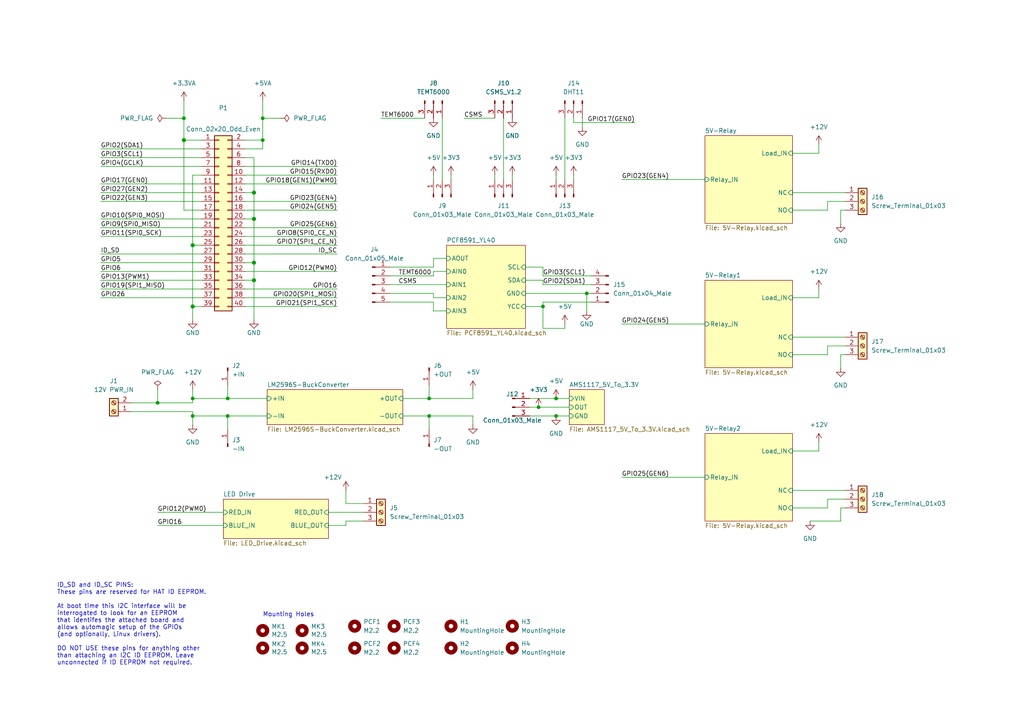
<source format=kicad_sch>
(kicad_sch (version 20211123) (generator eeschema)

  (uuid e63e39d7-6ac0-4ffd-8aa3-1841a4541b55)

  (paper "A4")

  (title_block
    (title "Green House Controller")
    (date "15 nov 2012")
    (rev "v03")
    (company "Sri Lanka Technological Campus")
    (comment 1 "AA2129, AA2122, AA1391, AA1378, AA1424")
    (comment 2 "Raspberry Pi Shield")
    (comment 3 "Engineering Design Project")
    (comment 4 "EEE209")
  )

  (lib_symbols
    (symbol "Connector:Conn_01x01_Male" (pin_names (offset 1.016) hide) (in_bom yes) (on_board yes)
      (property "Reference" "J" (id 0) (at 0 2.54 0)
        (effects (font (size 1.27 1.27)))
      )
      (property "Value" "Conn_01x01_Male" (id 1) (at 0 -2.54 0)
        (effects (font (size 1.27 1.27)))
      )
      (property "Footprint" "" (id 2) (at 0 0 0)
        (effects (font (size 1.27 1.27)) hide)
      )
      (property "Datasheet" "~" (id 3) (at 0 0 0)
        (effects (font (size 1.27 1.27)) hide)
      )
      (property "ki_keywords" "connector" (id 4) (at 0 0 0)
        (effects (font (size 1.27 1.27)) hide)
      )
      (property "ki_description" "Generic connector, single row, 01x01, script generated (kicad-library-utils/schlib/autogen/connector/)" (id 5) (at 0 0 0)
        (effects (font (size 1.27 1.27)) hide)
      )
      (property "ki_fp_filters" "Connector*:*" (id 6) (at 0 0 0)
        (effects (font (size 1.27 1.27)) hide)
      )
      (symbol "Conn_01x01_Male_1_1"
        (polyline
          (pts
            (xy 1.27 0)
            (xy 0.8636 0)
          )
          (stroke (width 0.1524) (type default) (color 0 0 0 0))
          (fill (type none))
        )
        (rectangle (start 0.8636 0.127) (end 0 -0.127)
          (stroke (width 0.1524) (type default) (color 0 0 0 0))
          (fill (type outline))
        )
        (pin passive line (at 5.08 0 180) (length 3.81)
          (name "Pin_1" (effects (font (size 1.27 1.27))))
          (number "1" (effects (font (size 1.27 1.27))))
        )
      )
    )
    (symbol "Connector:Conn_01x03_Male" (pin_names (offset 1.016) hide) (in_bom yes) (on_board yes)
      (property "Reference" "J" (id 0) (at 0 5.08 0)
        (effects (font (size 1.27 1.27)))
      )
      (property "Value" "Conn_01x03_Male" (id 1) (at 0 -5.08 0)
        (effects (font (size 1.27 1.27)))
      )
      (property "Footprint" "" (id 2) (at 0 0 0)
        (effects (font (size 1.27 1.27)) hide)
      )
      (property "Datasheet" "~" (id 3) (at 0 0 0)
        (effects (font (size 1.27 1.27)) hide)
      )
      (property "ki_keywords" "connector" (id 4) (at 0 0 0)
        (effects (font (size 1.27 1.27)) hide)
      )
      (property "ki_description" "Generic connector, single row, 01x03, script generated (kicad-library-utils/schlib/autogen/connector/)" (id 5) (at 0 0 0)
        (effects (font (size 1.27 1.27)) hide)
      )
      (property "ki_fp_filters" "Connector*:*_1x??_*" (id 6) (at 0 0 0)
        (effects (font (size 1.27 1.27)) hide)
      )
      (symbol "Conn_01x03_Male_1_1"
        (polyline
          (pts
            (xy 1.27 -2.54)
            (xy 0.8636 -2.54)
          )
          (stroke (width 0.1524) (type default) (color 0 0 0 0))
          (fill (type none))
        )
        (polyline
          (pts
            (xy 1.27 0)
            (xy 0.8636 0)
          )
          (stroke (width 0.1524) (type default) (color 0 0 0 0))
          (fill (type none))
        )
        (polyline
          (pts
            (xy 1.27 2.54)
            (xy 0.8636 2.54)
          )
          (stroke (width 0.1524) (type default) (color 0 0 0 0))
          (fill (type none))
        )
        (rectangle (start 0.8636 -2.413) (end 0 -2.667)
          (stroke (width 0.1524) (type default) (color 0 0 0 0))
          (fill (type outline))
        )
        (rectangle (start 0.8636 0.127) (end 0 -0.127)
          (stroke (width 0.1524) (type default) (color 0 0 0 0))
          (fill (type outline))
        )
        (rectangle (start 0.8636 2.667) (end 0 2.413)
          (stroke (width 0.1524) (type default) (color 0 0 0 0))
          (fill (type outline))
        )
        (pin passive line (at 5.08 2.54 180) (length 3.81)
          (name "Pin_1" (effects (font (size 1.27 1.27))))
          (number "1" (effects (font (size 1.27 1.27))))
        )
        (pin passive line (at 5.08 0 180) (length 3.81)
          (name "Pin_2" (effects (font (size 1.27 1.27))))
          (number "2" (effects (font (size 1.27 1.27))))
        )
        (pin passive line (at 5.08 -2.54 180) (length 3.81)
          (name "Pin_3" (effects (font (size 1.27 1.27))))
          (number "3" (effects (font (size 1.27 1.27))))
        )
      )
    )
    (symbol "Connector:Conn_01x04_Male" (pin_names (offset 1.016) hide) (in_bom yes) (on_board yes)
      (property "Reference" "J" (id 0) (at 0 5.08 0)
        (effects (font (size 1.27 1.27)))
      )
      (property "Value" "Conn_01x04_Male" (id 1) (at 0 -7.62 0)
        (effects (font (size 1.27 1.27)))
      )
      (property "Footprint" "" (id 2) (at 0 0 0)
        (effects (font (size 1.27 1.27)) hide)
      )
      (property "Datasheet" "~" (id 3) (at 0 0 0)
        (effects (font (size 1.27 1.27)) hide)
      )
      (property "ki_keywords" "connector" (id 4) (at 0 0 0)
        (effects (font (size 1.27 1.27)) hide)
      )
      (property "ki_description" "Generic connector, single row, 01x04, script generated (kicad-library-utils/schlib/autogen/connector/)" (id 5) (at 0 0 0)
        (effects (font (size 1.27 1.27)) hide)
      )
      (property "ki_fp_filters" "Connector*:*_1x??_*" (id 6) (at 0 0 0)
        (effects (font (size 1.27 1.27)) hide)
      )
      (symbol "Conn_01x04_Male_1_1"
        (polyline
          (pts
            (xy 1.27 -5.08)
            (xy 0.8636 -5.08)
          )
          (stroke (width 0.1524) (type default) (color 0 0 0 0))
          (fill (type none))
        )
        (polyline
          (pts
            (xy 1.27 -2.54)
            (xy 0.8636 -2.54)
          )
          (stroke (width 0.1524) (type default) (color 0 0 0 0))
          (fill (type none))
        )
        (polyline
          (pts
            (xy 1.27 0)
            (xy 0.8636 0)
          )
          (stroke (width 0.1524) (type default) (color 0 0 0 0))
          (fill (type none))
        )
        (polyline
          (pts
            (xy 1.27 2.54)
            (xy 0.8636 2.54)
          )
          (stroke (width 0.1524) (type default) (color 0 0 0 0))
          (fill (type none))
        )
        (rectangle (start 0.8636 -4.953) (end 0 -5.207)
          (stroke (width 0.1524) (type default) (color 0 0 0 0))
          (fill (type outline))
        )
        (rectangle (start 0.8636 -2.413) (end 0 -2.667)
          (stroke (width 0.1524) (type default) (color 0 0 0 0))
          (fill (type outline))
        )
        (rectangle (start 0.8636 0.127) (end 0 -0.127)
          (stroke (width 0.1524) (type default) (color 0 0 0 0))
          (fill (type outline))
        )
        (rectangle (start 0.8636 2.667) (end 0 2.413)
          (stroke (width 0.1524) (type default) (color 0 0 0 0))
          (fill (type outline))
        )
        (pin passive line (at 5.08 2.54 180) (length 3.81)
          (name "Pin_1" (effects (font (size 1.27 1.27))))
          (number "1" (effects (font (size 1.27 1.27))))
        )
        (pin passive line (at 5.08 0 180) (length 3.81)
          (name "Pin_2" (effects (font (size 1.27 1.27))))
          (number "2" (effects (font (size 1.27 1.27))))
        )
        (pin passive line (at 5.08 -2.54 180) (length 3.81)
          (name "Pin_3" (effects (font (size 1.27 1.27))))
          (number "3" (effects (font (size 1.27 1.27))))
        )
        (pin passive line (at 5.08 -5.08 180) (length 3.81)
          (name "Pin_4" (effects (font (size 1.27 1.27))))
          (number "4" (effects (font (size 1.27 1.27))))
        )
      )
    )
    (symbol "Connector:Conn_01x05_Male" (pin_names (offset 1.016) hide) (in_bom yes) (on_board yes)
      (property "Reference" "J" (id 0) (at 0 7.62 0)
        (effects (font (size 1.27 1.27)))
      )
      (property "Value" "Conn_01x05_Male" (id 1) (at 0 -7.62 0)
        (effects (font (size 1.27 1.27)))
      )
      (property "Footprint" "" (id 2) (at 0 0 0)
        (effects (font (size 1.27 1.27)) hide)
      )
      (property "Datasheet" "~" (id 3) (at 0 0 0)
        (effects (font (size 1.27 1.27)) hide)
      )
      (property "ki_keywords" "connector" (id 4) (at 0 0 0)
        (effects (font (size 1.27 1.27)) hide)
      )
      (property "ki_description" "Generic connector, single row, 01x05, script generated (kicad-library-utils/schlib/autogen/connector/)" (id 5) (at 0 0 0)
        (effects (font (size 1.27 1.27)) hide)
      )
      (property "ki_fp_filters" "Connector*:*_1x??_*" (id 6) (at 0 0 0)
        (effects (font (size 1.27 1.27)) hide)
      )
      (symbol "Conn_01x05_Male_1_1"
        (polyline
          (pts
            (xy 1.27 -5.08)
            (xy 0.8636 -5.08)
          )
          (stroke (width 0.1524) (type default) (color 0 0 0 0))
          (fill (type none))
        )
        (polyline
          (pts
            (xy 1.27 -2.54)
            (xy 0.8636 -2.54)
          )
          (stroke (width 0.1524) (type default) (color 0 0 0 0))
          (fill (type none))
        )
        (polyline
          (pts
            (xy 1.27 0)
            (xy 0.8636 0)
          )
          (stroke (width 0.1524) (type default) (color 0 0 0 0))
          (fill (type none))
        )
        (polyline
          (pts
            (xy 1.27 2.54)
            (xy 0.8636 2.54)
          )
          (stroke (width 0.1524) (type default) (color 0 0 0 0))
          (fill (type none))
        )
        (polyline
          (pts
            (xy 1.27 5.08)
            (xy 0.8636 5.08)
          )
          (stroke (width 0.1524) (type default) (color 0 0 0 0))
          (fill (type none))
        )
        (rectangle (start 0.8636 -4.953) (end 0 -5.207)
          (stroke (width 0.1524) (type default) (color 0 0 0 0))
          (fill (type outline))
        )
        (rectangle (start 0.8636 -2.413) (end 0 -2.667)
          (stroke (width 0.1524) (type default) (color 0 0 0 0))
          (fill (type outline))
        )
        (rectangle (start 0.8636 0.127) (end 0 -0.127)
          (stroke (width 0.1524) (type default) (color 0 0 0 0))
          (fill (type outline))
        )
        (rectangle (start 0.8636 2.667) (end 0 2.413)
          (stroke (width 0.1524) (type default) (color 0 0 0 0))
          (fill (type outline))
        )
        (rectangle (start 0.8636 5.207) (end 0 4.953)
          (stroke (width 0.1524) (type default) (color 0 0 0 0))
          (fill (type outline))
        )
        (pin passive line (at 5.08 5.08 180) (length 3.81)
          (name "Pin_1" (effects (font (size 1.27 1.27))))
          (number "1" (effects (font (size 1.27 1.27))))
        )
        (pin passive line (at 5.08 2.54 180) (length 3.81)
          (name "Pin_2" (effects (font (size 1.27 1.27))))
          (number "2" (effects (font (size 1.27 1.27))))
        )
        (pin passive line (at 5.08 0 180) (length 3.81)
          (name "Pin_3" (effects (font (size 1.27 1.27))))
          (number "3" (effects (font (size 1.27 1.27))))
        )
        (pin passive line (at 5.08 -2.54 180) (length 3.81)
          (name "Pin_4" (effects (font (size 1.27 1.27))))
          (number "4" (effects (font (size 1.27 1.27))))
        )
        (pin passive line (at 5.08 -5.08 180) (length 3.81)
          (name "Pin_5" (effects (font (size 1.27 1.27))))
          (number "5" (effects (font (size 1.27 1.27))))
        )
      )
    )
    (symbol "Connector:Screw_Terminal_01x02" (pin_names (offset 1.016) hide) (in_bom yes) (on_board yes)
      (property "Reference" "J" (id 0) (at 0 2.54 0)
        (effects (font (size 1.27 1.27)))
      )
      (property "Value" "Screw_Terminal_01x02" (id 1) (at 0 -5.08 0)
        (effects (font (size 1.27 1.27)))
      )
      (property "Footprint" "" (id 2) (at 0 0 0)
        (effects (font (size 1.27 1.27)) hide)
      )
      (property "Datasheet" "~" (id 3) (at 0 0 0)
        (effects (font (size 1.27 1.27)) hide)
      )
      (property "ki_keywords" "screw terminal" (id 4) (at 0 0 0)
        (effects (font (size 1.27 1.27)) hide)
      )
      (property "ki_description" "Generic screw terminal, single row, 01x02, script generated (kicad-library-utils/schlib/autogen/connector/)" (id 5) (at 0 0 0)
        (effects (font (size 1.27 1.27)) hide)
      )
      (property "ki_fp_filters" "TerminalBlock*:*" (id 6) (at 0 0 0)
        (effects (font (size 1.27 1.27)) hide)
      )
      (symbol "Screw_Terminal_01x02_1_1"
        (rectangle (start -1.27 1.27) (end 1.27 -3.81)
          (stroke (width 0.254) (type default) (color 0 0 0 0))
          (fill (type background))
        )
        (circle (center 0 -2.54) (radius 0.635)
          (stroke (width 0.1524) (type default) (color 0 0 0 0))
          (fill (type none))
        )
        (polyline
          (pts
            (xy -0.5334 -2.2098)
            (xy 0.3302 -3.048)
          )
          (stroke (width 0.1524) (type default) (color 0 0 0 0))
          (fill (type none))
        )
        (polyline
          (pts
            (xy -0.5334 0.3302)
            (xy 0.3302 -0.508)
          )
          (stroke (width 0.1524) (type default) (color 0 0 0 0))
          (fill (type none))
        )
        (polyline
          (pts
            (xy -0.3556 -2.032)
            (xy 0.508 -2.8702)
          )
          (stroke (width 0.1524) (type default) (color 0 0 0 0))
          (fill (type none))
        )
        (polyline
          (pts
            (xy -0.3556 0.508)
            (xy 0.508 -0.3302)
          )
          (stroke (width 0.1524) (type default) (color 0 0 0 0))
          (fill (type none))
        )
        (circle (center 0 0) (radius 0.635)
          (stroke (width 0.1524) (type default) (color 0 0 0 0))
          (fill (type none))
        )
        (pin passive line (at -5.08 0 0) (length 3.81)
          (name "Pin_1" (effects (font (size 1.27 1.27))))
          (number "1" (effects (font (size 1.27 1.27))))
        )
        (pin passive line (at -5.08 -2.54 0) (length 3.81)
          (name "Pin_2" (effects (font (size 1.27 1.27))))
          (number "2" (effects (font (size 1.27 1.27))))
        )
      )
    )
    (symbol "Connector:Screw_Terminal_01x03" (pin_names (offset 1.016) hide) (in_bom yes) (on_board yes)
      (property "Reference" "J" (id 0) (at 0 5.08 0)
        (effects (font (size 1.27 1.27)))
      )
      (property "Value" "Screw_Terminal_01x03" (id 1) (at 0 -5.08 0)
        (effects (font (size 1.27 1.27)))
      )
      (property "Footprint" "" (id 2) (at 0 0 0)
        (effects (font (size 1.27 1.27)) hide)
      )
      (property "Datasheet" "~" (id 3) (at 0 0 0)
        (effects (font (size 1.27 1.27)) hide)
      )
      (property "ki_keywords" "screw terminal" (id 4) (at 0 0 0)
        (effects (font (size 1.27 1.27)) hide)
      )
      (property "ki_description" "Generic screw terminal, single row, 01x03, script generated (kicad-library-utils/schlib/autogen/connector/)" (id 5) (at 0 0 0)
        (effects (font (size 1.27 1.27)) hide)
      )
      (property "ki_fp_filters" "TerminalBlock*:*" (id 6) (at 0 0 0)
        (effects (font (size 1.27 1.27)) hide)
      )
      (symbol "Screw_Terminal_01x03_1_1"
        (rectangle (start -1.27 3.81) (end 1.27 -3.81)
          (stroke (width 0.254) (type default) (color 0 0 0 0))
          (fill (type background))
        )
        (circle (center 0 -2.54) (radius 0.635)
          (stroke (width 0.1524) (type default) (color 0 0 0 0))
          (fill (type none))
        )
        (polyline
          (pts
            (xy -0.5334 -2.2098)
            (xy 0.3302 -3.048)
          )
          (stroke (width 0.1524) (type default) (color 0 0 0 0))
          (fill (type none))
        )
        (polyline
          (pts
            (xy -0.5334 0.3302)
            (xy 0.3302 -0.508)
          )
          (stroke (width 0.1524) (type default) (color 0 0 0 0))
          (fill (type none))
        )
        (polyline
          (pts
            (xy -0.5334 2.8702)
            (xy 0.3302 2.032)
          )
          (stroke (width 0.1524) (type default) (color 0 0 0 0))
          (fill (type none))
        )
        (polyline
          (pts
            (xy -0.3556 -2.032)
            (xy 0.508 -2.8702)
          )
          (stroke (width 0.1524) (type default) (color 0 0 0 0))
          (fill (type none))
        )
        (polyline
          (pts
            (xy -0.3556 0.508)
            (xy 0.508 -0.3302)
          )
          (stroke (width 0.1524) (type default) (color 0 0 0 0))
          (fill (type none))
        )
        (polyline
          (pts
            (xy -0.3556 3.048)
            (xy 0.508 2.2098)
          )
          (stroke (width 0.1524) (type default) (color 0 0 0 0))
          (fill (type none))
        )
        (circle (center 0 0) (radius 0.635)
          (stroke (width 0.1524) (type default) (color 0 0 0 0))
          (fill (type none))
        )
        (circle (center 0 2.54) (radius 0.635)
          (stroke (width 0.1524) (type default) (color 0 0 0 0))
          (fill (type none))
        )
        (pin passive line (at -5.08 2.54 0) (length 3.81)
          (name "Pin_1" (effects (font (size 1.27 1.27))))
          (number "1" (effects (font (size 1.27 1.27))))
        )
        (pin passive line (at -5.08 0 0) (length 3.81)
          (name "Pin_2" (effects (font (size 1.27 1.27))))
          (number "2" (effects (font (size 1.27 1.27))))
        )
        (pin passive line (at -5.08 -2.54 0) (length 3.81)
          (name "Pin_3" (effects (font (size 1.27 1.27))))
          (number "3" (effects (font (size 1.27 1.27))))
        )
      )
    )
    (symbol "Connector_Generic:Conn_02x20_Odd_Even" (pin_names (offset 1.016) hide) (in_bom yes) (on_board yes)
      (property "Reference" "J" (id 0) (at 1.27 25.4 0)
        (effects (font (size 1.27 1.27)))
      )
      (property "Value" "Conn_02x20_Odd_Even" (id 1) (at 1.27 -27.94 0)
        (effects (font (size 1.27 1.27)))
      )
      (property "Footprint" "" (id 2) (at 0 0 0)
        (effects (font (size 1.27 1.27)) hide)
      )
      (property "Datasheet" "~" (id 3) (at 0 0 0)
        (effects (font (size 1.27 1.27)) hide)
      )
      (property "ki_keywords" "connector" (id 4) (at 0 0 0)
        (effects (font (size 1.27 1.27)) hide)
      )
      (property "ki_description" "Generic connector, double row, 02x20, odd/even pin numbering scheme (row 1 odd numbers, row 2 even numbers), script generated (kicad-library-utils/schlib/autogen/connector/)" (id 5) (at 0 0 0)
        (effects (font (size 1.27 1.27)) hide)
      )
      (property "ki_fp_filters" "Connector*:*_2x??_*" (id 6) (at 0 0 0)
        (effects (font (size 1.27 1.27)) hide)
      )
      (symbol "Conn_02x20_Odd_Even_1_1"
        (rectangle (start -1.27 -25.273) (end 0 -25.527)
          (stroke (width 0.1524) (type default) (color 0 0 0 0))
          (fill (type none))
        )
        (rectangle (start -1.27 -22.733) (end 0 -22.987)
          (stroke (width 0.1524) (type default) (color 0 0 0 0))
          (fill (type none))
        )
        (rectangle (start -1.27 -20.193) (end 0 -20.447)
          (stroke (width 0.1524) (type default) (color 0 0 0 0))
          (fill (type none))
        )
        (rectangle (start -1.27 -17.653) (end 0 -17.907)
          (stroke (width 0.1524) (type default) (color 0 0 0 0))
          (fill (type none))
        )
        (rectangle (start -1.27 -15.113) (end 0 -15.367)
          (stroke (width 0.1524) (type default) (color 0 0 0 0))
          (fill (type none))
        )
        (rectangle (start -1.27 -12.573) (end 0 -12.827)
          (stroke (width 0.1524) (type default) (color 0 0 0 0))
          (fill (type none))
        )
        (rectangle (start -1.27 -10.033) (end 0 -10.287)
          (stroke (width 0.1524) (type default) (color 0 0 0 0))
          (fill (type none))
        )
        (rectangle (start -1.27 -7.493) (end 0 -7.747)
          (stroke (width 0.1524) (type default) (color 0 0 0 0))
          (fill (type none))
        )
        (rectangle (start -1.27 -4.953) (end 0 -5.207)
          (stroke (width 0.1524) (type default) (color 0 0 0 0))
          (fill (type none))
        )
        (rectangle (start -1.27 -2.413) (end 0 -2.667)
          (stroke (width 0.1524) (type default) (color 0 0 0 0))
          (fill (type none))
        )
        (rectangle (start -1.27 0.127) (end 0 -0.127)
          (stroke (width 0.1524) (type default) (color 0 0 0 0))
          (fill (type none))
        )
        (rectangle (start -1.27 2.667) (end 0 2.413)
          (stroke (width 0.1524) (type default) (color 0 0 0 0))
          (fill (type none))
        )
        (rectangle (start -1.27 5.207) (end 0 4.953)
          (stroke (width 0.1524) (type default) (color 0 0 0 0))
          (fill (type none))
        )
        (rectangle (start -1.27 7.747) (end 0 7.493)
          (stroke (width 0.1524) (type default) (color 0 0 0 0))
          (fill (type none))
        )
        (rectangle (start -1.27 10.287) (end 0 10.033)
          (stroke (width 0.1524) (type default) (color 0 0 0 0))
          (fill (type none))
        )
        (rectangle (start -1.27 12.827) (end 0 12.573)
          (stroke (width 0.1524) (type default) (color 0 0 0 0))
          (fill (type none))
        )
        (rectangle (start -1.27 15.367) (end 0 15.113)
          (stroke (width 0.1524) (type default) (color 0 0 0 0))
          (fill (type none))
        )
        (rectangle (start -1.27 17.907) (end 0 17.653)
          (stroke (width 0.1524) (type default) (color 0 0 0 0))
          (fill (type none))
        )
        (rectangle (start -1.27 20.447) (end 0 20.193)
          (stroke (width 0.1524) (type default) (color 0 0 0 0))
          (fill (type none))
        )
        (rectangle (start -1.27 22.987) (end 0 22.733)
          (stroke (width 0.1524) (type default) (color 0 0 0 0))
          (fill (type none))
        )
        (rectangle (start -1.27 24.13) (end 3.81 -26.67)
          (stroke (width 0.254) (type default) (color 0 0 0 0))
          (fill (type background))
        )
        (rectangle (start 3.81 -25.273) (end 2.54 -25.527)
          (stroke (width 0.1524) (type default) (color 0 0 0 0))
          (fill (type none))
        )
        (rectangle (start 3.81 -22.733) (end 2.54 -22.987)
          (stroke (width 0.1524) (type default) (color 0 0 0 0))
          (fill (type none))
        )
        (rectangle (start 3.81 -20.193) (end 2.54 -20.447)
          (stroke (width 0.1524) (type default) (color 0 0 0 0))
          (fill (type none))
        )
        (rectangle (start 3.81 -17.653) (end 2.54 -17.907)
          (stroke (width 0.1524) (type default) (color 0 0 0 0))
          (fill (type none))
        )
        (rectangle (start 3.81 -15.113) (end 2.54 -15.367)
          (stroke (width 0.1524) (type default) (color 0 0 0 0))
          (fill (type none))
        )
        (rectangle (start 3.81 -12.573) (end 2.54 -12.827)
          (stroke (width 0.1524) (type default) (color 0 0 0 0))
          (fill (type none))
        )
        (rectangle (start 3.81 -10.033) (end 2.54 -10.287)
          (stroke (width 0.1524) (type default) (color 0 0 0 0))
          (fill (type none))
        )
        (rectangle (start 3.81 -7.493) (end 2.54 -7.747)
          (stroke (width 0.1524) (type default) (color 0 0 0 0))
          (fill (type none))
        )
        (rectangle (start 3.81 -4.953) (end 2.54 -5.207)
          (stroke (width 0.1524) (type default) (color 0 0 0 0))
          (fill (type none))
        )
        (rectangle (start 3.81 -2.413) (end 2.54 -2.667)
          (stroke (width 0.1524) (type default) (color 0 0 0 0))
          (fill (type none))
        )
        (rectangle (start 3.81 0.127) (end 2.54 -0.127)
          (stroke (width 0.1524) (type default) (color 0 0 0 0))
          (fill (type none))
        )
        (rectangle (start 3.81 2.667) (end 2.54 2.413)
          (stroke (width 0.1524) (type default) (color 0 0 0 0))
          (fill (type none))
        )
        (rectangle (start 3.81 5.207) (end 2.54 4.953)
          (stroke (width 0.1524) (type default) (color 0 0 0 0))
          (fill (type none))
        )
        (rectangle (start 3.81 7.747) (end 2.54 7.493)
          (stroke (width 0.1524) (type default) (color 0 0 0 0))
          (fill (type none))
        )
        (rectangle (start 3.81 10.287) (end 2.54 10.033)
          (stroke (width 0.1524) (type default) (color 0 0 0 0))
          (fill (type none))
        )
        (rectangle (start 3.81 12.827) (end 2.54 12.573)
          (stroke (width 0.1524) (type default) (color 0 0 0 0))
          (fill (type none))
        )
        (rectangle (start 3.81 15.367) (end 2.54 15.113)
          (stroke (width 0.1524) (type default) (color 0 0 0 0))
          (fill (type none))
        )
        (rectangle (start 3.81 17.907) (end 2.54 17.653)
          (stroke (width 0.1524) (type default) (color 0 0 0 0))
          (fill (type none))
        )
        (rectangle (start 3.81 20.447) (end 2.54 20.193)
          (stroke (width 0.1524) (type default) (color 0 0 0 0))
          (fill (type none))
        )
        (rectangle (start 3.81 22.987) (end 2.54 22.733)
          (stroke (width 0.1524) (type default) (color 0 0 0 0))
          (fill (type none))
        )
        (pin passive line (at -5.08 22.86 0) (length 3.81)
          (name "Pin_1" (effects (font (size 1.27 1.27))))
          (number "1" (effects (font (size 1.27 1.27))))
        )
        (pin passive line (at 7.62 12.7 180) (length 3.81)
          (name "Pin_10" (effects (font (size 1.27 1.27))))
          (number "10" (effects (font (size 1.27 1.27))))
        )
        (pin passive line (at -5.08 10.16 0) (length 3.81)
          (name "Pin_11" (effects (font (size 1.27 1.27))))
          (number "11" (effects (font (size 1.27 1.27))))
        )
        (pin passive line (at 7.62 10.16 180) (length 3.81)
          (name "Pin_12" (effects (font (size 1.27 1.27))))
          (number "12" (effects (font (size 1.27 1.27))))
        )
        (pin passive line (at -5.08 7.62 0) (length 3.81)
          (name "Pin_13" (effects (font (size 1.27 1.27))))
          (number "13" (effects (font (size 1.27 1.27))))
        )
        (pin passive line (at 7.62 7.62 180) (length 3.81)
          (name "Pin_14" (effects (font (size 1.27 1.27))))
          (number "14" (effects (font (size 1.27 1.27))))
        )
        (pin passive line (at -5.08 5.08 0) (length 3.81)
          (name "Pin_15" (effects (font (size 1.27 1.27))))
          (number "15" (effects (font (size 1.27 1.27))))
        )
        (pin passive line (at 7.62 5.08 180) (length 3.81)
          (name "Pin_16" (effects (font (size 1.27 1.27))))
          (number "16" (effects (font (size 1.27 1.27))))
        )
        (pin passive line (at -5.08 2.54 0) (length 3.81)
          (name "Pin_17" (effects (font (size 1.27 1.27))))
          (number "17" (effects (font (size 1.27 1.27))))
        )
        (pin passive line (at 7.62 2.54 180) (length 3.81)
          (name "Pin_18" (effects (font (size 1.27 1.27))))
          (number "18" (effects (font (size 1.27 1.27))))
        )
        (pin passive line (at -5.08 0 0) (length 3.81)
          (name "Pin_19" (effects (font (size 1.27 1.27))))
          (number "19" (effects (font (size 1.27 1.27))))
        )
        (pin passive line (at 7.62 22.86 180) (length 3.81)
          (name "Pin_2" (effects (font (size 1.27 1.27))))
          (number "2" (effects (font (size 1.27 1.27))))
        )
        (pin passive line (at 7.62 0 180) (length 3.81)
          (name "Pin_20" (effects (font (size 1.27 1.27))))
          (number "20" (effects (font (size 1.27 1.27))))
        )
        (pin passive line (at -5.08 -2.54 0) (length 3.81)
          (name "Pin_21" (effects (font (size 1.27 1.27))))
          (number "21" (effects (font (size 1.27 1.27))))
        )
        (pin passive line (at 7.62 -2.54 180) (length 3.81)
          (name "Pin_22" (effects (font (size 1.27 1.27))))
          (number "22" (effects (font (size 1.27 1.27))))
        )
        (pin passive line (at -5.08 -5.08 0) (length 3.81)
          (name "Pin_23" (effects (font (size 1.27 1.27))))
          (number "23" (effects (font (size 1.27 1.27))))
        )
        (pin passive line (at 7.62 -5.08 180) (length 3.81)
          (name "Pin_24" (effects (font (size 1.27 1.27))))
          (number "24" (effects (font (size 1.27 1.27))))
        )
        (pin passive line (at -5.08 -7.62 0) (length 3.81)
          (name "Pin_25" (effects (font (size 1.27 1.27))))
          (number "25" (effects (font (size 1.27 1.27))))
        )
        (pin passive line (at 7.62 -7.62 180) (length 3.81)
          (name "Pin_26" (effects (font (size 1.27 1.27))))
          (number "26" (effects (font (size 1.27 1.27))))
        )
        (pin passive line (at -5.08 -10.16 0) (length 3.81)
          (name "Pin_27" (effects (font (size 1.27 1.27))))
          (number "27" (effects (font (size 1.27 1.27))))
        )
        (pin passive line (at 7.62 -10.16 180) (length 3.81)
          (name "Pin_28" (effects (font (size 1.27 1.27))))
          (number "28" (effects (font (size 1.27 1.27))))
        )
        (pin passive line (at -5.08 -12.7 0) (length 3.81)
          (name "Pin_29" (effects (font (size 1.27 1.27))))
          (number "29" (effects (font (size 1.27 1.27))))
        )
        (pin passive line (at -5.08 20.32 0) (length 3.81)
          (name "Pin_3" (effects (font (size 1.27 1.27))))
          (number "3" (effects (font (size 1.27 1.27))))
        )
        (pin passive line (at 7.62 -12.7 180) (length 3.81)
          (name "Pin_30" (effects (font (size 1.27 1.27))))
          (number "30" (effects (font (size 1.27 1.27))))
        )
        (pin passive line (at -5.08 -15.24 0) (length 3.81)
          (name "Pin_31" (effects (font (size 1.27 1.27))))
          (number "31" (effects (font (size 1.27 1.27))))
        )
        (pin passive line (at 7.62 -15.24 180) (length 3.81)
          (name "Pin_32" (effects (font (size 1.27 1.27))))
          (number "32" (effects (font (size 1.27 1.27))))
        )
        (pin passive line (at -5.08 -17.78 0) (length 3.81)
          (name "Pin_33" (effects (font (size 1.27 1.27))))
          (number "33" (effects (font (size 1.27 1.27))))
        )
        (pin passive line (at 7.62 -17.78 180) (length 3.81)
          (name "Pin_34" (effects (font (size 1.27 1.27))))
          (number "34" (effects (font (size 1.27 1.27))))
        )
        (pin passive line (at -5.08 -20.32 0) (length 3.81)
          (name "Pin_35" (effects (font (size 1.27 1.27))))
          (number "35" (effects (font (size 1.27 1.27))))
        )
        (pin passive line (at 7.62 -20.32 180) (length 3.81)
          (name "Pin_36" (effects (font (size 1.27 1.27))))
          (number "36" (effects (font (size 1.27 1.27))))
        )
        (pin passive line (at -5.08 -22.86 0) (length 3.81)
          (name "Pin_37" (effects (font (size 1.27 1.27))))
          (number "37" (effects (font (size 1.27 1.27))))
        )
        (pin passive line (at 7.62 -22.86 180) (length 3.81)
          (name "Pin_38" (effects (font (size 1.27 1.27))))
          (number "38" (effects (font (size 1.27 1.27))))
        )
        (pin passive line (at -5.08 -25.4 0) (length 3.81)
          (name "Pin_39" (effects (font (size 1.27 1.27))))
          (number "39" (effects (font (size 1.27 1.27))))
        )
        (pin passive line (at 7.62 20.32 180) (length 3.81)
          (name "Pin_4" (effects (font (size 1.27 1.27))))
          (number "4" (effects (font (size 1.27 1.27))))
        )
        (pin passive line (at 7.62 -25.4 180) (length 3.81)
          (name "Pin_40" (effects (font (size 1.27 1.27))))
          (number "40" (effects (font (size 1.27 1.27))))
        )
        (pin passive line (at -5.08 17.78 0) (length 3.81)
          (name "Pin_5" (effects (font (size 1.27 1.27))))
          (number "5" (effects (font (size 1.27 1.27))))
        )
        (pin passive line (at 7.62 17.78 180) (length 3.81)
          (name "Pin_6" (effects (font (size 1.27 1.27))))
          (number "6" (effects (font (size 1.27 1.27))))
        )
        (pin passive line (at -5.08 15.24 0) (length 3.81)
          (name "Pin_7" (effects (font (size 1.27 1.27))))
          (number "7" (effects (font (size 1.27 1.27))))
        )
        (pin passive line (at 7.62 15.24 180) (length 3.81)
          (name "Pin_8" (effects (font (size 1.27 1.27))))
          (number "8" (effects (font (size 1.27 1.27))))
        )
        (pin passive line (at -5.08 12.7 0) (length 3.81)
          (name "Pin_9" (effects (font (size 1.27 1.27))))
          (number "9" (effects (font (size 1.27 1.27))))
        )
      )
    )
    (symbol "Mechanical:MountingHole" (pin_names (offset 1.016)) (in_bom yes) (on_board yes)
      (property "Reference" "H" (id 0) (at 0 5.08 0)
        (effects (font (size 1.27 1.27)))
      )
      (property "Value" "MountingHole" (id 1) (at 0 3.175 0)
        (effects (font (size 1.27 1.27)))
      )
      (property "Footprint" "" (id 2) (at 0 0 0)
        (effects (font (size 1.27 1.27)) hide)
      )
      (property "Datasheet" "~" (id 3) (at 0 0 0)
        (effects (font (size 1.27 1.27)) hide)
      )
      (property "ki_keywords" "mounting hole" (id 4) (at 0 0 0)
        (effects (font (size 1.27 1.27)) hide)
      )
      (property "ki_description" "Mounting Hole without connection" (id 5) (at 0 0 0)
        (effects (font (size 1.27 1.27)) hide)
      )
      (property "ki_fp_filters" "MountingHole*" (id 6) (at 0 0 0)
        (effects (font (size 1.27 1.27)) hide)
      )
      (symbol "MountingHole_0_1"
        (circle (center 0 0) (radius 1.27)
          (stroke (width 1.27) (type default) (color 0 0 0 0))
          (fill (type none))
        )
      )
    )
    (symbol "power:+12V" (power) (pin_names (offset 0)) (in_bom yes) (on_board yes)
      (property "Reference" "#PWR" (id 0) (at 0 -3.81 0)
        (effects (font (size 1.27 1.27)) hide)
      )
      (property "Value" "+12V" (id 1) (at 0 3.556 0)
        (effects (font (size 1.27 1.27)))
      )
      (property "Footprint" "" (id 2) (at 0 0 0)
        (effects (font (size 1.27 1.27)) hide)
      )
      (property "Datasheet" "" (id 3) (at 0 0 0)
        (effects (font (size 1.27 1.27)) hide)
      )
      (property "ki_keywords" "power-flag" (id 4) (at 0 0 0)
        (effects (font (size 1.27 1.27)) hide)
      )
      (property "ki_description" "Power symbol creates a global label with name \"+12V\"" (id 5) (at 0 0 0)
        (effects (font (size 1.27 1.27)) hide)
      )
      (symbol "+12V_0_1"
        (polyline
          (pts
            (xy -0.762 1.27)
            (xy 0 2.54)
          )
          (stroke (width 0) (type default) (color 0 0 0 0))
          (fill (type none))
        )
        (polyline
          (pts
            (xy 0 0)
            (xy 0 2.54)
          )
          (stroke (width 0) (type default) (color 0 0 0 0))
          (fill (type none))
        )
        (polyline
          (pts
            (xy 0 2.54)
            (xy 0.762 1.27)
          )
          (stroke (width 0) (type default) (color 0 0 0 0))
          (fill (type none))
        )
      )
      (symbol "+12V_1_1"
        (pin power_in line (at 0 0 90) (length 0) hide
          (name "+12V" (effects (font (size 1.27 1.27))))
          (number "1" (effects (font (size 1.27 1.27))))
        )
      )
    )
    (symbol "power:+3.3VA" (power) (pin_names (offset 0)) (in_bom yes) (on_board yes)
      (property "Reference" "#PWR" (id 0) (at 0 -3.81 0)
        (effects (font (size 1.27 1.27)) hide)
      )
      (property "Value" "+3.3VA" (id 1) (at 0 3.556 0)
        (effects (font (size 1.27 1.27)))
      )
      (property "Footprint" "" (id 2) (at 0 0 0)
        (effects (font (size 1.27 1.27)) hide)
      )
      (property "Datasheet" "" (id 3) (at 0 0 0)
        (effects (font (size 1.27 1.27)) hide)
      )
      (property "ki_keywords" "power-flag" (id 4) (at 0 0 0)
        (effects (font (size 1.27 1.27)) hide)
      )
      (property "ki_description" "Power symbol creates a global label with name \"+3.3VA\"" (id 5) (at 0 0 0)
        (effects (font (size 1.27 1.27)) hide)
      )
      (symbol "+3.3VA_0_1"
        (polyline
          (pts
            (xy -0.762 1.27)
            (xy 0 2.54)
          )
          (stroke (width 0) (type default) (color 0 0 0 0))
          (fill (type none))
        )
        (polyline
          (pts
            (xy 0 0)
            (xy 0 2.54)
          )
          (stroke (width 0) (type default) (color 0 0 0 0))
          (fill (type none))
        )
        (polyline
          (pts
            (xy 0 2.54)
            (xy 0.762 1.27)
          )
          (stroke (width 0) (type default) (color 0 0 0 0))
          (fill (type none))
        )
      )
      (symbol "+3.3VA_1_1"
        (pin power_in line (at 0 0 90) (length 0) hide
          (name "+3.3VA" (effects (font (size 1.27 1.27))))
          (number "1" (effects (font (size 1.27 1.27))))
        )
      )
    )
    (symbol "power:+3V3" (power) (pin_names (offset 0)) (in_bom yes) (on_board yes)
      (property "Reference" "#PWR" (id 0) (at 0 -3.81 0)
        (effects (font (size 1.27 1.27)) hide)
      )
      (property "Value" "+3V3" (id 1) (at 0 3.556 0)
        (effects (font (size 1.27 1.27)))
      )
      (property "Footprint" "" (id 2) (at 0 0 0)
        (effects (font (size 1.27 1.27)) hide)
      )
      (property "Datasheet" "" (id 3) (at 0 0 0)
        (effects (font (size 1.27 1.27)) hide)
      )
      (property "ki_keywords" "power-flag" (id 4) (at 0 0 0)
        (effects (font (size 1.27 1.27)) hide)
      )
      (property "ki_description" "Power symbol creates a global label with name \"+3V3\"" (id 5) (at 0 0 0)
        (effects (font (size 1.27 1.27)) hide)
      )
      (symbol "+3V3_0_1"
        (polyline
          (pts
            (xy -0.762 1.27)
            (xy 0 2.54)
          )
          (stroke (width 0) (type default) (color 0 0 0 0))
          (fill (type none))
        )
        (polyline
          (pts
            (xy 0 0)
            (xy 0 2.54)
          )
          (stroke (width 0) (type default) (color 0 0 0 0))
          (fill (type none))
        )
        (polyline
          (pts
            (xy 0 2.54)
            (xy 0.762 1.27)
          )
          (stroke (width 0) (type default) (color 0 0 0 0))
          (fill (type none))
        )
      )
      (symbol "+3V3_1_1"
        (pin power_in line (at 0 0 90) (length 0) hide
          (name "+3V3" (effects (font (size 1.27 1.27))))
          (number "1" (effects (font (size 1.27 1.27))))
        )
      )
    )
    (symbol "power:+5V" (power) (pin_names (offset 0)) (in_bom yes) (on_board yes)
      (property "Reference" "#PWR" (id 0) (at 0 -3.81 0)
        (effects (font (size 1.27 1.27)) hide)
      )
      (property "Value" "+5V" (id 1) (at 0 3.556 0)
        (effects (font (size 1.27 1.27)))
      )
      (property "Footprint" "" (id 2) (at 0 0 0)
        (effects (font (size 1.27 1.27)) hide)
      )
      (property "Datasheet" "" (id 3) (at 0 0 0)
        (effects (font (size 1.27 1.27)) hide)
      )
      (property "ki_keywords" "power-flag" (id 4) (at 0 0 0)
        (effects (font (size 1.27 1.27)) hide)
      )
      (property "ki_description" "Power symbol creates a global label with name \"+5V\"" (id 5) (at 0 0 0)
        (effects (font (size 1.27 1.27)) hide)
      )
      (symbol "+5V_0_1"
        (polyline
          (pts
            (xy -0.762 1.27)
            (xy 0 2.54)
          )
          (stroke (width 0) (type default) (color 0 0 0 0))
          (fill (type none))
        )
        (polyline
          (pts
            (xy 0 0)
            (xy 0 2.54)
          )
          (stroke (width 0) (type default) (color 0 0 0 0))
          (fill (type none))
        )
        (polyline
          (pts
            (xy 0 2.54)
            (xy 0.762 1.27)
          )
          (stroke (width 0) (type default) (color 0 0 0 0))
          (fill (type none))
        )
      )
      (symbol "+5V_1_1"
        (pin power_in line (at 0 0 90) (length 0) hide
          (name "+5V" (effects (font (size 1.27 1.27))))
          (number "1" (effects (font (size 1.27 1.27))))
        )
      )
    )
    (symbol "power:+5VA" (power) (pin_names (offset 0)) (in_bom yes) (on_board yes)
      (property "Reference" "#PWR" (id 0) (at 0 -3.81 0)
        (effects (font (size 1.27 1.27)) hide)
      )
      (property "Value" "+5VA" (id 1) (at 0 3.556 0)
        (effects (font (size 1.27 1.27)))
      )
      (property "Footprint" "" (id 2) (at 0 0 0)
        (effects (font (size 1.27 1.27)) hide)
      )
      (property "Datasheet" "" (id 3) (at 0 0 0)
        (effects (font (size 1.27 1.27)) hide)
      )
      (property "ki_keywords" "power-flag" (id 4) (at 0 0 0)
        (effects (font (size 1.27 1.27)) hide)
      )
      (property "ki_description" "Power symbol creates a global label with name \"+5VA\"" (id 5) (at 0 0 0)
        (effects (font (size 1.27 1.27)) hide)
      )
      (symbol "+5VA_0_1"
        (polyline
          (pts
            (xy -0.762 1.27)
            (xy 0 2.54)
          )
          (stroke (width 0) (type default) (color 0 0 0 0))
          (fill (type none))
        )
        (polyline
          (pts
            (xy 0 0)
            (xy 0 2.54)
          )
          (stroke (width 0) (type default) (color 0 0 0 0))
          (fill (type none))
        )
        (polyline
          (pts
            (xy 0 2.54)
            (xy 0.762 1.27)
          )
          (stroke (width 0) (type default) (color 0 0 0 0))
          (fill (type none))
        )
      )
      (symbol "+5VA_1_1"
        (pin power_in line (at 0 0 90) (length 0) hide
          (name "+5VA" (effects (font (size 1.27 1.27))))
          (number "1" (effects (font (size 1.27 1.27))))
        )
      )
    )
    (symbol "power:GND" (power) (pin_names (offset 0)) (in_bom yes) (on_board yes)
      (property "Reference" "#PWR" (id 0) (at 0 -6.35 0)
        (effects (font (size 1.27 1.27)) hide)
      )
      (property "Value" "GND" (id 1) (at 0 -3.81 0)
        (effects (font (size 1.27 1.27)))
      )
      (property "Footprint" "" (id 2) (at 0 0 0)
        (effects (font (size 1.27 1.27)) hide)
      )
      (property "Datasheet" "" (id 3) (at 0 0 0)
        (effects (font (size 1.27 1.27)) hide)
      )
      (property "ki_keywords" "power-flag" (id 4) (at 0 0 0)
        (effects (font (size 1.27 1.27)) hide)
      )
      (property "ki_description" "Power symbol creates a global label with name \"GND\" , ground" (id 5) (at 0 0 0)
        (effects (font (size 1.27 1.27)) hide)
      )
      (symbol "GND_0_1"
        (polyline
          (pts
            (xy 0 0)
            (xy 0 -1.27)
            (xy 1.27 -1.27)
            (xy 0 -2.54)
            (xy -1.27 -1.27)
            (xy 0 -1.27)
          )
          (stroke (width 0) (type default) (color 0 0 0 0))
          (fill (type none))
        )
      )
      (symbol "GND_1_1"
        (pin power_in line (at 0 0 270) (length 0) hide
          (name "GND" (effects (font (size 1.27 1.27))))
          (number "1" (effects (font (size 1.27 1.27))))
        )
      )
    )
    (symbol "power:PWR_FLAG" (power) (pin_numbers hide) (pin_names (offset 0) hide) (in_bom yes) (on_board yes)
      (property "Reference" "#FLG" (id 0) (at 0 1.905 0)
        (effects (font (size 1.27 1.27)) hide)
      )
      (property "Value" "PWR_FLAG" (id 1) (at 0 3.81 0)
        (effects (font (size 1.27 1.27)))
      )
      (property "Footprint" "" (id 2) (at 0 0 0)
        (effects (font (size 1.27 1.27)) hide)
      )
      (property "Datasheet" "~" (id 3) (at 0 0 0)
        (effects (font (size 1.27 1.27)) hide)
      )
      (property "ki_keywords" "power-flag" (id 4) (at 0 0 0)
        (effects (font (size 1.27 1.27)) hide)
      )
      (property "ki_description" "Special symbol for telling ERC where power comes from" (id 5) (at 0 0 0)
        (effects (font (size 1.27 1.27)) hide)
      )
      (symbol "PWR_FLAG_0_0"
        (pin power_out line (at 0 0 90) (length 0)
          (name "pwr" (effects (font (size 1.27 1.27))))
          (number "1" (effects (font (size 1.27 1.27))))
        )
      )
      (symbol "PWR_FLAG_0_1"
        (polyline
          (pts
            (xy 0 0)
            (xy 0 1.27)
            (xy -1.016 1.905)
            (xy 0 2.54)
            (xy 1.016 1.905)
            (xy 0 1.27)
          )
          (stroke (width 0) (type default) (color 0 0 0 0))
          (fill (type none))
        )
      )
    )
  )

  (junction (at 55.88 115.57) (diameter 0) (color 0 0 0 0)
    (uuid 05bcd76a-11eb-4a8c-a466-844e8e70c6e7)
  )
  (junction (at 66.04 120.65) (diameter 0) (color 0 0 0 0)
    (uuid 08725275-9c36-4bce-aa98-304f24c9600c)
  )
  (junction (at 73.66 81.28) (diameter 1.016) (color 0 0 0 0)
    (uuid 13abf99d-5265-4779-8973-e94370fd18ff)
  )
  (junction (at 66.04 115.57) (diameter 0) (color 0 0 0 0)
    (uuid 1554f29e-f79d-4c41-a131-c63b807a3e28)
  )
  (junction (at 55.88 71.12) (diameter 1.016) (color 0 0 0 0)
    (uuid 1860e030-7a36-4298-b7fc-a16d48ab15ba)
  )
  (junction (at 161.29 120.65) (diameter 0) (color 0 0 0 0)
    (uuid 19dc37ce-f631-4dd2-9bf7-a68d72109a4e)
  )
  (junction (at 73.66 63.5) (diameter 1.016) (color 0 0 0 0)
    (uuid 32667662-ae86-4904-b198-3e95f11851bf)
  )
  (junction (at 55.88 88.9) (diameter 1.016) (color 0 0 0 0)
    (uuid 3dcc657b-55a1-48e0-9667-e01e7b6b08b5)
  )
  (junction (at 156.21 118.11) (diameter 0) (color 0 0 0 0)
    (uuid 57bea9ce-8cab-4182-a1c5-a5270fccc998)
  )
  (junction (at 45.72 116.84) (diameter 0) (color 0 0 0 0)
    (uuid 64ab7b87-6164-44de-ab10-0a0402ee3aca)
  )
  (junction (at 73.66 55.88) (diameter 1.016) (color 0 0 0 0)
    (uuid 67f6e996-3c99-493c-8f6f-e739e2ed5d7a)
  )
  (junction (at 124.46 120.65) (diameter 0) (color 0 0 0 0)
    (uuid 96359ddb-c493-47b1-baf7-ca619f713b19)
  )
  (junction (at 73.66 76.2) (diameter 1.016) (color 0 0 0 0)
    (uuid a05d7640-f2f6-4ba7-8c51-5a4af431fc13)
  )
  (junction (at 76.2 40.64) (diameter 0) (color 0 0 0 0)
    (uuid ab1a5c32-ff9a-4aec-a0d3-d34f62bd2ef8)
  )
  (junction (at 157.48 88.9) (diameter 0) (color 0 0 0 0)
    (uuid b0ee64a8-05d9-41ca-a55d-298f90e83558)
  )
  (junction (at 161.29 115.57) (diameter 0) (color 0 0 0 0)
    (uuid c1dd0f0f-489c-4af3-bfe4-8148f1757d30)
  )
  (junction (at 55.88 120.65) (diameter 0) (color 0 0 0 0)
    (uuid c6dc16ee-545e-4c25-874b-3d18ab719476)
  )
  (junction (at 170.18 85.09) (diameter 0) (color 0 0 0 0)
    (uuid d38c796d-3c26-4e56-a1b1-de6fc52fd6aa)
  )
  (junction (at 76.2 34.29) (diameter 0) (color 0 0 0 0)
    (uuid e03614ab-ef62-437e-ada2-4e3efdc9e095)
  )
  (junction (at 124.46 115.57) (diameter 0) (color 0 0 0 0)
    (uuid e10c8b48-d962-4b6a-b07e-5196de8c7e50)
  )
  (junction (at 53.34 34.29) (diameter 0) (color 0 0 0 0)
    (uuid ee129b0d-2684-446d-a092-8f565f83890e)
  )
  (junction (at 53.34 40.64) (diameter 1.016) (color 0 0 0 0)
    (uuid f3490fa5-5a27-423b-af60-53609669542c)
  )

  (wire (pts (xy 113.03 77.47) (xy 125.73 77.47))
    (stroke (width 0) (type default) (color 0 0 0 0))
    (uuid 00c9e225-b780-4b43-861a-41af2c886954)
  )
  (wire (pts (xy 55.88 119.38) (xy 55.88 120.65))
    (stroke (width 0) (type default) (color 0 0 0 0))
    (uuid 01a669de-25e7-47ae-9f3b-ff3de17c3964)
  )
  (wire (pts (xy 125.73 50.8) (xy 125.73 52.07))
    (stroke (width 0) (type default) (color 0 0 0 0))
    (uuid 021904a3-62c4-4e11-90af-5e8dfd7659b8)
  )
  (wire (pts (xy 166.37 35.56) (xy 184.15 35.56))
    (stroke (width 0) (type default) (color 0 0 0 0))
    (uuid 048ce981-a9ba-4e74-9e03-6d11e33dfc1f)
  )
  (wire (pts (xy 71.12 40.64) (xy 76.2 40.64))
    (stroke (width 0) (type default) (color 0 0 0 0))
    (uuid 0b730f44-2e87-4c78-af33-d95047cc0ff5)
  )
  (wire (pts (xy 53.34 40.64) (xy 58.42 40.64))
    (stroke (width 0) (type solid) (color 0 0 0 0))
    (uuid 0cc9255d-c831-4d62-ac1a-4fa9fe449d56)
  )
  (wire (pts (xy 180.34 93.98) (xy 204.47 93.98))
    (stroke (width 0) (type default) (color 0 0 0 0))
    (uuid 0df3f3b6-a629-4aab-b511-19dc492eb2c0)
  )
  (wire (pts (xy 152.4 85.09) (xy 170.18 85.09))
    (stroke (width 0) (type default) (color 0 0 0 0))
    (uuid 0e7def8e-d385-4148-8cd3-1a385678a43e)
  )
  (wire (pts (xy 48.26 34.29) (xy 53.34 34.29))
    (stroke (width 0) (type default) (color 0 0 0 0))
    (uuid 0e9221bc-78c3-4fec-b477-6b2cc17afb5b)
  )
  (wire (pts (xy 180.34 138.43) (xy 204.47 138.43))
    (stroke (width 0) (type default) (color 0 0 0 0))
    (uuid 104e9060-b732-4a0b-82a3-4cd89cb59df0)
  )
  (wire (pts (xy 143.51 50.8) (xy 143.51 52.07))
    (stroke (width 0) (type default) (color 0 0 0 0))
    (uuid 111640d6-3d17-4733-9e90-af266226b7c8)
  )
  (wire (pts (xy 71.12 83.82) (xy 97.79 83.82))
    (stroke (width 0) (type solid) (color 0 0 0 0))
    (uuid 11a31309-9db5-4a72-b1fa-4a6460640dd2)
  )
  (wire (pts (xy 66.04 120.65) (xy 66.04 124.46))
    (stroke (width 0) (type default) (color 0 0 0 0))
    (uuid 131637d8-0faf-47ca-a7be-98578ded477e)
  )
  (wire (pts (xy 125.73 77.47) (xy 125.73 74.93))
    (stroke (width 0) (type default) (color 0 0 0 0))
    (uuid 14f495a8-3160-4425-b711-59951d8cfb21)
  )
  (wire (pts (xy 55.88 116.84) (xy 55.88 115.57))
    (stroke (width 0) (type default) (color 0 0 0 0))
    (uuid 169f8c7e-1470-4727-a6fc-fd44af18d257)
  )
  (wire (pts (xy 237.49 130.81) (xy 237.49 128.27))
    (stroke (width 0) (type default) (color 0 0 0 0))
    (uuid 16db8a72-482c-4757-a706-f8c7e5f806bb)
  )
  (wire (pts (xy 161.29 115.57) (xy 165.1 115.57))
    (stroke (width 0) (type default) (color 0 0 0 0))
    (uuid 1a2459e2-bdb2-4f86-98a3-daea622d17bd)
  )
  (wire (pts (xy 45.72 113.03) (xy 45.72 116.84))
    (stroke (width 0) (type default) (color 0 0 0 0))
    (uuid 1a85688f-5e7c-4fd4-bc7f-46931af2caab)
  )
  (wire (pts (xy 240.03 58.42) (xy 245.11 58.42))
    (stroke (width 0) (type default) (color 0 0 0 0))
    (uuid 1dd6e8f9-1b5c-4fa5-8d35-74c771723cdc)
  )
  (wire (pts (xy 66.04 120.65) (xy 77.47 120.65))
    (stroke (width 0) (type default) (color 0 0 0 0))
    (uuid 1e29bf9b-a195-444c-872c-f2314c5096e6)
  )
  (wire (pts (xy 124.46 111.76) (xy 124.46 115.57))
    (stroke (width 0) (type default) (color 0 0 0 0))
    (uuid 1ec51619-ce79-4945-8340-69097b5cb703)
  )
  (wire (pts (xy 166.37 50.8) (xy 166.37 52.07))
    (stroke (width 0) (type default) (color 0 0 0 0))
    (uuid 1f2cfc52-76c4-4893-9f3c-212f2c0ebd99)
  )
  (wire (pts (xy 38.1 119.38) (xy 55.88 119.38))
    (stroke (width 0) (type default) (color 0 0 0 0))
    (uuid 1fd9e57f-114e-48cb-b1da-0ea58b9282d4)
  )
  (wire (pts (xy 45.72 148.59) (xy 64.77 148.59))
    (stroke (width 0) (type default) (color 0 0 0 0))
    (uuid 21d0135d-673c-46c4-91eb-49af358e2670)
  )
  (wire (pts (xy 73.66 55.88) (xy 73.66 63.5))
    (stroke (width 0) (type solid) (color 0 0 0 0))
    (uuid 23341db3-04b3-4f95-961c-afb905f7fdf5)
  )
  (wire (pts (xy 153.67 115.57) (xy 161.29 115.57))
    (stroke (width 0) (type default) (color 0 0 0 0))
    (uuid 24b683c3-e76d-4553-b1c6-88f048b51f16)
  )
  (wire (pts (xy 116.84 120.65) (xy 124.46 120.65))
    (stroke (width 0) (type default) (color 0 0 0 0))
    (uuid 24c3eddf-1ea4-4ab2-91b5-5f92531e5386)
  )
  (wire (pts (xy 71.12 48.26) (xy 97.79 48.26))
    (stroke (width 0) (type solid) (color 0 0 0 0))
    (uuid 26cf68b6-1950-4dac-8733-1125b73cc3a0)
  )
  (wire (pts (xy 110.49 34.29) (xy 123.19 34.29))
    (stroke (width 0) (type default) (color 0 0 0 0))
    (uuid 2d9b5c9e-1aac-4ca1-89b7-e85545c5721e)
  )
  (wire (pts (xy 243.84 64.77) (xy 243.84 60.96))
    (stroke (width 0) (type default) (color 0 0 0 0))
    (uuid 376fb511-36d6-489d-87e7-f48331018236)
  )
  (wire (pts (xy 113.03 82.55) (xy 129.54 82.55))
    (stroke (width 0) (type default) (color 0 0 0 0))
    (uuid 3be22dbb-9849-4620-a19c-d1c947bfb584)
  )
  (wire (pts (xy 73.66 45.72) (xy 71.12 45.72))
    (stroke (width 0) (type solid) (color 0 0 0 0))
    (uuid 3ca1dc48-be67-4af7-b0bc-e9e14080a414)
  )
  (wire (pts (xy 71.12 78.74) (xy 97.79 78.74))
    (stroke (width 0) (type solid) (color 0 0 0 0))
    (uuid 3d4e2a81-b092-4384-8945-4f0261b12e7f)
  )
  (wire (pts (xy 100.33 142.24) (xy 100.33 146.05))
    (stroke (width 0) (type default) (color 0 0 0 0))
    (uuid 3d57944f-f187-419b-a917-d6301c464efc)
  )
  (wire (pts (xy 124.46 115.57) (xy 137.16 115.57))
    (stroke (width 0) (type default) (color 0 0 0 0))
    (uuid 3da82c36-9ee0-43ee-a5b0-87ee8193bf01)
  )
  (wire (pts (xy 29.21 66.04) (xy 58.42 66.04))
    (stroke (width 0) (type solid) (color 0 0 0 0))
    (uuid 3e55eb01-6998-4a7a-bca7-39ec6597e940)
  )
  (wire (pts (xy 163.83 93.98) (xy 163.83 95.25))
    (stroke (width 0) (type default) (color 0 0 0 0))
    (uuid 3e575536-3ee5-4577-b57e-407661c1346c)
  )
  (wire (pts (xy 125.73 87.63) (xy 125.73 90.17))
    (stroke (width 0) (type default) (color 0 0 0 0))
    (uuid 40fc255e-cdf9-4296-9c41-ac8cde949d73)
  )
  (wire (pts (xy 128.27 34.29) (xy 128.27 52.07))
    (stroke (width 0) (type default) (color 0 0 0 0))
    (uuid 44323291-74a9-491d-be3f-727519e820ca)
  )
  (wire (pts (xy 153.67 120.65) (xy 161.29 120.65))
    (stroke (width 0) (type default) (color 0 0 0 0))
    (uuid 4500dd19-9099-425e-b82f-e26afc4a60cf)
  )
  (wire (pts (xy 45.72 116.84) (xy 55.88 116.84))
    (stroke (width 0) (type default) (color 0 0 0 0))
    (uuid 4504fdc1-e8ce-4ffa-8dba-a2e3db0de949)
  )
  (wire (pts (xy 58.42 73.66) (xy 29.21 73.66))
    (stroke (width 0) (type solid) (color 0 0 0 0))
    (uuid 45b7fbcb-9100-4d22-9148-fd1a4d18638c)
  )
  (wire (pts (xy 73.66 55.88) (xy 71.12 55.88))
    (stroke (width 0) (type solid) (color 0 0 0 0))
    (uuid 4894ab9f-9341-4e79-8cf5-dc44275ebfbe)
  )
  (wire (pts (xy 137.16 115.57) (xy 137.16 113.03))
    (stroke (width 0) (type default) (color 0 0 0 0))
    (uuid 4bf8e41b-7c65-47b8-bb17-eca4751cadfa)
  )
  (wire (pts (xy 229.87 86.36) (xy 237.49 86.36))
    (stroke (width 0) (type default) (color 0 0 0 0))
    (uuid 4c25e685-bdb0-46e7-9f85-f58e51446d69)
  )
  (wire (pts (xy 113.03 87.63) (xy 125.73 87.63))
    (stroke (width 0) (type default) (color 0 0 0 0))
    (uuid 4d2cc83c-aa6a-4ab8-9115-42b863d9e327)
  )
  (wire (pts (xy 53.34 40.64) (xy 53.34 60.96))
    (stroke (width 0) (type solid) (color 0 0 0 0))
    (uuid 4d3b2039-0b3c-4d90-aea3-8898ccb88614)
  )
  (wire (pts (xy 29.21 76.2) (xy 58.42 76.2))
    (stroke (width 0) (type solid) (color 0 0 0 0))
    (uuid 4e3caed2-e2c1-4f46-80d2-d6d8ef6db168)
  )
  (wire (pts (xy 100.33 146.05) (xy 105.41 146.05))
    (stroke (width 0) (type default) (color 0 0 0 0))
    (uuid 4e556979-94df-4507-a42d-267e1934f017)
  )
  (wire (pts (xy 55.88 50.8) (xy 58.42 50.8))
    (stroke (width 0) (type solid) (color 0 0 0 0))
    (uuid 551d4491-6363-4979-b643-161d25dd9fc6)
  )
  (wire (pts (xy 73.66 63.5) (xy 71.12 63.5))
    (stroke (width 0) (type solid) (color 0 0 0 0))
    (uuid 5761e7d8-958d-4706-839c-7d949202759a)
  )
  (wire (pts (xy 58.42 43.18) (xy 29.21 43.18))
    (stroke (width 0) (type solid) (color 0 0 0 0))
    (uuid 5a937e36-21ab-4a20-becf-4c1db11decf0)
  )
  (wire (pts (xy 130.81 50.8) (xy 130.81 52.07))
    (stroke (width 0) (type default) (color 0 0 0 0))
    (uuid 5af474b2-e65e-4cce-95f1-79f337965f93)
  )
  (wire (pts (xy 71.12 88.9) (xy 97.79 88.9))
    (stroke (width 0) (type solid) (color 0 0 0 0))
    (uuid 5b5ced6b-4a3b-458f-a3f8-7e68b9f3230c)
  )
  (wire (pts (xy 134.62 34.29) (xy 143.51 34.29))
    (stroke (width 0) (type default) (color 0 0 0 0))
    (uuid 610eaf47-a2cb-400f-b320-2beeba84e11d)
  )
  (wire (pts (xy 29.21 83.82) (xy 58.42 83.82))
    (stroke (width 0) (type solid) (color 0 0 0 0))
    (uuid 62966e6e-cc26-42e5-9093-3c28f56287fb)
  )
  (wire (pts (xy 240.03 102.87) (xy 240.03 100.33))
    (stroke (width 0) (type default) (color 0 0 0 0))
    (uuid 645eff47-ff6d-4390-9d98-e5326184bb48)
  )
  (wire (pts (xy 29.21 58.42) (xy 58.42 58.42))
    (stroke (width 0) (type solid) (color 0 0 0 0))
    (uuid 649b85bd-461d-4d20-914c-9863fd6351ea)
  )
  (wire (pts (xy 125.73 78.74) (xy 129.54 78.74))
    (stroke (width 0) (type default) (color 0 0 0 0))
    (uuid 6b713939-9510-4563-898c-bc2da76f627b)
  )
  (wire (pts (xy 161.29 120.65) (xy 165.1 120.65))
    (stroke (width 0) (type default) (color 0 0 0 0))
    (uuid 6c55e2cd-bcbe-49cc-912f-fc2a35c7e4b5)
  )
  (wire (pts (xy 237.49 44.45) (xy 237.49 41.91))
    (stroke (width 0) (type default) (color 0 0 0 0))
    (uuid 6c678c90-7af6-441f-b792-2ffcd3dfa8c4)
  )
  (wire (pts (xy 71.12 71.12) (xy 97.79 71.12))
    (stroke (width 0) (type solid) (color 0 0 0 0))
    (uuid 6c863720-71ff-4373-a561-bc5c50936322)
  )
  (wire (pts (xy 29.21 86.36) (xy 58.42 86.36))
    (stroke (width 0) (type solid) (color 0 0 0 0))
    (uuid 6cab10ea-78e3-4cb0-be9a-a03513db9c7c)
  )
  (wire (pts (xy 243.84 147.32) (xy 245.11 147.32))
    (stroke (width 0) (type default) (color 0 0 0 0))
    (uuid 6d39e0e8-fc13-499e-b901-bbfc80821db7)
  )
  (wire (pts (xy 152.4 77.47) (xy 157.48 77.47))
    (stroke (width 0) (type default) (color 0 0 0 0))
    (uuid 6f99c478-aed3-4507-a4f9-a4266ca587ee)
  )
  (wire (pts (xy 137.16 120.65) (xy 137.16 123.19))
    (stroke (width 0) (type default) (color 0 0 0 0))
    (uuid 712706cf-c2a4-4356-bc45-cec37868fbb1)
  )
  (wire (pts (xy 76.2 34.29) (xy 76.2 40.64))
    (stroke (width 0) (type solid) (color 0 0 0 0))
    (uuid 719db23b-39a7-49f9-9069-04e22e79b3fa)
  )
  (wire (pts (xy 53.34 34.29) (xy 53.34 40.64))
    (stroke (width 0) (type solid) (color 0 0 0 0))
    (uuid 72e9bbd5-efb0-45e3-a74d-05c40b4bf8a4)
  )
  (wire (pts (xy 163.83 95.25) (xy 157.48 95.25))
    (stroke (width 0) (type default) (color 0 0 0 0))
    (uuid 73bcb08c-96a0-4efc-9c58-9dc5572fd450)
  )
  (wire (pts (xy 157.48 77.47) (xy 157.48 80.01))
    (stroke (width 0) (type default) (color 0 0 0 0))
    (uuid 75680fc0-d1aa-42a1-a537-618c28f4a6fe)
  )
  (wire (pts (xy 55.88 115.57) (xy 66.04 115.57))
    (stroke (width 0) (type default) (color 0 0 0 0))
    (uuid 764b93a6-b604-474f-8b9c-ebc378eb1d50)
  )
  (wire (pts (xy 38.1 116.84) (xy 45.72 116.84))
    (stroke (width 0) (type default) (color 0 0 0 0))
    (uuid 7712e6f4-8f6f-4280-a36e-e2fd749646cb)
  )
  (wire (pts (xy 157.48 80.01) (xy 171.45 80.01))
    (stroke (width 0) (type default) (color 0 0 0 0))
    (uuid 792218d4-987a-4899-abbc-d715f25b2fd6)
  )
  (wire (pts (xy 71.12 60.96) (xy 97.79 60.96))
    (stroke (width 0) (type solid) (color 0 0 0 0))
    (uuid 7a1553ce-5e87-4bf4-bb96-e12216e109b0)
  )
  (wire (pts (xy 53.34 60.96) (xy 58.42 60.96))
    (stroke (width 0) (type solid) (color 0 0 0 0))
    (uuid 7b1df612-a3f1-47ea-8764-b235a536ca35)
  )
  (wire (pts (xy 148.59 50.8) (xy 148.59 52.07))
    (stroke (width 0) (type default) (color 0 0 0 0))
    (uuid 7b673db3-d270-4657-a3fc-a030541a59f8)
  )
  (wire (pts (xy 58.42 63.5) (xy 29.21 63.5))
    (stroke (width 0) (type solid) (color 0 0 0 0))
    (uuid 7e32f888-5af9-4450-bd88-a4180a36e7c1)
  )
  (wire (pts (xy 29.21 45.72) (xy 58.42 45.72))
    (stroke (width 0) (type solid) (color 0 0 0 0))
    (uuid 7eb7e1e8-9c37-4468-bfd8-30d16c9b3228)
  )
  (wire (pts (xy 73.66 76.2) (xy 73.66 81.28))
    (stroke (width 0) (type solid) (color 0 0 0 0))
    (uuid 7fb220a5-0bbe-426c-b803-abcd54a2a28e)
  )
  (wire (pts (xy 55.88 71.12) (xy 55.88 88.9))
    (stroke (width 0) (type solid) (color 0 0 0 0))
    (uuid 81433866-b60c-424d-950e-441562415a2b)
  )
  (wire (pts (xy 113.03 80.01) (xy 125.73 80.01))
    (stroke (width 0) (type default) (color 0 0 0 0))
    (uuid 84110390-5bd8-4833-b370-4ac876b81fba)
  )
  (wire (pts (xy 165.1 118.11) (xy 156.21 118.11))
    (stroke (width 0) (type default) (color 0 0 0 0))
    (uuid 8423a141-2986-4fe8-890b-581f0f9d8e87)
  )
  (wire (pts (xy 229.87 102.87) (xy 240.03 102.87))
    (stroke (width 0) (type default) (color 0 0 0 0))
    (uuid 843ef645-c748-4399-8620-9076ada0e751)
  )
  (wire (pts (xy 76.2 43.18) (xy 71.12 43.18))
    (stroke (width 0) (type solid) (color 0 0 0 0))
    (uuid 8b39eb6e-54a4-4b14-9fa0-61bf28fe605c)
  )
  (wire (pts (xy 240.03 147.32) (xy 240.03 144.78))
    (stroke (width 0) (type default) (color 0 0 0 0))
    (uuid 8b7ec617-bb9d-40fb-b117-5d3c2f469ee0)
  )
  (wire (pts (xy 55.88 88.9) (xy 58.42 88.9))
    (stroke (width 0) (type solid) (color 0 0 0 0))
    (uuid 8eeb3a98-9e16-4905-b9f7-09771cf3476b)
  )
  (wire (pts (xy 66.04 111.76) (xy 66.04 115.57))
    (stroke (width 0) (type default) (color 0 0 0 0))
    (uuid 8fd17033-5d57-464e-9b72-4a96ac9de0c4)
  )
  (wire (pts (xy 76.2 34.29) (xy 81.28 34.29))
    (stroke (width 0) (type default) (color 0 0 0 0))
    (uuid 92925cd3-0a3f-40b9-943f-ca0004a3d554)
  )
  (wire (pts (xy 229.87 142.24) (xy 245.11 142.24))
    (stroke (width 0) (type default) (color 0 0 0 0))
    (uuid 92bf4143-6b64-45e1-9bad-1c1fc5d0266d)
  )
  (wire (pts (xy 55.88 50.8) (xy 55.88 71.12))
    (stroke (width 0) (type solid) (color 0 0 0 0))
    (uuid 9432dd00-ef5f-43ff-bd02-cd3de51abb97)
  )
  (wire (pts (xy 152.4 81.28) (xy 157.48 81.28))
    (stroke (width 0) (type default) (color 0 0 0 0))
    (uuid 963e5e0d-8ae5-49ba-86ff-409fa7b1867e)
  )
  (wire (pts (xy 71.12 66.04) (xy 97.79 66.04))
    (stroke (width 0) (type solid) (color 0 0 0 0))
    (uuid 971c6844-9c9e-4f0e-aabb-dcdc5c9a8240)
  )
  (wire (pts (xy 146.05 34.29) (xy 146.05 52.07))
    (stroke (width 0) (type default) (color 0 0 0 0))
    (uuid 987a043d-e48c-4794-a4c8-1605a24dc466)
  )
  (wire (pts (xy 95.25 148.59) (xy 105.41 148.59))
    (stroke (width 0) (type default) (color 0 0 0 0))
    (uuid 9e108a1d-e2c6-4afe-b0ee-2a5668858a28)
  )
  (wire (pts (xy 243.84 151.13) (xy 243.84 147.32))
    (stroke (width 0) (type default) (color 0 0 0 0))
    (uuid 9e67e7a7-a05c-44ce-a7d3-666ddf5ffbc4)
  )
  (wire (pts (xy 240.03 144.78) (xy 245.11 144.78))
    (stroke (width 0) (type default) (color 0 0 0 0))
    (uuid a07db8d8-7181-4cb7-8a60-b25f3b1c7d2e)
  )
  (wire (pts (xy 55.88 120.65) (xy 66.04 120.65))
    (stroke (width 0) (type default) (color 0 0 0 0))
    (uuid a3d8120c-dfb9-4bd1-8d93-cd2a1e1e2385)
  )
  (wire (pts (xy 229.87 44.45) (xy 237.49 44.45))
    (stroke (width 0) (type default) (color 0 0 0 0))
    (uuid a4fd9051-7ddc-4dfc-92ee-0efcbc7cf544)
  )
  (wire (pts (xy 73.66 45.72) (xy 73.66 55.88))
    (stroke (width 0) (type solid) (color 0 0 0 0))
    (uuid a57b00e3-9c90-46ab-8e7d-376c93ee75e2)
  )
  (wire (pts (xy 116.84 115.57) (xy 124.46 115.57))
    (stroke (width 0) (type default) (color 0 0 0 0))
    (uuid a5bfa846-6037-453c-bd94-6940352f5864)
  )
  (wire (pts (xy 73.66 76.2) (xy 71.12 76.2))
    (stroke (width 0) (type solid) (color 0 0 0 0))
    (uuid a8cb3cf0-c952-40a8-bded-4535bfa6bcff)
  )
  (wire (pts (xy 152.4 88.9) (xy 157.48 88.9))
    (stroke (width 0) (type default) (color 0 0 0 0))
    (uuid a928394a-6b12-44fb-b596-0edcd42a1f07)
  )
  (wire (pts (xy 166.37 34.29) (xy 166.37 35.56))
    (stroke (width 0) (type default) (color 0 0 0 0))
    (uuid a949b360-141a-4eac-99d6-1919675f85ba)
  )
  (wire (pts (xy 229.87 60.96) (xy 240.03 60.96))
    (stroke (width 0) (type default) (color 0 0 0 0))
    (uuid ac2fb3c6-bc34-4e32-bd1e-39fa8898c3eb)
  )
  (wire (pts (xy 73.66 81.28) (xy 73.66 92.71))
    (stroke (width 0) (type solid) (color 0 0 0 0))
    (uuid ad59c1e1-1aff-45e0-8f61-fe5ec56d4d58)
  )
  (wire (pts (xy 124.46 120.65) (xy 124.46 124.46))
    (stroke (width 0) (type default) (color 0 0 0 0))
    (uuid ade13eb9-ac7a-4fb7-a74d-0ab42171f4f0)
  )
  (wire (pts (xy 29.21 68.58) (xy 58.42 68.58))
    (stroke (width 0) (type solid) (color 0 0 0 0))
    (uuid ae9e7b97-2d17-4874-a09e-565eac0d8223)
  )
  (wire (pts (xy 170.18 85.09) (xy 171.45 85.09))
    (stroke (width 0) (type default) (color 0 0 0 0))
    (uuid af3b6de7-b748-4440-a216-c90337ca1422)
  )
  (wire (pts (xy 73.66 81.28) (xy 71.12 81.28))
    (stroke (width 0) (type solid) (color 0 0 0 0))
    (uuid af76eb15-4d05-4b33-84d5-6f287aa2267a)
  )
  (wire (pts (xy 29.21 78.74) (xy 58.42 78.74))
    (stroke (width 0) (type solid) (color 0 0 0 0))
    (uuid b00a9d06-83f8-4688-8eef-37a1dea32295)
  )
  (wire (pts (xy 29.21 48.26) (xy 58.42 48.26))
    (stroke (width 0) (type solid) (color 0 0 0 0))
    (uuid b150517a-5bee-4778-98c1-e6d339d67e4e)
  )
  (wire (pts (xy 229.87 130.81) (xy 237.49 130.81))
    (stroke (width 0) (type default) (color 0 0 0 0))
    (uuid b15b4c62-4d02-4ab5-9eab-6c9fa7164c4e)
  )
  (wire (pts (xy 157.48 87.63) (xy 171.45 87.63))
    (stroke (width 0) (type default) (color 0 0 0 0))
    (uuid b16a43a4-e4e4-45a0-aee1-08ac9b5e0740)
  )
  (wire (pts (xy 124.46 120.65) (xy 137.16 120.65))
    (stroke (width 0) (type default) (color 0 0 0 0))
    (uuid b5aeac11-624a-4e5c-8f3c-e765beb4f194)
  )
  (wire (pts (xy 153.67 118.11) (xy 156.21 118.11))
    (stroke (width 0) (type default) (color 0 0 0 0))
    (uuid b5e887b3-3fc3-4a91-b730-1b47b0038948)
  )
  (wire (pts (xy 125.73 74.93) (xy 129.54 74.93))
    (stroke (width 0) (type default) (color 0 0 0 0))
    (uuid b6c274b4-cf1b-45a5-a4c7-47996895f95d)
  )
  (wire (pts (xy 29.21 55.88) (xy 58.42 55.88))
    (stroke (width 0) (type solid) (color 0 0 0 0))
    (uuid baf863cc-b0ce-4eee-ad27-3d16286c6c59)
  )
  (wire (pts (xy 55.88 88.9) (xy 55.88 92.71))
    (stroke (width 0) (type solid) (color 0 0 0 0))
    (uuid bbbc3216-d265-4550-9a2c-b28a86bcf3d3)
  )
  (wire (pts (xy 170.18 85.09) (xy 170.18 90.17))
    (stroke (width 0) (type default) (color 0 0 0 0))
    (uuid bc958a0b-4c7f-4217-8f3c-eb345c3e0b26)
  )
  (wire (pts (xy 73.66 63.5) (xy 73.66 76.2))
    (stroke (width 0) (type solid) (color 0 0 0 0))
    (uuid bd315952-d35e-4113-9d9a-44f37512c1b1)
  )
  (wire (pts (xy 71.12 50.8) (xy 97.79 50.8))
    (stroke (width 0) (type solid) (color 0 0 0 0))
    (uuid be2d7f60-893a-40f9-b746-b8267d80ea77)
  )
  (wire (pts (xy 180.34 52.07) (xy 204.47 52.07))
    (stroke (width 0) (type default) (color 0 0 0 0))
    (uuid c0276c06-d5af-44e6-8a74-44117b54354c)
  )
  (wire (pts (xy 71.12 73.66) (xy 97.79 73.66))
    (stroke (width 0) (type solid) (color 0 0 0 0))
    (uuid c1bad3e3-be78-4be1-b7c8-c2e803d488c8)
  )
  (wire (pts (xy 229.87 147.32) (xy 240.03 147.32))
    (stroke (width 0) (type default) (color 0 0 0 0))
    (uuid c1f99f07-6617-4c12-adc8-995bb24186f8)
  )
  (wire (pts (xy 161.29 50.8) (xy 161.29 52.07))
    (stroke (width 0) (type default) (color 0 0 0 0))
    (uuid c23befe9-b708-46f7-a3e9-ac9ae44f5273)
  )
  (wire (pts (xy 125.73 90.17) (xy 129.54 90.17))
    (stroke (width 0) (type default) (color 0 0 0 0))
    (uuid c423a343-2ddb-4623-bb67-fea63e504aa6)
  )
  (wire (pts (xy 53.34 29.21) (xy 53.34 34.29))
    (stroke (width 0) (type solid) (color 0 0 0 0))
    (uuid c48639c9-6458-48d7-9164-fdb517a35c50)
  )
  (wire (pts (xy 71.12 53.34) (xy 97.79 53.34))
    (stroke (width 0) (type solid) (color 0 0 0 0))
    (uuid c4bdadac-8a97-4990-a1a6-93f7b368803a)
  )
  (wire (pts (xy 125.73 86.36) (xy 129.54 86.36))
    (stroke (width 0) (type default) (color 0 0 0 0))
    (uuid c553a83c-df76-4a67-b642-9a71b4c8ced7)
  )
  (wire (pts (xy 55.88 113.03) (xy 55.88 115.57))
    (stroke (width 0) (type default) (color 0 0 0 0))
    (uuid c5d9e3d8-b778-4c1a-adcd-bbadbd4f42f1)
  )
  (wire (pts (xy 125.73 80.01) (xy 125.73 78.74))
    (stroke (width 0) (type default) (color 0 0 0 0))
    (uuid c8dd2e90-e1c0-462f-8af4-4263bc39aa46)
  )
  (wire (pts (xy 243.84 106.68) (xy 243.84 102.87))
    (stroke (width 0) (type default) (color 0 0 0 0))
    (uuid c99a0630-30fe-4b7a-8fd2-aec276cd24e3)
  )
  (wire (pts (xy 100.33 151.13) (xy 105.41 151.13))
    (stroke (width 0) (type default) (color 0 0 0 0))
    (uuid cad14fcb-7086-49cd-8f6e-d72b50a9a939)
  )
  (wire (pts (xy 240.03 60.96) (xy 240.03 58.42))
    (stroke (width 0) (type default) (color 0 0 0 0))
    (uuid cae22bb3-bdd3-473d-b3e3-9be2b7312e15)
  )
  (wire (pts (xy 71.12 68.58) (xy 97.79 68.58))
    (stroke (width 0) (type solid) (color 0 0 0 0))
    (uuid cbdadbb1-9918-4d54-b313-6a6103856b5e)
  )
  (wire (pts (xy 76.2 40.64) (xy 76.2 43.18))
    (stroke (width 0) (type solid) (color 0 0 0 0))
    (uuid cd68d3bc-1a12-41b1-b013-2651c1563caa)
  )
  (wire (pts (xy 157.48 95.25) (xy 157.48 88.9))
    (stroke (width 0) (type default) (color 0 0 0 0))
    (uuid ce561a8f-e255-46fc-8ef2-d5a088921f13)
  )
  (wire (pts (xy 45.72 152.4) (xy 64.77 152.4))
    (stroke (width 0) (type default) (color 0 0 0 0))
    (uuid cf335b9a-c1d0-440a-90ff-3516a7ed98ef)
  )
  (wire (pts (xy 163.83 52.07) (xy 163.83 34.29))
    (stroke (width 0) (type default) (color 0 0 0 0))
    (uuid cf4beabe-c798-426b-921b-de86a511f2b1)
  )
  (wire (pts (xy 157.48 88.9) (xy 157.48 87.63))
    (stroke (width 0) (type default) (color 0 0 0 0))
    (uuid d367925f-7ae7-4f5c-a634-17c05fc45314)
  )
  (wire (pts (xy 125.73 85.09) (xy 125.73 86.36))
    (stroke (width 0) (type default) (color 0 0 0 0))
    (uuid d500630c-f49a-45ce-bedd-3b2c4523a9bb)
  )
  (wire (pts (xy 100.33 152.4) (xy 100.33 151.13))
    (stroke (width 0) (type default) (color 0 0 0 0))
    (uuid d6686385-ecaf-465c-a552-243930df00f2)
  )
  (wire (pts (xy 71.12 58.42) (xy 97.79 58.42))
    (stroke (width 0) (type solid) (color 0 0 0 0))
    (uuid d75bb2b9-da49-400a-b422-4333af218f85)
  )
  (wire (pts (xy 58.42 53.34) (xy 29.21 53.34))
    (stroke (width 0) (type solid) (color 0 0 0 0))
    (uuid d80a6f8d-0130-4cab-8836-4baea6cd1090)
  )
  (wire (pts (xy 55.88 120.65) (xy 55.88 123.19))
    (stroke (width 0) (type default) (color 0 0 0 0))
    (uuid da4e6964-b979-46ee-9ed1-8b509ea14143)
  )
  (wire (pts (xy 157.48 81.28) (xy 157.48 82.55))
    (stroke (width 0) (type default) (color 0 0 0 0))
    (uuid defd8e6f-28fe-4c6c-b2be-04a6c017f592)
  )
  (wire (pts (xy 229.87 97.79) (xy 245.11 97.79))
    (stroke (width 0) (type default) (color 0 0 0 0))
    (uuid df228218-2a35-4cdd-9d0b-473ee436cf76)
  )
  (wire (pts (xy 229.87 55.88) (xy 245.11 55.88))
    (stroke (width 0) (type default) (color 0 0 0 0))
    (uuid e2a67e67-0ba4-413a-a97e-c8a79eaeb4c6)
  )
  (wire (pts (xy 66.04 115.57) (xy 77.47 115.57))
    (stroke (width 0) (type default) (color 0 0 0 0))
    (uuid e3dcd46e-7b20-42b4-aea1-86df79892b68)
  )
  (wire (pts (xy 71.12 86.36) (xy 97.79 86.36))
    (stroke (width 0) (type solid) (color 0 0 0 0))
    (uuid e4d8f78e-ab04-44b1-bdbf-76388a98044f)
  )
  (wire (pts (xy 243.84 60.96) (xy 245.11 60.96))
    (stroke (width 0) (type default) (color 0 0 0 0))
    (uuid e515f7bf-0c0a-4607-9fab-11d5ec464239)
  )
  (wire (pts (xy 55.88 71.12) (xy 58.42 71.12))
    (stroke (width 0) (type solid) (color 0 0 0 0))
    (uuid e6d5be16-e3fa-4803-ac1d-7c9af54c21ec)
  )
  (wire (pts (xy 76.2 29.21) (xy 76.2 34.29))
    (stroke (width 0) (type solid) (color 0 0 0 0))
    (uuid e7626b4b-902e-4e68-8cb7-b516cba98d7a)
  )
  (wire (pts (xy 168.91 36.83) (xy 168.91 34.29))
    (stroke (width 0) (type default) (color 0 0 0 0))
    (uuid e784ec0f-b6a0-4a51-8eb5-b736529db30a)
  )
  (wire (pts (xy 243.84 151.13) (xy 234.95 151.13))
    (stroke (width 0) (type default) (color 0 0 0 0))
    (uuid e9f8de83-a27b-486b-bad4-726962b201ab)
  )
  (wire (pts (xy 95.25 152.4) (xy 100.33 152.4))
    (stroke (width 0) (type default) (color 0 0 0 0))
    (uuid ef4ebf38-d28f-4e5f-8d20-adec8065747e)
  )
  (wire (pts (xy 157.48 82.55) (xy 171.45 82.55))
    (stroke (width 0) (type default) (color 0 0 0 0))
    (uuid f25b7817-a140-4a69-91c3-36ddec2b344b)
  )
  (wire (pts (xy 243.84 102.87) (xy 245.11 102.87))
    (stroke (width 0) (type default) (color 0 0 0 0))
    (uuid f4dba9f7-f49f-4b7a-99b3-9f8b9c6d3fda)
  )
  (wire (pts (xy 113.03 85.09) (xy 125.73 85.09))
    (stroke (width 0) (type default) (color 0 0 0 0))
    (uuid f8c22d34-b55b-4b9f-9174-4f17520ef5c4)
  )
  (wire (pts (xy 240.03 100.33) (xy 245.11 100.33))
    (stroke (width 0) (type default) (color 0 0 0 0))
    (uuid f8e5826f-1a2b-4ea8-ab2e-ccd3ae16a31e)
  )
  (wire (pts (xy 58.42 81.28) (xy 29.21 81.28))
    (stroke (width 0) (type solid) (color 0 0 0 0))
    (uuid fd2f35b6-191c-42a1-86d5-1f58961a7804)
  )
  (wire (pts (xy 237.49 86.36) (xy 237.49 83.82))
    (stroke (width 0) (type default) (color 0 0 0 0))
    (uuid fdb07261-d4fd-48c7-86f0-6495350cdc80)
  )

  (text "ID_SD and ID_SC PINS:\nThese pins are reserved for HAT ID EEPROM.\n\nAt boot time this I2C interface will be\ninterrogated to look for an EEPROM\nthat identifes the attached board and\nallows automagic setup of the GPIOs\n(and optionally, Linux drivers).\n\nDO NOT USE these pins for anything other\nthan attaching an I2C ID EEPROM. Leave\nunconnected if ID EEPROM not required."
    (at 16.51 193.04 0)
    (effects (font (size 1.27 1.27)) (justify left bottom))
    (uuid 472d8313-4353-47cc-a8b7-296fc3aa56b8)
  )
  (text "Mounting Holes" (at 76.2 179.07 0)
    (effects (font (size 1.27 1.27)) (justify left bottom))
    (uuid aebe7dcf-9c8b-4ec3-8e36-4ca0179f8137)
  )

  (label "GPIO5" (at 29.21 76.2 0)
    (effects (font (size 1.27 1.27)) (justify left bottom))
    (uuid 09c1036b-cead-4bd4-a0a3-2ac706100795)
  )
  (label "TEMT6000" (at 115.57 80.01 0)
    (effects (font (size 1.27 1.27)) (justify left bottom))
    (uuid 09c22897-88e9-4d03-973d-9d427d00721f)
  )
  (label "GPIO13(PWM1)" (at 29.21 81.28 0)
    (effects (font (size 1.27 1.27)) (justify left bottom))
    (uuid 0ace1f55-6e28-4eaf-a30b-e485985c76cd)
  )
  (label "GPIO7(SPI1_CE_N)" (at 97.79 71.12 180)
    (effects (font (size 1.27 1.27)) (justify right bottom))
    (uuid 0b92ae2f-20c1-4803-a121-b82bba9732dc)
  )
  (label "GPIO25(GEN6)" (at 97.79 66.04 180)
    (effects (font (size 1.27 1.27)) (justify right bottom))
    (uuid 11549aba-9a58-42a5-b3da-8c88700a8676)
  )
  (label "ID_SD" (at 29.21 73.66 0)
    (effects (font (size 1.27 1.27)) (justify left bottom))
    (uuid 18e1fa0d-f7a2-4472-aa3c-82bd0b339ab2)
  )
  (label "GPIO17(GEN0)" (at 29.21 53.34 0)
    (effects (font (size 1.27 1.27)) (justify left bottom))
    (uuid 1995b8c9-d3be-4877-a88a-57ac780cb2fa)
  )
  (label "GPIO20(SPI1_MOSI)" (at 97.79 86.36 180)
    (effects (font (size 1.27 1.27)) (justify right bottom))
    (uuid 226a3191-67f9-49c8-9fe1-07711f98ef82)
  )
  (label "GPIO15(RXD0)" (at 97.79 50.8 180)
    (effects (font (size 1.27 1.27)) (justify right bottom))
    (uuid 3c154f0d-b071-466f-8be0-1e0836d3f01e)
  )
  (label "ID_SC" (at 97.79 73.66 180)
    (effects (font (size 1.27 1.27)) (justify right bottom))
    (uuid 3ddc7b48-c577-485a-b631-8b509e863cd2)
  )
  (label "GPIO3(SCL1)" (at 157.48 80.01 0)
    (effects (font (size 1.27 1.27)) (justify left bottom))
    (uuid 3f117fa2-2da9-420c-a26f-3ed761dcbcd7)
  )
  (label "GPIO4(GCLK)" (at 29.21 48.26 0)
    (effects (font (size 1.27 1.27)) (justify left bottom))
    (uuid 5066c039-5b71-4ff1-898f-60a3d02ecdb3)
  )
  (label "GPIO19(SPI1_MISO)" (at 29.21 83.82 0)
    (effects (font (size 1.27 1.27)) (justify left bottom))
    (uuid 6b2ea93e-ac2d-4a19-ac95-98d25ff5693d)
  )
  (label "GPIO16" (at 97.79 83.82 180)
    (effects (font (size 1.27 1.27)) (justify right bottom))
    (uuid 6c1c9ac5-9117-404a-b6b2-9e3e8a1116e1)
  )
  (label "GPIO21(SPI1_SCK)" (at 97.79 88.9 180)
    (effects (font (size 1.27 1.27)) (justify right bottom))
    (uuid 6dcba7b8-42c9-4458-91b8-fba3ba924b01)
  )
  (label "GPIO14(TXD0)" (at 97.79 48.26 180)
    (effects (font (size 1.27 1.27)) (justify right bottom))
    (uuid 6f01ee5f-d3b4-42ab-a2e9-401fd069bf7c)
  )
  (label "GPIO3(SCL1)" (at 29.21 45.72 0)
    (effects (font (size 1.27 1.27)) (justify left bottom))
    (uuid 736ae35e-a2e1-4225-98d6-fee76a6610bc)
  )
  (label "GPIO12(PWM0)" (at 45.72 148.59 0)
    (effects (font (size 1.27 1.27)) (justify left bottom))
    (uuid 75b22907-fbda-4269-be8f-5b6d98e7012f)
  )
  (label "GPIO8(SPI0_CE_N)" (at 97.79 68.58 180)
    (effects (font (size 1.27 1.27)) (justify right bottom))
    (uuid 775a279e-7bce-40f6-999b-869987741af4)
  )
  (label "GPIO6" (at 29.21 78.74 0)
    (effects (font (size 1.27 1.27)) (justify left bottom))
    (uuid 7ba67dcd-7162-41b7-95be-a06730c5f68e)
  )
  (label "CSMS" (at 134.62 34.29 0)
    (effects (font (size 1.27 1.27)) (justify left bottom))
    (uuid 876056a8-5c96-4413-b3d0-982a40c39ab1)
  )
  (label "TEMT6000" (at 110.49 34.29 0)
    (effects (font (size 1.27 1.27)) (justify left bottom))
    (uuid 94e5e90e-97bf-4bda-bc3d-e4c5d06c8179)
  )
  (label "GPIO27(GEN2)" (at 29.21 55.88 0)
    (effects (font (size 1.27 1.27)) (justify left bottom))
    (uuid 95d4aece-5786-4e7f-8658-300ae56a98e0)
  )
  (label "GPIO26" (at 29.21 86.36 0)
    (effects (font (size 1.27 1.27)) (justify left bottom))
    (uuid 9cdc7aa9-eb40-4ed7-afdc-3f0fb7ddb2dc)
  )
  (label "CSMS" (at 115.57 82.55 0)
    (effects (font (size 1.27 1.27)) (justify left bottom))
    (uuid a2787d0d-036a-4887-a42e-d079d6928b91)
  )
  (label "GPIO24(GEN5)" (at 97.79 60.96 180)
    (effects (font (size 1.27 1.27)) (justify right bottom))
    (uuid a7f5c25a-d14c-40a6-9375-c62acecb455c)
  )
  (label "GPIO2(SDA1)" (at 157.48 82.55 0)
    (effects (font (size 1.27 1.27)) (justify left bottom))
    (uuid adf602e4-6d42-47fd-ab63-4fcc120458cc)
  )
  (label "GPIO18(GEN1)(PWM0)" (at 97.79 53.34 180)
    (effects (font (size 1.27 1.27)) (justify right bottom))
    (uuid b03bbaa6-8e43-48eb-9890-115d37927589)
  )
  (label "GPIO23(GEN4)" (at 97.79 58.42 180)
    (effects (font (size 1.27 1.27)) (justify right bottom))
    (uuid b2fb5edb-d21d-4c64-87a9-32eb8c6c8301)
  )
  (label "GPIO9(SPI0_MISO)" (at 29.21 66.04 0)
    (effects (font (size 1.27 1.27)) (justify left bottom))
    (uuid bb045836-fc2c-48f6-8a69-7be7dd19582b)
  )
  (label "GPIO10(SPI0_MOSI)" (at 29.21 63.5 0)
    (effects (font (size 1.27 1.27)) (justify left bottom))
    (uuid bd63161d-f36c-46e1-99ff-fde4e8e9ec88)
  )
  (label "GPIO12(PWM0)" (at 97.79 78.74 180)
    (effects (font (size 1.27 1.27)) (justify right bottom))
    (uuid bf99e771-4aa8-41e7-baa5-759ac18f3a4b)
  )
  (label "GPIO16" (at 45.72 152.4 0)
    (effects (font (size 1.27 1.27)) (justify left bottom))
    (uuid c32497c3-d776-4daa-b3e0-9f563b8d7c85)
  )
  (label "GPIO24(GEN5)" (at 180.34 93.98 0)
    (effects (font (size 1.27 1.27)) (justify left bottom))
    (uuid ce454572-5eb0-4a99-9545-c9ff677ced47)
  )
  (label "GPIO2(SDA1)" (at 29.21 43.18 0)
    (effects (font (size 1.27 1.27)) (justify left bottom))
    (uuid d129d86e-7f6b-47f6-8e2b-5d535ffae4be)
  )
  (label "GPIO17(GEN0)" (at 184.15 35.56 180)
    (effects (font (size 1.27 1.27)) (justify right bottom))
    (uuid d1a47817-b02e-489f-92d9-4b4e55985552)
  )
  (label "GPIO22(GEN3)" (at 29.21 58.42 0)
    (effects (font (size 1.27 1.27)) (justify left bottom))
    (uuid d276f4cf-9259-4ab0-9a00-a4153a637edd)
  )
  (label "GPIO11(SPI0_SCK)" (at 29.21 68.58 0)
    (effects (font (size 1.27 1.27)) (justify left bottom))
    (uuid d42efc1e-a8d1-44a9-a795-03d66cc46a46)
  )
  (label "GPIO23(GEN4)" (at 180.34 52.07 0)
    (effects (font (size 1.27 1.27)) (justify left bottom))
    (uuid df6662bc-67e6-4598-9ab4-ee6c45c3b448)
  )
  (label "GPIO25(GEN6)" (at 180.34 138.43 0)
    (effects (font (size 1.27 1.27)) (justify left bottom))
    (uuid f981648a-9051-4db0-ae04-701549d3961c)
  )

  (symbol (lib_id "power:GND") (at 73.66 92.71 0) (unit 1)
    (in_bom yes) (on_board yes)
    (uuid 00000000-0000-0000-0000-0000580c1d11)
    (property "Reference" "#PWR05" (id 0) (at 73.66 99.06 0)
      (effects (font (size 1.27 1.27)) hide)
    )
    (property "Value" "GND" (id 1) (at 73.66 96.52 0))
    (property "Footprint" "" (id 2) (at 73.66 92.71 0))
    (property "Datasheet" "" (id 3) (at 73.66 92.71 0))
    (pin "1" (uuid 23839f94-1221-48c5-89d2-cf5cc91725c7))
  )

  (symbol (lib_id "power:GND") (at 55.88 92.71 0) (unit 1)
    (in_bom yes) (on_board yes)
    (uuid 00000000-0000-0000-0000-0000580c1e01)
    (property "Reference" "#PWR02" (id 0) (at 55.88 99.06 0)
      (effects (font (size 1.27 1.27)) hide)
    )
    (property "Value" "GND" (id 1) (at 55.88 96.52 0))
    (property "Footprint" "" (id 2) (at 55.88 92.71 0))
    (property "Datasheet" "" (id 3) (at 55.88 92.71 0))
    (pin "1" (uuid e2ee4484-0706-420d-9911-04611be77d65))
  )

  (symbol (lib_id "Mechanical:MountingHole") (at 76.2 182.88 0) (unit 1)
    (in_bom yes) (on_board yes)
    (uuid 00000000-0000-0000-0000-00005834fb2e)
    (property "Reference" "MK1" (id 0) (at 78.74 181.7116 0)
      (effects (font (size 1.27 1.27)) (justify left))
    )
    (property "Value" "M2.5" (id 1) (at 78.74 184.023 0)
      (effects (font (size 1.27 1.27)) (justify left))
    )
    (property "Footprint" "MountingHole:MountingHole_2.7mm_M2.5" (id 2) (at 76.2 182.88 0)
      (effects (font (size 1.524 1.524)) hide)
    )
    (property "Datasheet" "~" (id 3) (at 76.2 182.88 0)
      (effects (font (size 1.524 1.524)) hide)
    )
  )

  (symbol (lib_id "Mechanical:MountingHole") (at 87.63 182.88 0) (unit 1)
    (in_bom yes) (on_board yes)
    (uuid 00000000-0000-0000-0000-00005834fbef)
    (property "Reference" "MK3" (id 0) (at 90.17 181.7116 0)
      (effects (font (size 1.27 1.27)) (justify left))
    )
    (property "Value" "M2.5" (id 1) (at 90.17 184.023 0)
      (effects (font (size 1.27 1.27)) (justify left))
    )
    (property "Footprint" "MountingHole:MountingHole_2.7mm_M2.5" (id 2) (at 87.63 182.88 0)
      (effects (font (size 1.524 1.524)) hide)
    )
    (property "Datasheet" "~" (id 3) (at 87.63 182.88 0)
      (effects (font (size 1.524 1.524)) hide)
    )
  )

  (symbol (lib_id "Mechanical:MountingHole") (at 76.2 187.96 0) (unit 1)
    (in_bom yes) (on_board yes)
    (uuid 00000000-0000-0000-0000-00005834fc19)
    (property "Reference" "MK2" (id 0) (at 78.74 186.7916 0)
      (effects (font (size 1.27 1.27)) (justify left))
    )
    (property "Value" "M2.5" (id 1) (at 78.74 189.103 0)
      (effects (font (size 1.27 1.27)) (justify left))
    )
    (property "Footprint" "MountingHole:MountingHole_2.7mm_M2.5" (id 2) (at 76.2 187.96 0)
      (effects (font (size 1.524 1.524)) hide)
    )
    (property "Datasheet" "~" (id 3) (at 76.2 187.96 0)
      (effects (font (size 1.524 1.524)) hide)
    )
  )

  (symbol (lib_id "Mechanical:MountingHole") (at 87.63 187.96 0) (unit 1)
    (in_bom yes) (on_board yes)
    (uuid 00000000-0000-0000-0000-00005834fc4f)
    (property "Reference" "MK4" (id 0) (at 90.17 186.7916 0)
      (effects (font (size 1.27 1.27)) (justify left))
    )
    (property "Value" "M2.5" (id 1) (at 90.17 189.103 0)
      (effects (font (size 1.27 1.27)) (justify left))
    )
    (property "Footprint" "MountingHole:MountingHole_2.7mm_M2.5" (id 2) (at 87.63 187.96 0)
      (effects (font (size 1.524 1.524)) hide)
    )
    (property "Datasheet" "~" (id 3) (at 87.63 187.96 0)
      (effects (font (size 1.524 1.524)) hide)
    )
  )

  (symbol (lib_id "Connector_Generic:Conn_02x20_Odd_Even") (at 63.5 63.5 0) (unit 1)
    (in_bom yes) (on_board yes)
    (uuid 00000000-0000-0000-0000-000059ad464a)
    (property "Reference" "P1" (id 0) (at 64.77 31.3182 0))
    (property "Value" "Conn_02x20_Odd_Even" (id 1) (at 64.77 37.4396 0))
    (property "Footprint" "Connector_PinSocket_2.54mm:PinSocket_2x20_P2.54mm_Vertical" (id 2) (at -59.69 87.63 0)
      (effects (font (size 1.27 1.27)) hide)
    )
    (property "Datasheet" "~" (id 3) (at -59.69 87.63 0)
      (effects (font (size 1.27 1.27)) hide)
    )
    (pin "1" (uuid 87828d01-2dda-43d8-82a0-669a3e3dc1a0))
    (pin "10" (uuid af250332-a31c-4e1f-9b40-6efe3f373987))
    (pin "11" (uuid d37a1b00-0e5e-4a6b-9d1c-06218270a18d))
    (pin "12" (uuid 928a7e32-dd69-4a5a-8db8-c6d42182d2cb))
    (pin "13" (uuid 108f1a1e-c09c-43c2-980c-ad079041de4f))
    (pin "14" (uuid 04b64929-2a0c-4241-a803-f43d87d0ece7))
    (pin "15" (uuid e27c6adc-97e3-4f1d-b591-fbce3e4b5f0a))
    (pin "16" (uuid ca588442-20d9-4113-8ea0-084839148404))
    (pin "17" (uuid e8fe66ee-43ec-4002-9c84-af5659d64f3c))
    (pin "18" (uuid 07e56bd8-0d25-46ca-917d-f5d883e91ec5))
    (pin "19" (uuid 02e796da-1040-45db-88e1-06626ea7caf8))
    (pin "2" (uuid 01ac9044-3ef2-462c-a503-4cd2154f01aa))
    (pin "20" (uuid 12498876-6318-4955-986d-788345ded5ba))
    (pin "21" (uuid a8c907c3-fccf-4361-b4bf-6d882ed1ff9e))
    (pin "22" (uuid 71b698c5-472d-4ae2-bb3b-8dd633caa2c0))
    (pin "23" (uuid 29f16165-c8b4-4f26-aac4-774c8d302332))
    (pin "24" (uuid 1cbef654-554a-4d8b-be54-1923232683b0))
    (pin "25" (uuid 06b6e794-c598-425b-8971-379c895f260c))
    (pin "26" (uuid 14bfeefb-8008-41bb-9e99-de9ba24f883c))
    (pin "27" (uuid c6f1a415-3083-496c-8588-865e8fae0b98))
    (pin "28" (uuid 2c9fe585-1cf9-4635-9cff-3fa720a48d3c))
    (pin "29" (uuid 2b1f25cb-0d7f-47b2-9890-eb1930bef166))
    (pin "3" (uuid 7e1361f9-6acc-45f5-9a0a-fe3bab1c416b))
    (pin "30" (uuid 6b1b8ec7-07ca-463a-a5c1-2ee6176032e2))
    (pin "31" (uuid bf0239c3-5536-40e9-a1b8-4a224e1d5dfb))
    (pin "32" (uuid ae051a24-0feb-47b7-933e-7e5aa6e77db9))
    (pin "33" (uuid 20481946-d713-4336-bd01-4ecfd0d93ecd))
    (pin "34" (uuid a9736b4b-27a2-4d46-bde5-b374eb954ee4))
    (pin "35" (uuid b2fa4660-c036-4b8d-a8d6-8ffd697f0bc9))
    (pin "36" (uuid 41e60a71-a38f-424f-ad97-380326e0fdd1))
    (pin "37" (uuid 636685b0-c730-4f2d-aa2c-eccc6eeb54d8))
    (pin "38" (uuid 54ff8e45-2c18-4ee1-be5d-a433df203427))
    (pin "39" (uuid 12e4a3c1-ac56-4894-ba56-9a1dd7195588))
    (pin "4" (uuid 1948082c-8437-4954-9276-237734d80e06))
    (pin "40" (uuid adc3e107-dd82-4b2b-aeb5-2074c6c44363))
    (pin "5" (uuid c6858ec4-dd1b-4b46-a947-0a770c29a300))
    (pin "6" (uuid 84551ed8-dc65-4aa6-bbf5-86cca2e6dc92))
    (pin "7" (uuid 63f845cc-977f-4343-b29b-73b744a7e7b9))
    (pin "8" (uuid 0dcffe11-bb54-4e55-ac4d-cbe8366df64d))
    (pin "9" (uuid e12bc9c4-fb50-4135-b8cf-73cc4c2e0b0d))
  )

  (symbol (lib_id "power:GND") (at 168.91 36.83 0) (unit 1)
    (in_bom yes) (on_board yes) (fields_autoplaced)
    (uuid 0ad17ef4-62b7-455f-ab51-08666a5f71cf)
    (property "Reference" "#PWR022" (id 0) (at 168.91 43.18 0)
      (effects (font (size 1.27 1.27)) hide)
    )
    (property "Value" "GND" (id 1) (at 168.91 41.91 0))
    (property "Footprint" "" (id 2) (at 168.91 36.83 0)
      (effects (font (size 1.27 1.27)) hide)
    )
    (property "Datasheet" "" (id 3) (at 168.91 36.83 0)
      (effects (font (size 1.27 1.27)) hide)
    )
    (pin "1" (uuid 3fa8505a-78ee-4e55-8edd-218bccc23806))
  )

  (symbol (lib_id "power:GND") (at 243.84 64.77 0) (unit 1)
    (in_bom yes) (on_board yes) (fields_autoplaced)
    (uuid 13222d27-0b81-4294-a02a-165d727e8311)
    (property "Reference" "#PWR028" (id 0) (at 243.84 71.12 0)
      (effects (font (size 1.27 1.27)) hide)
    )
    (property "Value" "GND" (id 1) (at 243.84 69.85 0))
    (property "Footprint" "" (id 2) (at 243.84 64.77 0)
      (effects (font (size 1.27 1.27)) hide)
    )
    (property "Datasheet" "" (id 3) (at 243.84 64.77 0)
      (effects (font (size 1.27 1.27)) hide)
    )
    (pin "1" (uuid 3a108e12-0a1f-4093-8e1b-b8a9266979b1))
  )

  (symbol (lib_id "power:+3V3") (at 130.81 50.8 0) (unit 1)
    (in_bom yes) (on_board yes) (fields_autoplaced)
    (uuid 1932463d-8b8e-490b-bedc-643fd8d91bf0)
    (property "Reference" "#PWR010" (id 0) (at 130.81 54.61 0)
      (effects (font (size 1.27 1.27)) hide)
    )
    (property "Value" "+3V3" (id 1) (at 130.81 45.72 0))
    (property "Footprint" "" (id 2) (at 130.81 50.8 0)
      (effects (font (size 1.27 1.27)) hide)
    )
    (property "Datasheet" "" (id 3) (at 130.81 50.8 0)
      (effects (font (size 1.27 1.27)) hide)
    )
    (pin "1" (uuid 53d4e2ca-3515-46e7-986a-5afa91be8094))
  )

  (symbol (lib_id "power:+5V") (at 125.73 50.8 0) (unit 1)
    (in_bom yes) (on_board yes) (fields_autoplaced)
    (uuid 1b6cfad9-55a8-46f0-8dd2-43a072c536ab)
    (property "Reference" "#PWR09" (id 0) (at 125.73 54.61 0)
      (effects (font (size 1.27 1.27)) hide)
    )
    (property "Value" "+5V" (id 1) (at 125.73 45.72 0))
    (property "Footprint" "" (id 2) (at 125.73 50.8 0)
      (effects (font (size 1.27 1.27)) hide)
    )
    (property "Datasheet" "" (id 3) (at 125.73 50.8 0)
      (effects (font (size 1.27 1.27)) hide)
    )
    (pin "1" (uuid 8619df88-6e2d-42f4-8e8d-0f066df76aa9))
  )

  (symbol (lib_id "Mechanical:MountingHole") (at 148.59 187.96 0) (unit 1)
    (in_bom yes) (on_board yes) (fields_autoplaced)
    (uuid 26c24763-a100-4ff0-9afe-ea16f8875c65)
    (property "Reference" "H4" (id 0) (at 151.13 186.6899 0)
      (effects (font (size 1.27 1.27)) (justify left))
    )
    (property "Value" "MountingHole" (id 1) (at 151.13 189.2299 0)
      (effects (font (size 1.27 1.27)) (justify left))
    )
    (property "Footprint" "MountingHole:MountingHole_2.7mm_M2.5" (id 2) (at 148.59 187.96 0)
      (effects (font (size 1.27 1.27)) hide)
    )
    (property "Datasheet" "~" (id 3) (at 148.59 187.96 0)
      (effects (font (size 1.27 1.27)) hide)
    )
  )

  (symbol (lib_id "Connector:Screw_Terminal_01x03") (at 110.49 148.59 0) (unit 1)
    (in_bom yes) (on_board yes) (fields_autoplaced)
    (uuid 2dccbee7-4b9d-46a6-827a-ef744473f8ea)
    (property "Reference" "J5" (id 0) (at 113.03 147.3199 0)
      (effects (font (size 1.27 1.27)) (justify left))
    )
    (property "Value" "Screw_Terminal_01x03" (id 1) (at 113.03 149.8599 0)
      (effects (font (size 1.27 1.27)) (justify left))
    )
    (property "Footprint" "TerminalBlock_Phoenix:TerminalBlock_Phoenix_MKDS-1,5-3-5.08_1x03_P5.08mm_Horizontal" (id 2) (at 110.49 148.59 0)
      (effects (font (size 1.27 1.27)) hide)
    )
    (property "Datasheet" "~" (id 3) (at 110.49 148.59 0)
      (effects (font (size 1.27 1.27)) hide)
    )
    (pin "1" (uuid 13623350-c5a0-46e4-856c-5e7797ea6a55))
    (pin "2" (uuid 2b79c720-a8d5-44a3-8018-ab396ffac81b))
    (pin "3" (uuid 1b7f66c0-be26-42de-9a79-b6bfdfd3cf0e))
  )

  (symbol (lib_id "Connector:Conn_01x04_Male") (at 176.53 85.09 180) (unit 1)
    (in_bom yes) (on_board yes)
    (uuid 30574576-48ff-4dbc-a4d2-1302f8257e6e)
    (property "Reference" "J15" (id 0) (at 177.8 82.5499 0)
      (effects (font (size 1.27 1.27)) (justify right))
    )
    (property "Value" "Conn_01x04_Male" (id 1) (at 177.8 85.09 0)
      (effects (font (size 1.27 1.27)) (justify right))
    )
    (property "Footprint" "Connector_PinHeader_2.00mm:PinHeader_1x04_P2.00mm_Horizontal" (id 2) (at 176.53 85.09 0)
      (effects (font (size 1.27 1.27)) hide)
    )
    (property "Datasheet" "~" (id 3) (at 176.53 85.09 0)
      (effects (font (size 1.27 1.27)) hide)
    )
    (pin "1" (uuid be09bcde-7937-4d03-9deb-111ee6891f31))
    (pin "2" (uuid 6dcb65e7-ce8e-444e-ba9d-1f34a7081329))
    (pin "3" (uuid ed468ae1-a2d4-47f7-a656-1870b15ed21e))
    (pin "4" (uuid 538982b3-9637-4c69-a86c-fe6e395835f5))
  )

  (symbol (lib_id "power:+5VA") (at 76.2 29.21 0) (unit 1)
    (in_bom yes) (on_board yes) (fields_autoplaced)
    (uuid 35b79317-0afa-4bc9-8ff5-cc27ebfd54cc)
    (property "Reference" "#PWR06" (id 0) (at 76.2 33.02 0)
      (effects (font (size 1.27 1.27)) hide)
    )
    (property "Value" "+5VA" (id 1) (at 76.2 24.13 0))
    (property "Footprint" "" (id 2) (at 76.2 29.21 0)
      (effects (font (size 1.27 1.27)) hide)
    )
    (property "Datasheet" "" (id 3) (at 76.2 29.21 0)
      (effects (font (size 1.27 1.27)) hide)
    )
    (pin "1" (uuid 40aba53f-e8b6-4e95-b520-e415cd408655))
  )

  (symbol (lib_id "Connector:Conn_01x01_Male") (at 66.04 106.68 270) (unit 1)
    (in_bom yes) (on_board yes) (fields_autoplaced)
    (uuid 369e58d4-2ab2-4f41-9e2e-5aa0ccea9baa)
    (property "Reference" "J2" (id 0) (at 67.31 106.0449 90)
      (effects (font (size 1.27 1.27)) (justify left))
    )
    (property "Value" "+IN" (id 1) (at 67.31 108.5849 90)
      (effects (font (size 1.27 1.27)) (justify left))
    )
    (property "Footprint" "Connector_PinHeader_2.00mm:PinHeader_1x01_P2.00mm_Vertical" (id 2) (at 66.04 106.68 0)
      (effects (font (size 1.27 1.27)) hide)
    )
    (property "Datasheet" "~" (id 3) (at 66.04 106.68 0)
      (effects (font (size 1.27 1.27)) hide)
    )
    (pin "1" (uuid c830b29e-b8f8-4e11-81dd-e2c55c800008))
  )

  (symbol (lib_id "power:+5V") (at 163.83 93.98 0) (unit 1)
    (in_bom yes) (on_board yes) (fields_autoplaced)
    (uuid 37cac96b-5a61-41ab-9b9d-40c13f49011e)
    (property "Reference" "#PWR020" (id 0) (at 163.83 97.79 0)
      (effects (font (size 1.27 1.27)) hide)
    )
    (property "Value" "+5V" (id 1) (at 163.83 88.9 0))
    (property "Footprint" "" (id 2) (at 163.83 93.98 0)
      (effects (font (size 1.27 1.27)) hide)
    )
    (property "Datasheet" "" (id 3) (at 163.83 93.98 0)
      (effects (font (size 1.27 1.27)) hide)
    )
    (pin "1" (uuid 5abaaf32-eb24-4111-ac01-fcee8a184c5f))
  )

  (symbol (lib_id "power:+5V") (at 161.29 115.57 0) (unit 1)
    (in_bom yes) (on_board yes) (fields_autoplaced)
    (uuid 39b2e900-48fb-48d5-9f05-395bd244fb26)
    (property "Reference" "#PWR018" (id 0) (at 161.29 119.38 0)
      (effects (font (size 1.27 1.27)) hide)
    )
    (property "Value" "+5V" (id 1) (at 161.29 110.49 0))
    (property "Footprint" "" (id 2) (at 161.29 115.57 0)
      (effects (font (size 1.27 1.27)) hide)
    )
    (property "Datasheet" "" (id 3) (at 161.29 115.57 0)
      (effects (font (size 1.27 1.27)) hide)
    )
    (pin "1" (uuid 7c2cad41-96a5-41f9-a0da-5b450303c5b7))
  )

  (symbol (lib_id "power:GND") (at 148.59 34.29 0) (unit 1)
    (in_bom yes) (on_board yes) (fields_autoplaced)
    (uuid 3a05c1d2-ece4-407d-82f9-8d95ee90e20c)
    (property "Reference" "#PWR014" (id 0) (at 148.59 40.64 0)
      (effects (font (size 1.27 1.27)) hide)
    )
    (property "Value" "GND" (id 1) (at 148.59 39.37 0))
    (property "Footprint" "" (id 2) (at 148.59 34.29 0)
      (effects (font (size 1.27 1.27)) hide)
    )
    (property "Datasheet" "" (id 3) (at 148.59 34.29 0)
      (effects (font (size 1.27 1.27)) hide)
    )
    (pin "1" (uuid 5ff55a26-2cf2-49b4-a219-747601b4c84b))
  )

  (symbol (lib_id "power:+5V") (at 161.29 50.8 0) (unit 1)
    (in_bom yes) (on_board yes) (fields_autoplaced)
    (uuid 3a4ea03a-cb17-4318-95ba-8627429c2983)
    (property "Reference" "#PWR017" (id 0) (at 161.29 54.61 0)
      (effects (font (size 1.27 1.27)) hide)
    )
    (property "Value" "+5V" (id 1) (at 161.29 45.72 0))
    (property "Footprint" "" (id 2) (at 161.29 50.8 0)
      (effects (font (size 1.27 1.27)) hide)
    )
    (property "Datasheet" "" (id 3) (at 161.29 50.8 0)
      (effects (font (size 1.27 1.27)) hide)
    )
    (pin "1" (uuid 8252e76b-2e4c-453a-a2f2-65c474e51b01))
  )

  (symbol (lib_id "Connector:Conn_01x05_Male") (at 107.95 82.55 0) (unit 1)
    (in_bom yes) (on_board yes) (fields_autoplaced)
    (uuid 40af9600-9325-45a5-868c-88079df985ba)
    (property "Reference" "J4" (id 0) (at 108.585 72.39 0))
    (property "Value" "Conn_01x05_Male" (id 1) (at 108.585 74.93 0))
    (property "Footprint" "Connector_PinHeader_2.00mm:PinHeader_1x05_P2.00mm_Horizontal" (id 2) (at 107.95 82.55 0)
      (effects (font (size 1.27 1.27)) hide)
    )
    (property "Datasheet" "~" (id 3) (at 107.95 82.55 0)
      (effects (font (size 1.27 1.27)) hide)
    )
    (pin "1" (uuid b144b8ff-df80-49ce-b8f7-217a10f568cd))
    (pin "2" (uuid f6f7b130-382c-474c-9f88-10b0a1e59c64))
    (pin "3" (uuid f27b891d-254a-4948-a74d-885e51597005))
    (pin "4" (uuid 0262e8d8-c7bf-4280-bed6-b3fbbc0fa980))
    (pin "5" (uuid 88eccf6e-19d3-4752-a0b2-f0836483fc90))
  )

  (symbol (lib_id "power:+12V") (at 55.88 113.03 0) (unit 1)
    (in_bom yes) (on_board yes) (fields_autoplaced)
    (uuid 41df66f6-3310-4ea6-bc4f-adf7adda71d8)
    (property "Reference" "#PWR03" (id 0) (at 55.88 116.84 0)
      (effects (font (size 1.27 1.27)) hide)
    )
    (property "Value" "+12V" (id 1) (at 55.88 107.95 0))
    (property "Footprint" "" (id 2) (at 55.88 113.03 0)
      (effects (font (size 1.27 1.27)) hide)
    )
    (property "Datasheet" "" (id 3) (at 55.88 113.03 0)
      (effects (font (size 1.27 1.27)) hide)
    )
    (pin "1" (uuid 4e2ccc56-0611-4054-954f-46102309a214))
  )

  (symbol (lib_id "Mechanical:MountingHole") (at 130.81 187.96 0) (unit 1)
    (in_bom yes) (on_board yes) (fields_autoplaced)
    (uuid 42b7daf2-5aa3-461b-9b93-3aeae9a70818)
    (property "Reference" "H2" (id 0) (at 133.35 186.6899 0)
      (effects (font (size 1.27 1.27)) (justify left))
    )
    (property "Value" "MountingHole" (id 1) (at 133.35 189.2299 0)
      (effects (font (size 1.27 1.27)) (justify left))
    )
    (property "Footprint" "MountingHole:MountingHole_2.7mm_M2.5" (id 2) (at 130.81 187.96 0)
      (effects (font (size 1.27 1.27)) hide)
    )
    (property "Datasheet" "~" (id 3) (at 130.81 187.96 0)
      (effects (font (size 1.27 1.27)) hide)
    )
  )

  (symbol (lib_id "power:GND") (at 170.18 90.17 0) (unit 1)
    (in_bom yes) (on_board yes)
    (uuid 47201891-bd16-4420-9034-56c4279e5c62)
    (property "Reference" "#PWR023" (id 0) (at 170.18 96.52 0)
      (effects (font (size 1.27 1.27)) hide)
    )
    (property "Value" "GND" (id 1) (at 170.18 93.98 0))
    (property "Footprint" "" (id 2) (at 170.18 90.17 0))
    (property "Datasheet" "" (id 3) (at 170.18 90.17 0))
    (pin "1" (uuid 9945c3da-adae-4a50-9e4c-34f27a201678))
  )

  (symbol (lib_id "power:+12V") (at 237.49 83.82 0) (unit 1)
    (in_bom yes) (on_board yes) (fields_autoplaced)
    (uuid 5a779cf5-b0c6-48da-9699-2f31570ca051)
    (property "Reference" "#PWR026" (id 0) (at 237.49 87.63 0)
      (effects (font (size 1.27 1.27)) hide)
    )
    (property "Value" "+12V" (id 1) (at 237.49 78.74 0))
    (property "Footprint" "" (id 2) (at 237.49 83.82 0)
      (effects (font (size 1.27 1.27)) hide)
    )
    (property "Datasheet" "" (id 3) (at 237.49 83.82 0)
      (effects (font (size 1.27 1.27)) hide)
    )
    (pin "1" (uuid 528e9b62-17e4-42c6-86bb-4cd1cc5279f7))
  )

  (symbol (lib_id "Connector:Screw_Terminal_01x02") (at 33.02 119.38 180) (unit 1)
    (in_bom yes) (on_board yes) (fields_autoplaced)
    (uuid 64e4d289-7b54-4375-bf55-bb2ae9565a97)
    (property "Reference" "J1" (id 0) (at 33.02 110.49 0))
    (property "Value" "12V PWR_IN" (id 1) (at 33.02 113.03 0))
    (property "Footprint" "TerminalBlock_Phoenix:TerminalBlock_Phoenix_MKDS-1,5-2-5.08_1x02_P5.08mm_Horizontal" (id 2) (at 33.02 119.38 0)
      (effects (font (size 1.27 1.27)) hide)
    )
    (property "Datasheet" "~" (id 3) (at 33.02 119.38 0)
      (effects (font (size 1.27 1.27)) hide)
    )
    (pin "1" (uuid b20d3bc3-a323-4c00-bb21-496978d50ecf))
    (pin "2" (uuid 418caacf-a93f-4b1e-a2fc-e7560dc9a97e))
  )

  (symbol (lib_id "power:+3V3") (at 166.37 50.8 0) (unit 1)
    (in_bom yes) (on_board yes) (fields_autoplaced)
    (uuid 6862c3b7-704d-4887-b0fc-2ce2fa484570)
    (property "Reference" "#PWR021" (id 0) (at 166.37 54.61 0)
      (effects (font (size 1.27 1.27)) hide)
    )
    (property "Value" "+3V3" (id 1) (at 166.37 45.72 0))
    (property "Footprint" "" (id 2) (at 166.37 50.8 0)
      (effects (font (size 1.27 1.27)) hide)
    )
    (property "Datasheet" "" (id 3) (at 166.37 50.8 0)
      (effects (font (size 1.27 1.27)) hide)
    )
    (pin "1" (uuid b6011dc6-dd4e-42bf-a169-e41c8107516f))
  )

  (symbol (lib_id "power:+12V") (at 237.49 41.91 0) (unit 1)
    (in_bom yes) (on_board yes) (fields_autoplaced)
    (uuid 7597099e-c50c-4f73-8854-3be5f05d675c)
    (property "Reference" "#PWR025" (id 0) (at 237.49 45.72 0)
      (effects (font (size 1.27 1.27)) hide)
    )
    (property "Value" "+12V" (id 1) (at 237.49 36.83 0))
    (property "Footprint" "" (id 2) (at 237.49 41.91 0)
      (effects (font (size 1.27 1.27)) hide)
    )
    (property "Datasheet" "" (id 3) (at 237.49 41.91 0)
      (effects (font (size 1.27 1.27)) hide)
    )
    (pin "1" (uuid f5fbdaf4-6cf5-4d56-813e-ceaf6ae65435))
  )

  (symbol (lib_id "Connector:Conn_01x03_Male") (at 128.27 57.15 90) (unit 1)
    (in_bom yes) (on_board yes) (fields_autoplaced)
    (uuid 7715818d-7731-4527-bce4-62f9eaf7085d)
    (property "Reference" "J9" (id 0) (at 128.27 59.69 90))
    (property "Value" "Conn_01x03_Male" (id 1) (at 128.27 62.23 90))
    (property "Footprint" "Connector_PinHeader_2.00mm:PinHeader_1x03_P2.00mm_Vertical" (id 2) (at 128.27 57.15 0)
      (effects (font (size 1.27 1.27)) hide)
    )
    (property "Datasheet" "~" (id 3) (at 128.27 57.15 0)
      (effects (font (size 1.27 1.27)) hide)
    )
    (pin "1" (uuid 314f2eba-a043-4ca6-ad32-fcf53e2d7e7b))
    (pin "2" (uuid 70d7c181-15e8-4e64-8e60-eb08ca24f3bb))
    (pin "3" (uuid d2da75a4-eccf-40ae-be2e-84d66addbaf8))
  )

  (symbol (lib_id "power:+3.3VA") (at 53.34 29.21 0) (unit 1)
    (in_bom yes) (on_board yes) (fields_autoplaced)
    (uuid 7f3fc362-28e3-4030-88b9-363ee54d7781)
    (property "Reference" "#PWR01" (id 0) (at 53.34 33.02 0)
      (effects (font (size 1.27 1.27)) hide)
    )
    (property "Value" "+3.3VA" (id 1) (at 53.34 24.13 0))
    (property "Footprint" "" (id 2) (at 53.34 29.21 0)
      (effects (font (size 1.27 1.27)) hide)
    )
    (property "Datasheet" "" (id 3) (at 53.34 29.21 0)
      (effects (font (size 1.27 1.27)) hide)
    )
    (pin "1" (uuid 65a25885-a895-4ca3-800a-1de0bb58ca07))
  )

  (symbol (lib_id "Connector:Conn_01x03_Male") (at 146.05 57.15 90) (unit 1)
    (in_bom yes) (on_board yes) (fields_autoplaced)
    (uuid 81c893c9-f8f7-4077-bab4-809e154bafee)
    (property "Reference" "J11" (id 0) (at 146.05 59.69 90))
    (property "Value" "Conn_01x03_Male" (id 1) (at 146.05 62.23 90))
    (property "Footprint" "Connector_PinHeader_2.00mm:PinHeader_1x03_P2.00mm_Vertical" (id 2) (at 146.05 57.15 0)
      (effects (font (size 1.27 1.27)) hide)
    )
    (property "Datasheet" "~" (id 3) (at 146.05 57.15 0)
      (effects (font (size 1.27 1.27)) hide)
    )
    (pin "1" (uuid e1d8f20a-9e15-4ab8-9601-bf646cd51abb))
    (pin "2" (uuid ac126c08-3670-4b77-8929-4f266d9385e6))
    (pin "3" (uuid d65c526f-090d-4557-9ac0-c7bef60815f3))
  )

  (symbol (lib_id "power:PWR_FLAG") (at 81.28 34.29 270) (unit 1)
    (in_bom yes) (on_board yes) (fields_autoplaced)
    (uuid 8f1d8878-8a55-4e2c-bc81-7fc4a922ea63)
    (property "Reference" "#FLG03" (id 0) (at 83.185 34.29 0)
      (effects (font (size 1.27 1.27)) hide)
    )
    (property "Value" "PWR_FLAG" (id 1) (at 85.09 34.2899 90)
      (effects (font (size 1.27 1.27)) (justify left))
    )
    (property "Footprint" "" (id 2) (at 81.28 34.29 0)
      (effects (font (size 1.27 1.27)) hide)
    )
    (property "Datasheet" "~" (id 3) (at 81.28 34.29 0)
      (effects (font (size 1.27 1.27)) hide)
    )
    (pin "1" (uuid b72637f4-9ab5-41fb-bec6-94e7c91991e6))
  )

  (symbol (lib_id "power:GND") (at 243.84 106.68 0) (unit 1)
    (in_bom yes) (on_board yes) (fields_autoplaced)
    (uuid 92dc64ae-0765-4f0c-bffa-2ad48f8b7eb0)
    (property "Reference" "#PWR029" (id 0) (at 243.84 113.03 0)
      (effects (font (size 1.27 1.27)) hide)
    )
    (property "Value" "GND" (id 1) (at 243.84 111.76 0))
    (property "Footprint" "" (id 2) (at 243.84 106.68 0)
      (effects (font (size 1.27 1.27)) hide)
    )
    (property "Datasheet" "" (id 3) (at 243.84 106.68 0)
      (effects (font (size 1.27 1.27)) hide)
    )
    (pin "1" (uuid ceb7ce7a-1d0e-439e-b648-13f1b39dc17c))
  )

  (symbol (lib_id "Connector:Conn_01x03_Male") (at 166.37 29.21 270) (unit 1)
    (in_bom yes) (on_board yes) (fields_autoplaced)
    (uuid 93ffcfb0-3b3e-4057-922e-ecc022e072bd)
    (property "Reference" "J14" (id 0) (at 166.37 24.13 90))
    (property "Value" "DHT11" (id 1) (at 166.37 26.67 90))
    (property "Footprint" "Connector_JST:JST_XH_B3B-XH-A_1x03_P2.50mm_Vertical" (id 2) (at 166.37 29.21 0)
      (effects (font (size 1.27 1.27)) hide)
    )
    (property "Datasheet" "~" (id 3) (at 166.37 29.21 0)
      (effects (font (size 1.27 1.27)) hide)
    )
    (pin "1" (uuid d6044e0a-58a1-42c7-9df8-0886e7726acf))
    (pin "2" (uuid 887c907f-6cd2-4ad6-8705-5c1c42e92121))
    (pin "3" (uuid f2c7c9f7-093f-4de9-a6ed-c09a5166cf5d))
  )

  (symbol (lib_id "Connector:Conn_01x03_Male") (at 125.73 29.21 270) (unit 1)
    (in_bom yes) (on_board yes) (fields_autoplaced)
    (uuid 95f0c3a0-9d00-476b-9c8b-e229e35af46c)
    (property "Reference" "J8" (id 0) (at 125.73 24.13 90))
    (property "Value" "TEMT6000" (id 1) (at 125.73 26.67 90))
    (property "Footprint" "Connector_JST:JST_XH_B3B-XH-A_1x03_P2.50mm_Vertical" (id 2) (at 125.73 29.21 0)
      (effects (font (size 1.27 1.27)) hide)
    )
    (property "Datasheet" "~" (id 3) (at 125.73 29.21 0)
      (effects (font (size 1.27 1.27)) hide)
    )
    (pin "1" (uuid 1ce26cd4-93a9-4a34-aa4e-f99ce87f753c))
    (pin "2" (uuid abb264dc-38bf-4dc9-8691-533209423f06))
    (pin "3" (uuid 829be679-b554-4891-bc32-61a9591e930c))
  )

  (symbol (lib_id "power:+5V") (at 137.16 113.03 0) (unit 1)
    (in_bom yes) (on_board yes) (fields_autoplaced)
    (uuid 99dafc3a-c986-46ef-a833-0b0daf47c23c)
    (property "Reference" "#PWR011" (id 0) (at 137.16 116.84 0)
      (effects (font (size 1.27 1.27)) hide)
    )
    (property "Value" "+5V" (id 1) (at 137.16 107.95 0))
    (property "Footprint" "" (id 2) (at 137.16 113.03 0)
      (effects (font (size 1.27 1.27)) hide)
    )
    (property "Datasheet" "" (id 3) (at 137.16 113.03 0)
      (effects (font (size 1.27 1.27)) hide)
    )
    (pin "1" (uuid 5301e18b-19d6-4430-99a6-f43739af3b10))
  )

  (symbol (lib_id "Mechanical:MountingHole") (at 130.81 181.61 0) (unit 1)
    (in_bom yes) (on_board yes) (fields_autoplaced)
    (uuid 9d075a6b-86da-448c-a649-cca1dc525183)
    (property "Reference" "H1" (id 0) (at 133.35 180.3399 0)
      (effects (font (size 1.27 1.27)) (justify left))
    )
    (property "Value" "MountingHole" (id 1) (at 133.35 182.8799 0)
      (effects (font (size 1.27 1.27)) (justify left))
    )
    (property "Footprint" "MountingHole:MountingHole_2.7mm_M2.5" (id 2) (at 130.81 181.61 0)
      (effects (font (size 1.27 1.27)) hide)
    )
    (property "Datasheet" "~" (id 3) (at 130.81 181.61 0)
      (effects (font (size 1.27 1.27)) hide)
    )
  )

  (symbol (lib_id "Connector:Screw_Terminal_01x03") (at 250.19 100.33 0) (unit 1)
    (in_bom yes) (on_board yes) (fields_autoplaced)
    (uuid 9e3b6dcd-0ac0-4f69-8244-1fc570e21316)
    (property "Reference" "J17" (id 0) (at 252.73 99.0599 0)
      (effects (font (size 1.27 1.27)) (justify left))
    )
    (property "Value" "Screw_Terminal_01x03" (id 1) (at 252.73 101.5999 0)
      (effects (font (size 1.27 1.27)) (justify left))
    )
    (property "Footprint" "TerminalBlock_Phoenix:TerminalBlock_Phoenix_MKDS-1,5-3-5.08_1x03_P5.08mm_Horizontal" (id 2) (at 250.19 100.33 0)
      (effects (font (size 1.27 1.27)) hide)
    )
    (property "Datasheet" "~" (id 3) (at 250.19 100.33 0)
      (effects (font (size 1.27 1.27)) hide)
    )
    (pin "1" (uuid 5f128865-c1b3-4dda-a40f-41de013d2d70))
    (pin "2" (uuid eb75c2f7-2932-4943-a6a9-b8b2401e536f))
    (pin "3" (uuid 7a7cbdd7-3310-4ad3-b049-2ff24f69a4bc))
  )

  (symbol (lib_id "power:+3V3") (at 148.59 50.8 0) (unit 1)
    (in_bom yes) (on_board yes) (fields_autoplaced)
    (uuid 9efe29ba-9117-4fb0-815f-91ac077c0cea)
    (property "Reference" "#PWR015" (id 0) (at 148.59 54.61 0)
      (effects (font (size 1.27 1.27)) hide)
    )
    (property "Value" "+3V3" (id 1) (at 148.59 45.72 0))
    (property "Footprint" "" (id 2) (at 148.59 50.8 0)
      (effects (font (size 1.27 1.27)) hide)
    )
    (property "Datasheet" "" (id 3) (at 148.59 50.8 0)
      (effects (font (size 1.27 1.27)) hide)
    )
    (pin "1" (uuid a760aaf1-3d05-4b30-8e1d-37e11d920870))
  )

  (symbol (lib_id "Connector:Conn_01x03_Male") (at 146.05 29.21 270) (unit 1)
    (in_bom yes) (on_board yes) (fields_autoplaced)
    (uuid 9f42566a-520e-41aa-8102-254c5ba3508d)
    (property "Reference" "J10" (id 0) (at 146.05 24.13 90))
    (property "Value" "CSMS_V1.2" (id 1) (at 146.05 26.67 90))
    (property "Footprint" "Connector_JST:JST_XH_B3B-XH-A_1x03_P2.50mm_Vertical" (id 2) (at 146.05 29.21 0)
      (effects (font (size 1.27 1.27)) hide)
    )
    (property "Datasheet" "~" (id 3) (at 146.05 29.21 0)
      (effects (font (size 1.27 1.27)) hide)
    )
    (pin "1" (uuid 282baff9-2e4e-4d23-8aa5-f966a2f4ff7d))
    (pin "2" (uuid b308d0df-ba22-462a-948e-ec9b5185d399))
    (pin "3" (uuid 32df3021-94e0-48f4-8029-09d564ebf25c))
  )

  (symbol (lib_id "Connector:Conn_01x03_Male") (at 148.59 118.11 0) (unit 1)
    (in_bom yes) (on_board yes)
    (uuid a2aad871-7b11-4fa9-a6d6-650e99fecf66)
    (property "Reference" "J12" (id 0) (at 148.59 114.3 0))
    (property "Value" "Conn_01x03_Male" (id 1) (at 148.59 121.92 0))
    (property "Footprint" "Connector_PinHeader_2.00mm:PinHeader_1x03_P2.00mm_Vertical" (id 2) (at 148.59 118.11 0)
      (effects (font (size 1.27 1.27)) hide)
    )
    (property "Datasheet" "~" (id 3) (at 148.59 118.11 0)
      (effects (font (size 1.27 1.27)) hide)
    )
    (pin "1" (uuid a8d5f879-8cbc-4b06-8e64-5c3db695c26e))
    (pin "2" (uuid 6509f0cf-2ef7-445a-89bb-c6e1fa709bb2))
    (pin "3" (uuid 11bc389c-19ff-44c1-84da-1573e5ab0a85))
  )

  (symbol (lib_id "Connector:Conn_01x01_Male") (at 124.46 106.68 270) (unit 1)
    (in_bom yes) (on_board yes) (fields_autoplaced)
    (uuid a5ea21f2-87bd-41ef-b931-1b98ea9c808f)
    (property "Reference" "J6" (id 0) (at 125.73 106.0449 90)
      (effects (font (size 1.27 1.27)) (justify left))
    )
    (property "Value" "+OUT" (id 1) (at 125.73 108.5849 90)
      (effects (font (size 1.27 1.27)) (justify left))
    )
    (property "Footprint" "Connector_PinHeader_2.00mm:PinHeader_1x01_P2.00mm_Vertical" (id 2) (at 124.46 106.68 0)
      (effects (font (size 1.27 1.27)) hide)
    )
    (property "Datasheet" "~" (id 3) (at 124.46 106.68 0)
      (effects (font (size 1.27 1.27)) hide)
    )
    (pin "1" (uuid 69d502d0-2bdb-45fd-9e0b-b942252a416d))
  )

  (symbol (lib_id "Connector:Conn_01x01_Male") (at 66.04 129.54 90) (unit 1)
    (in_bom yes) (on_board yes) (fields_autoplaced)
    (uuid a61b5a29-0940-462f-9c38-93410ddc5b23)
    (property "Reference" "J3" (id 0) (at 67.31 127.6349 90)
      (effects (font (size 1.27 1.27)) (justify right))
    )
    (property "Value" "-IN" (id 1) (at 67.31 130.1749 90)
      (effects (font (size 1.27 1.27)) (justify right))
    )
    (property "Footprint" "Connector_PinHeader_2.00mm:PinHeader_1x01_P2.00mm_Vertical" (id 2) (at 66.04 129.54 0)
      (effects (font (size 1.27 1.27)) hide)
    )
    (property "Datasheet" "~" (id 3) (at 66.04 129.54 0)
      (effects (font (size 1.27 1.27)) hide)
    )
    (pin "1" (uuid 6a8cf7d5-9ade-4bde-8bdb-0e42ea9c6662))
  )

  (symbol (lib_id "power:GND") (at 234.95 151.13 0) (unit 1)
    (in_bom yes) (on_board yes) (fields_autoplaced)
    (uuid a6db2f1a-beed-4a1a-8270-f02770f95e0b)
    (property "Reference" "#PWR024" (id 0) (at 234.95 157.48 0)
      (effects (font (size 1.27 1.27)) hide)
    )
    (property "Value" "GND" (id 1) (at 234.95 156.21 0))
    (property "Footprint" "" (id 2) (at 234.95 151.13 0)
      (effects (font (size 1.27 1.27)) hide)
    )
    (property "Datasheet" "" (id 3) (at 234.95 151.13 0)
      (effects (font (size 1.27 1.27)) hide)
    )
    (pin "1" (uuid 5af68786-dcaa-470a-8141-92c8d9b5b57d))
  )

  (symbol (lib_id "Mechanical:MountingHole") (at 114.3 181.61 0) (unit 1)
    (in_bom yes) (on_board yes) (fields_autoplaced)
    (uuid ae6b057a-8520-4469-8c04-e1544917a44f)
    (property "Reference" "PCF3" (id 0) (at 116.84 180.3399 0)
      (effects (font (size 1.27 1.27)) (justify left))
    )
    (property "Value" "" (id 1) (at 116.84 182.8799 0)
      (effects (font (size 1.27 1.27)) (justify left))
    )
    (property "Footprint" "" (id 2) (at 114.3 181.61 0)
      (effects (font (size 1.27 1.27)) hide)
    )
    (property "Datasheet" "~" (id 3) (at 114.3 181.61 0)
      (effects (font (size 1.27 1.27)) hide)
    )
  )

  (symbol (lib_id "Connector:Screw_Terminal_01x03") (at 250.19 144.78 0) (unit 1)
    (in_bom yes) (on_board yes) (fields_autoplaced)
    (uuid bffae139-ddab-4784-b0c7-5e3e493c77c8)
    (property "Reference" "J18" (id 0) (at 252.73 143.5099 0)
      (effects (font (size 1.27 1.27)) (justify left))
    )
    (property "Value" "Screw_Terminal_01x03" (id 1) (at 252.73 146.0499 0)
      (effects (font (size 1.27 1.27)) (justify left))
    )
    (property "Footprint" "TerminalBlock_Phoenix:TerminalBlock_Phoenix_MKDS-1,5-3-5.08_1x03_P5.08mm_Horizontal" (id 2) (at 250.19 144.78 0)
      (effects (font (size 1.27 1.27)) hide)
    )
    (property "Datasheet" "~" (id 3) (at 250.19 144.78 0)
      (effects (font (size 1.27 1.27)) hide)
    )
    (pin "1" (uuid f262f7f3-4b2a-45e1-a49e-8f0b08514d16))
    (pin "2" (uuid deefd0d1-7017-498b-9ea5-cccdfa6cc861))
    (pin "3" (uuid b0bb3a4e-c61d-4470-ac84-755a58a992bf))
  )

  (symbol (lib_id "power:GND") (at 161.29 120.65 0) (unit 1)
    (in_bom yes) (on_board yes) (fields_autoplaced)
    (uuid c3c54d3e-b42d-4dfd-b4d7-ad6d9f03f6c9)
    (property "Reference" "#PWR019" (id 0) (at 161.29 127 0)
      (effects (font (size 1.27 1.27)) hide)
    )
    (property "Value" "GND" (id 1) (at 161.29 125.73 0))
    (property "Footprint" "" (id 2) (at 161.29 120.65 0)
      (effects (font (size 1.27 1.27)) hide)
    )
    (property "Datasheet" "" (id 3) (at 161.29 120.65 0)
      (effects (font (size 1.27 1.27)) hide)
    )
    (pin "1" (uuid ca8c5c2d-799e-43b8-ab1f-414c2142d5e3))
  )

  (symbol (lib_id "power:+5V") (at 143.51 50.8 0) (unit 1)
    (in_bom yes) (on_board yes) (fields_autoplaced)
    (uuid c4bf1119-7c8e-4af6-9532-794bf9b3880a)
    (property "Reference" "#PWR013" (id 0) (at 143.51 54.61 0)
      (effects (font (size 1.27 1.27)) hide)
    )
    (property "Value" "+5V" (id 1) (at 143.51 45.72 0))
    (property "Footprint" "" (id 2) (at 143.51 50.8 0)
      (effects (font (size 1.27 1.27)) hide)
    )
    (property "Datasheet" "" (id 3) (at 143.51 50.8 0)
      (effects (font (size 1.27 1.27)) hide)
    )
    (pin "1" (uuid 479907f6-5d11-4431-b738-9e49ed49dcad))
  )

  (symbol (lib_id "Mechanical:MountingHole") (at 102.87 181.61 0) (unit 1)
    (in_bom yes) (on_board yes) (fields_autoplaced)
    (uuid cb6ca4a6-d548-496b-82da-ad3ca44106a9)
    (property "Reference" "PCF1" (id 0) (at 105.41 180.3399 0)
      (effects (font (size 1.27 1.27)) (justify left))
    )
    (property "Value" "" (id 1) (at 105.41 182.8799 0)
      (effects (font (size 1.27 1.27)) (justify left))
    )
    (property "Footprint" "" (id 2) (at 102.87 181.61 0)
      (effects (font (size 1.27 1.27)) hide)
    )
    (property "Datasheet" "~" (id 3) (at 102.87 181.61 0)
      (effects (font (size 1.27 1.27)) hide)
    )
  )

  (symbol (lib_id "power:GND") (at 125.73 34.29 0) (unit 1)
    (in_bom yes) (on_board yes) (fields_autoplaced)
    (uuid dbe35e0e-d724-401e-a0ee-90ad7d38897d)
    (property "Reference" "#PWR08" (id 0) (at 125.73 40.64 0)
      (effects (font (size 1.27 1.27)) hide)
    )
    (property "Value" "GND" (id 1) (at 125.73 39.37 0))
    (property "Footprint" "" (id 2) (at 125.73 34.29 0)
      (effects (font (size 1.27 1.27)) hide)
    )
    (property "Datasheet" "" (id 3) (at 125.73 34.29 0)
      (effects (font (size 1.27 1.27)) hide)
    )
    (pin "1" (uuid cdc96007-e9e9-41ce-ba03-27b7b3f10958))
  )

  (symbol (lib_id "Mechanical:MountingHole") (at 102.87 187.96 0) (unit 1)
    (in_bom yes) (on_board yes) (fields_autoplaced)
    (uuid dfec3e8d-8c25-49f6-a37d-8d2d914dbfd2)
    (property "Reference" "PCF2" (id 0) (at 105.41 186.6899 0)
      (effects (font (size 1.27 1.27)) (justify left))
    )
    (property "Value" "" (id 1) (at 105.41 189.2299 0)
      (effects (font (size 1.27 1.27)) (justify left))
    )
    (property "Footprint" "" (id 2) (at 102.87 187.96 0)
      (effects (font (size 1.27 1.27)) hide)
    )
    (property "Datasheet" "~" (id 3) (at 102.87 187.96 0)
      (effects (font (size 1.27 1.27)) hide)
    )
  )

  (symbol (lib_id "power:PWR_FLAG") (at 45.72 113.03 0) (unit 1)
    (in_bom yes) (on_board yes) (fields_autoplaced)
    (uuid e0ad59b0-3e83-4192-b994-7d3f668e2302)
    (property "Reference" "#FLG01" (id 0) (at 45.72 111.125 0)
      (effects (font (size 1.27 1.27)) hide)
    )
    (property "Value" "PWR_FLAG" (id 1) (at 45.72 107.95 0))
    (property "Footprint" "" (id 2) (at 45.72 113.03 0)
      (effects (font (size 1.27 1.27)) hide)
    )
    (property "Datasheet" "~" (id 3) (at 45.72 113.03 0)
      (effects (font (size 1.27 1.27)) hide)
    )
    (pin "1" (uuid 9f862887-2b1f-413e-b041-27d13badabe9))
  )

  (symbol (lib_id "Mechanical:MountingHole") (at 114.3 187.96 0) (unit 1)
    (in_bom yes) (on_board yes) (fields_autoplaced)
    (uuid e13e1f10-5db0-4724-9b61-b42e7e4e1d4a)
    (property "Reference" "PCF4" (id 0) (at 116.84 186.6899 0)
      (effects (font (size 1.27 1.27)) (justify left))
    )
    (property "Value" "" (id 1) (at 116.84 189.2299 0)
      (effects (font (size 1.27 1.27)) (justify left))
    )
    (property "Footprint" "" (id 2) (at 114.3 187.96 0)
      (effects (font (size 1.27 1.27)) hide)
    )
    (property "Datasheet" "~" (id 3) (at 114.3 187.96 0)
      (effects (font (size 1.27 1.27)) hide)
    )
  )

  (symbol (lib_id "Mechanical:MountingHole") (at 148.59 181.61 0) (unit 1)
    (in_bom yes) (on_board yes) (fields_autoplaced)
    (uuid eaec69ac-6271-44bd-985b-fc818e04a793)
    (property "Reference" "H3" (id 0) (at 151.13 180.3399 0)
      (effects (font (size 1.27 1.27)) (justify left))
    )
    (property "Value" "MountingHole" (id 1) (at 151.13 182.8799 0)
      (effects (font (size 1.27 1.27)) (justify left))
    )
    (property "Footprint" "MountingHole:MountingHole_2.7mm_M2.5" (id 2) (at 148.59 181.61 0)
      (effects (font (size 1.27 1.27)) hide)
    )
    (property "Datasheet" "~" (id 3) (at 148.59 181.61 0)
      (effects (font (size 1.27 1.27)) hide)
    )
  )

  (symbol (lib_id "power:+12V") (at 100.33 142.24 0) (unit 1)
    (in_bom yes) (on_board yes)
    (uuid eafa253d-30f4-4d62-9c80-862a95012f48)
    (property "Reference" "#PWR07" (id 0) (at 100.33 146.05 0)
      (effects (font (size 1.27 1.27)) hide)
    )
    (property "Value" "+12V" (id 1) (at 96.52 138.43 0))
    (property "Footprint" "" (id 2) (at 100.33 142.24 0)
      (effects (font (size 1.27 1.27)) hide)
    )
    (property "Datasheet" "" (id 3) (at 100.33 142.24 0)
      (effects (font (size 1.27 1.27)) hide)
    )
    (pin "1" (uuid b5d430bb-f6ac-4451-9999-ba50be283131))
  )

  (symbol (lib_id "Connector:Conn_01x01_Male") (at 124.46 129.54 90) (unit 1)
    (in_bom yes) (on_board yes) (fields_autoplaced)
    (uuid ee3c18db-79f4-45a9-896f-01e039391a45)
    (property "Reference" "J7" (id 0) (at 125.73 127.6349 90)
      (effects (font (size 1.27 1.27)) (justify right))
    )
    (property "Value" "-OUT" (id 1) (at 125.73 130.1749 90)
      (effects (font (size 1.27 1.27)) (justify right))
    )
    (property "Footprint" "Connector_PinHeader_2.00mm:PinHeader_1x01_P2.00mm_Vertical" (id 2) (at 124.46 129.54 0)
      (effects (font (size 1.27 1.27)) hide)
    )
    (property "Datasheet" "~" (id 3) (at 124.46 129.54 0)
      (effects (font (size 1.27 1.27)) hide)
    )
    (pin "1" (uuid 657cbd26-7b66-4475-b7c5-289a3a9e65f6))
  )

  (symbol (lib_id "Connector:Screw_Terminal_01x03") (at 250.19 58.42 0) (unit 1)
    (in_bom yes) (on_board yes) (fields_autoplaced)
    (uuid ef137b43-4f5c-431e-a247-0451c7a86e53)
    (property "Reference" "J16" (id 0) (at 252.73 57.1499 0)
      (effects (font (size 1.27 1.27)) (justify left))
    )
    (property "Value" "Screw_Terminal_01x03" (id 1) (at 252.73 59.6899 0)
      (effects (font (size 1.27 1.27)) (justify left))
    )
    (property "Footprint" "TerminalBlock_Phoenix:TerminalBlock_Phoenix_MKDS-1,5-3-5.08_1x03_P5.08mm_Horizontal" (id 2) (at 250.19 58.42 0)
      (effects (font (size 1.27 1.27)) hide)
    )
    (property "Datasheet" "~" (id 3) (at 250.19 58.42 0)
      (effects (font (size 1.27 1.27)) hide)
    )
    (pin "1" (uuid 9f5a6410-c18a-473f-b0d7-e4ea60560e1e))
    (pin "2" (uuid a99341ea-8f8b-44b0-b3f5-20f601fec7a7))
    (pin "3" (uuid acc60d2f-b8f1-4c47-9a5a-836f8bc675a4))
  )

  (symbol (lib_id "power:PWR_FLAG") (at 48.26 34.29 90) (unit 1)
    (in_bom yes) (on_board yes) (fields_autoplaced)
    (uuid f0dd521d-79f9-4a16-9cac-e7f11e75dcf3)
    (property "Reference" "#FLG02" (id 0) (at 46.355 34.29 0)
      (effects (font (size 1.27 1.27)) hide)
    )
    (property "Value" "PWR_FLAG" (id 1) (at 44.45 34.2899 90)
      (effects (font (size 1.27 1.27)) (justify left))
    )
    (property "Footprint" "" (id 2) (at 48.26 34.29 0)
      (effects (font (size 1.27 1.27)) hide)
    )
    (property "Datasheet" "~" (id 3) (at 48.26 34.29 0)
      (effects (font (size 1.27 1.27)) hide)
    )
    (pin "1" (uuid 1566f223-dad1-4f6b-85d0-0f8bbbbe8394))
  )

  (symbol (lib_id "power:+3V3") (at 156.21 118.11 0) (unit 1)
    (in_bom yes) (on_board yes) (fields_autoplaced)
    (uuid f189537c-be5c-4fbb-aa01-41df8bc9b62d)
    (property "Reference" "#PWR016" (id 0) (at 156.21 121.92 0)
      (effects (font (size 1.27 1.27)) hide)
    )
    (property "Value" "+3V3" (id 1) (at 156.21 113.03 0))
    (property "Footprint" "" (id 2) (at 156.21 118.11 0)
      (effects (font (size 1.27 1.27)) hide)
    )
    (property "Datasheet" "" (id 3) (at 156.21 118.11 0)
      (effects (font (size 1.27 1.27)) hide)
    )
    (pin "1" (uuid bc873c9e-ced2-459a-a87d-a6b5918e4ac6))
  )

  (symbol (lib_id "power:+12V") (at 237.49 128.27 0) (unit 1)
    (in_bom yes) (on_board yes) (fields_autoplaced)
    (uuid f4e56ce0-2bd7-4a38-b7c8-40a2557f92c0)
    (property "Reference" "#PWR027" (id 0) (at 237.49 132.08 0)
      (effects (font (size 1.27 1.27)) hide)
    )
    (property "Value" "+12V" (id 1) (at 237.49 123.19 0))
    (property "Footprint" "" (id 2) (at 237.49 128.27 0)
      (effects (font (size 1.27 1.27)) hide)
    )
    (property "Datasheet" "" (id 3) (at 237.49 128.27 0)
      (effects (font (size 1.27 1.27)) hide)
    )
    (pin "1" (uuid 7fa8a569-0450-4b0c-984a-257661b17cdb))
  )

  (symbol (lib_id "power:GND") (at 55.88 123.19 0) (unit 1)
    (in_bom yes) (on_board yes) (fields_autoplaced)
    (uuid f6d2ed0c-00ea-4a82-bf5d-5c1683ec8534)
    (property "Reference" "#PWR04" (id 0) (at 55.88 129.54 0)
      (effects (font (size 1.27 1.27)) hide)
    )
    (property "Value" "GND" (id 1) (at 55.88 128.27 0))
    (property "Footprint" "" (id 2) (at 55.88 123.19 0)
      (effects (font (size 1.27 1.27)) hide)
    )
    (property "Datasheet" "" (id 3) (at 55.88 123.19 0)
      (effects (font (size 1.27 1.27)) hide)
    )
    (pin "1" (uuid 3f5b5c3c-10bd-4346-9893-6336b64c7a76))
  )

  (symbol (lib_id "power:GND") (at 137.16 123.19 0) (unit 1)
    (in_bom yes) (on_board yes) (fields_autoplaced)
    (uuid fc4b8e98-144d-40ce-9650-6ceac083128f)
    (property "Reference" "#PWR012" (id 0) (at 137.16 129.54 0)
      (effects (font (size 1.27 1.27)) hide)
    )
    (property "Value" "GND" (id 1) (at 137.16 128.27 0))
    (property "Footprint" "" (id 2) (at 137.16 123.19 0)
      (effects (font (size 1.27 1.27)) hide)
    )
    (property "Datasheet" "" (id 3) (at 137.16 123.19 0)
      (effects (font (size 1.27 1.27)) hide)
    )
    (pin "1" (uuid 5071ef76-a2f6-44e4-8afd-c69fa3df3c2c))
  )

  (symbol (lib_id "Connector:Conn_01x03_Male") (at 163.83 57.15 90) (unit 1)
    (in_bom yes) (on_board yes) (fields_autoplaced)
    (uuid fff414db-b934-4d6f-a990-c76d2a302463)
    (property "Reference" "J13" (id 0) (at 163.83 59.69 90))
    (property "Value" "Conn_01x03_Male" (id 1) (at 163.83 62.23 90))
    (property "Footprint" "Connector_PinHeader_2.00mm:PinHeader_1x03_P2.00mm_Vertical" (id 2) (at 163.83 57.15 0)
      (effects (font (size 1.27 1.27)) hide)
    )
    (property "Datasheet" "~" (id 3) (at 163.83 57.15 0)
      (effects (font (size 1.27 1.27)) hide)
    )
    (pin "1" (uuid b75744e9-d022-4393-94b2-24abe8c4479d))
    (pin "2" (uuid d38d5464-aa1e-4b79-9ecb-c018d0c9da4f))
    (pin "3" (uuid 867ad301-48f0-4b10-84b9-a62abf874f33))
  )

  (sheet (at 129.54 71.12) (size 22.86 24.13) (fields_autoplaced)
    (stroke (width 0.1524) (type solid) (color 0 0 0 0))
    (fill (color 254 255 185 1.0000))
    (uuid 33bf0130-6066-40ff-9dd7-a0f64cba35db)
    (property "Sheet name" "PCF8591_YL40" (id 0) (at 129.54 70.4084 0)
      (effects (font (size 1.27 1.27)) (justify left bottom))
    )
    (property "Sheet file" "PCF8591_YL40.kicad_sch" (id 1) (at 129.54 95.8346 0)
      (effects (font (size 1.27 1.27)) (justify left top))
    )
    (pin "AIN1" input (at 129.54 82.55 180)
      (effects (font (size 1.27 1.27)) (justify left))
      (uuid 67b2ccc4-5a6e-45bd-8a58-1f571700e6b0)
    )
    (pin "AOUT" input (at 129.54 74.93 180)
      (effects (font (size 1.27 1.27)) (justify left))
      (uuid a9abae86-2676-4aea-ab23-2b8ca2222f9d)
    )
    (pin "AIN3" input (at 129.54 90.17 180)
      (effects (font (size 1.27 1.27)) (justify left))
      (uuid 16f98c8a-17c2-4cfd-9774-6d29c8a6c066)
    )
    (pin "AIN2" input (at 129.54 86.36 180)
      (effects (font (size 1.27 1.27)) (justify left))
      (uuid b3b7813e-6557-4ece-9542-f8792b15c611)
    )
    (pin "AIN0" input (at 129.54 78.74 180)
      (effects (font (size 1.27 1.27)) (justify left))
      (uuid dbfeef3d-25ef-4483-bae9-69c8eb80e24a)
    )
    (pin "SDA" input (at 152.4 81.28 0)
      (effects (font (size 1.27 1.27)) (justify right))
      (uuid 494511de-4646-4d36-9330-3ab3f27b61de)
    )
    (pin "GND" input (at 152.4 85.09 0)
      (effects (font (size 1.27 1.27)) (justify right))
      (uuid 584be8fb-b498-491b-880e-77153d545789)
    )
    (pin "YCC" input (at 152.4 88.9 0)
      (effects (font (size 1.27 1.27)) (justify right))
      (uuid 9505caa7-40b3-4329-9f18-6f90893e0907)
    )
    (pin "SCL" input (at 152.4 77.47 0)
      (effects (font (size 1.27 1.27)) (justify right))
      (uuid 56066538-cb2e-4984-8150-2fcc46f3cead)
    )
  )

  (sheet (at 204.47 81.28) (size 25.4 25.4) (fields_autoplaced)
    (stroke (width 0.1524) (type solid) (color 0 0 0 0))
    (fill (color 254 255 185 1.0000))
    (uuid 3a32cac8-bb0d-41af-beb3-d69e68901b83)
    (property "Sheet name" "5V-Relay1" (id 0) (at 204.47 80.5684 0)
      (effects (font (size 1.27 1.27)) (justify left bottom))
    )
    (property "Sheet file" "5V-Relay.kicad_sch" (id 1) (at 204.47 107.2646 0)
      (effects (font (size 1.27 1.27)) (justify left top))
    )
    (pin "Relay_IN" input (at 204.47 93.98 180)
      (effects (font (size 1.27 1.27)) (justify left))
      (uuid bb24bd1f-e1f2-46bd-9499-fef48744b118)
    )
    (pin "NC" input (at 229.87 97.79 0)
      (effects (font (size 1.27 1.27)) (justify right))
      (uuid 9ead9cc4-03db-4493-b9f4-b022f92c7471)
    )
    (pin "NO" input (at 229.87 102.87 0)
      (effects (font (size 1.27 1.27)) (justify right))
      (uuid e9b3dfc6-6490-4e31-942b-378649e1c724)
    )
    (pin "Load_IN" input (at 229.87 86.36 0)
      (effects (font (size 1.27 1.27)) (justify right))
      (uuid 6821590f-a974-4260-9b06-10a2bbe2662b)
    )
  )

  (sheet (at 64.77 144.78) (size 30.48 11.43) (fields_autoplaced)
    (stroke (width 0.1524) (type solid) (color 0 0 0 0))
    (fill (color 254 255 185 1.0000))
    (uuid 4b83401c-9a68-4c95-9d96-c205ef9fba3e)
    (property "Sheet name" "LED Drive" (id 0) (at 64.77 144.0684 0)
      (effects (font (size 1.27 1.27)) (justify left bottom))
    )
    (property "Sheet file" "LED_Drive.kicad_sch" (id 1) (at 64.77 156.7946 0)
      (effects (font (size 1.27 1.27)) (justify left top))
    )
    (pin "RED_OUT" input (at 95.25 148.59 0)
      (effects (font (size 1.27 1.27)) (justify right))
      (uuid 83567b50-1e3f-475c-8eb9-33db10ca2cc3)
    )
    (pin "BLUE_OUT" input (at 95.25 152.4 0)
      (effects (font (size 1.27 1.27)) (justify right))
      (uuid 9fa2abd1-354a-4cf2-98c8-13b57f8b800a)
    )
    (pin "RED_IN" input (at 64.77 148.59 180)
      (effects (font (size 1.27 1.27)) (justify left))
      (uuid 1398a458-a449-4d2e-8a2c-14b5cbed8649)
    )
    (pin "BLUE_IN" input (at 64.77 152.4 180)
      (effects (font (size 1.27 1.27)) (justify left))
      (uuid 398c792e-531e-4ea4-b631-d121c20ef14b)
    )
  )

  (sheet (at 165.1 113.03) (size 10.16 10.16) (fields_autoplaced)
    (stroke (width 0.1524) (type solid) (color 0 0 0 0))
    (fill (color 254 255 185 1.0000))
    (uuid 7ae9acc7-fe17-40bd-a04c-d130a95ffe6d)
    (property "Sheet name" "AMS1117_5V_To_3.3V" (id 0) (at 165.1 112.3184 0)
      (effects (font (size 1.27 1.27)) (justify left bottom))
    )
    (property "Sheet file" "AMS1117_5V_To_3.3V.kicad_sch" (id 1) (at 165.1 123.7746 0)
      (effects (font (size 1.27 1.27)) (justify left top))
    )
    (pin "OUT" input (at 165.1 118.11 180)
      (effects (font (size 1.27 1.27)) (justify left))
      (uuid f0f75cb8-e111-4742-9c23-b63990014e1b)
    )
    (pin "GND" input (at 165.1 120.65 180)
      (effects (font (size 1.27 1.27)) (justify left))
      (uuid 41031e09-0957-44e1-a4a8-3c545733cf78)
    )
    (pin "VIN" input (at 165.1 115.57 180)
      (effects (font (size 1.27 1.27)) (justify left))
      (uuid 1cd33a86-e2ba-4a7c-b9ba-7d008b815269)
    )
  )

  (sheet (at 77.47 113.03) (size 39.37 10.16) (fields_autoplaced)
    (stroke (width 0.1524) (type solid) (color 0 0 0 0))
    (fill (color 254 255 185 1.0000))
    (uuid 95af4075-c276-451e-b5b3-b2e76f0b24a3)
    (property "Sheet name" "LM2596S-BuckConverter" (id 0) (at 77.47 112.3184 0)
      (effects (font (size 1.27 1.27)) (justify left bottom))
    )
    (property "Sheet file" "LM2596S-BuckConverter.kicad_sch" (id 1) (at 77.47 123.7746 0)
      (effects (font (size 1.27 1.27)) (justify left top))
    )
    (pin "-OUT" input (at 116.84 120.65 0)
      (effects (font (size 1.27 1.27)) (justify right))
      (uuid e47932ed-9667-402b-8585-d8fe961e84bc)
    )
    (pin "+OUT" input (at 116.84 115.57 0)
      (effects (font (size 1.27 1.27)) (justify right))
      (uuid fd5466f6-a52b-47dc-8e6b-65f2a76077e1)
    )
    (pin "+IN" input (at 77.47 115.57 180)
      (effects (font (size 1.27 1.27)) (justify left))
      (uuid 635a7188-a70f-4cfb-9f30-34b93876244d)
    )
    (pin "-IN" input (at 77.47 120.65 180)
      (effects (font (size 1.27 1.27)) (justify left))
      (uuid 6ba40c72-0467-47a0-bb6e-ec3ee3321a7f)
    )
  )

  (sheet (at 204.47 125.73) (size 25.4 25.4) (fields_autoplaced)
    (stroke (width 0.1524) (type solid) (color 0 0 0 0))
    (fill (color 254 255 185 1.0000))
    (uuid abfa9d61-8781-4867-ac73-490337d57b47)
    (property "Sheet name" "5V-Relay2" (id 0) (at 204.47 125.0184 0)
      (effects (font (size 1.27 1.27)) (justify left bottom))
    )
    (property "Sheet file" "5V-Relay.kicad_sch" (id 1) (at 204.47 151.7146 0)
      (effects (font (size 1.27 1.27)) (justify left top))
    )
    (pin "Relay_IN" input (at 204.47 138.43 180)
      (effects (font (size 1.27 1.27)) (justify left))
      (uuid 2b3fca71-b4e2-4d66-8657-619df9c19067)
    )
    (pin "NC" input (at 229.87 142.24 0)
      (effects (font (size 1.27 1.27)) (justify right))
      (uuid d2d92517-9dc0-46eb-906e-e939531e8c67)
    )
    (pin "NO" input (at 229.87 147.32 0)
      (effects (font (size 1.27 1.27)) (justify right))
      (uuid 5441efdd-a0e4-45d1-833f-5b659e970358)
    )
    (pin "Load_IN" input (at 229.87 130.81 0)
      (effects (font (size 1.27 1.27)) (justify right))
      (uuid 15412837-b7cf-4b43-9c98-2d99538205ee)
    )
  )

  (sheet (at 204.47 39.37) (size 25.4 25.4) (fields_autoplaced)
    (stroke (width 0.1524) (type solid) (color 0 0 0 0))
    (fill (color 254 255 185 1.0000))
    (uuid ff40d764-e9fc-4dd6-aec0-3e18875573a3)
    (property "Sheet name" "5V-Relay" (id 0) (at 204.47 38.6584 0)
      (effects (font (size 1.27 1.27)) (justify left bottom))
    )
    (property "Sheet file" "5V-Relay.kicad_sch" (id 1) (at 204.47 65.3546 0)
      (effects (font (size 1.27 1.27)) (justify left top))
    )
    (pin "Relay_IN" input (at 204.47 52.07 180)
      (effects (font (size 1.27 1.27)) (justify left))
      (uuid 2dee7f1d-81f5-449c-ade2-9e4f84f9717c)
    )
    (pin "NC" input (at 229.87 55.88 0)
      (effects (font (size 1.27 1.27)) (justify right))
      (uuid 2df00028-5107-473a-ab18-7609315607c8)
    )
    (pin "NO" input (at 229.87 60.96 0)
      (effects (font (size 1.27 1.27)) (justify right))
      (uuid 2ecca125-5f2c-4a83-8c1f-a9abb41956ce)
    )
    (pin "Load_IN" input (at 229.87 44.45 0)
      (effects (font (size 1.27 1.27)) (justify right))
      (uuid 89cb9c0f-b2c4-4546-b1af-a7b0f95e1513)
    )
  )

  (sheet_instances
    (path "/" (page "1"))
    (path "/95af4075-c276-451e-b5b3-b2e76f0b24a3" (page "2"))
    (path "/ff40d764-e9fc-4dd6-aec0-3e18875573a3" (page "3"))
    (path "/3a32cac8-bb0d-41af-beb3-d69e68901b83" (page "4"))
    (path "/abfa9d61-8781-4867-ac73-490337d57b47" (page "5"))
    (path "/4b83401c-9a68-4c95-9d96-c205ef9fba3e" (page "6"))
    (path "/33bf0130-6066-40ff-9dd7-a0f64cba35db" (page "7"))
    (path "/7ae9acc7-fe17-40bd-a04c-d130a95ffe6d" (page "8"))
  )

  (symbol_instances
    (path "/e0ad59b0-3e83-4192-b994-7d3f668e2302"
      (reference "#FLG01") (unit 1) (value "PWR_FLAG") (footprint "")
    )
    (path "/f0dd521d-79f9-4a16-9cac-e7f11e75dcf3"
      (reference "#FLG02") (unit 1) (value "PWR_FLAG") (footprint "")
    )
    (path "/8f1d8878-8a55-4e2c-bc81-7fc4a922ea63"
      (reference "#FLG03") (unit 1) (value "PWR_FLAG") (footprint "")
    )
    (path "/33bf0130-6066-40ff-9dd7-a0f64cba35db/36604279-2421-4e40-9875-bc938e769ab9"
      (reference "#FLG04") (unit 1) (value "PWR_FLAG") (footprint "")
    )
    (path "/7f3fc362-28e3-4030-88b9-363ee54d7781"
      (reference "#PWR01") (unit 1) (value "+3.3VA") (footprint "")
    )
    (path "/00000000-0000-0000-0000-0000580c1e01"
      (reference "#PWR02") (unit 1) (value "GND") (footprint "")
    )
    (path "/41df66f6-3310-4ea6-bc4f-adf7adda71d8"
      (reference "#PWR03") (unit 1) (value "+12V") (footprint "")
    )
    (path "/f6d2ed0c-00ea-4a82-bf5d-5c1683ec8534"
      (reference "#PWR04") (unit 1) (value "GND") (footprint "")
    )
    (path "/00000000-0000-0000-0000-0000580c1d11"
      (reference "#PWR05") (unit 1) (value "GND") (footprint "")
    )
    (path "/35b79317-0afa-4bc9-8ff5-cc27ebfd54cc"
      (reference "#PWR06") (unit 1) (value "+5VA") (footprint "")
    )
    (path "/eafa253d-30f4-4d62-9c80-862a95012f48"
      (reference "#PWR07") (unit 1) (value "+12V") (footprint "")
    )
    (path "/dbe35e0e-d724-401e-a0ee-90ad7d38897d"
      (reference "#PWR08") (unit 1) (value "GND") (footprint "")
    )
    (path "/1b6cfad9-55a8-46f0-8dd2-43a072c536ab"
      (reference "#PWR09") (unit 1) (value "+5V") (footprint "")
    )
    (path "/1932463d-8b8e-490b-bedc-643fd8d91bf0"
      (reference "#PWR010") (unit 1) (value "+3V3") (footprint "")
    )
    (path "/99dafc3a-c986-46ef-a833-0b0daf47c23c"
      (reference "#PWR011") (unit 1) (value "+5V") (footprint "")
    )
    (path "/fc4b8e98-144d-40ce-9650-6ceac083128f"
      (reference "#PWR012") (unit 1) (value "GND") (footprint "")
    )
    (path "/c4bf1119-7c8e-4af6-9532-794bf9b3880a"
      (reference "#PWR013") (unit 1) (value "+5V") (footprint "")
    )
    (path "/3a05c1d2-ece4-407d-82f9-8d95ee90e20c"
      (reference "#PWR014") (unit 1) (value "GND") (footprint "")
    )
    (path "/9efe29ba-9117-4fb0-815f-91ac077c0cea"
      (reference "#PWR015") (unit 1) (value "+3V3") (footprint "")
    )
    (path "/f189537c-be5c-4fbb-aa01-41df8bc9b62d"
      (reference "#PWR016") (unit 1) (value "+3V3") (footprint "")
    )
    (path "/3a4ea03a-cb17-4318-95ba-8627429c2983"
      (reference "#PWR017") (unit 1) (value "+5V") (footprint "")
    )
    (path "/39b2e900-48fb-48d5-9f05-395bd244fb26"
      (reference "#PWR018") (unit 1) (value "+5V") (footprint "")
    )
    (path "/c3c54d3e-b42d-4dfd-b4d7-ad6d9f03f6c9"
      (reference "#PWR019") (unit 1) (value "GND") (footprint "")
    )
    (path "/37cac96b-5a61-41ab-9b9d-40c13f49011e"
      (reference "#PWR020") (unit 1) (value "+5V") (footprint "")
    )
    (path "/6862c3b7-704d-4887-b0fc-2ce2fa484570"
      (reference "#PWR021") (unit 1) (value "+3V3") (footprint "")
    )
    (path "/0ad17ef4-62b7-455f-ab51-08666a5f71cf"
      (reference "#PWR022") (unit 1) (value "GND") (footprint "")
    )
    (path "/47201891-bd16-4420-9034-56c4279e5c62"
      (reference "#PWR023") (unit 1) (value "GND") (footprint "")
    )
    (path "/a6db2f1a-beed-4a1a-8270-f02770f95e0b"
      (reference "#PWR024") (unit 1) (value "GND") (footprint "")
    )
    (path "/7597099e-c50c-4f73-8854-3be5f05d675c"
      (reference "#PWR025") (unit 1) (value "+12V") (footprint "")
    )
    (path "/5a779cf5-b0c6-48da-9699-2f31570ca051"
      (reference "#PWR026") (unit 1) (value "+12V") (footprint "")
    )
    (path "/f4e56ce0-2bd7-4a38-b7c8-40a2557f92c0"
      (reference "#PWR027") (unit 1) (value "+12V") (footprint "")
    )
    (path "/13222d27-0b81-4294-a02a-165d727e8311"
      (reference "#PWR028") (unit 1) (value "GND") (footprint "")
    )
    (path "/92dc64ae-0765-4f0c-bffa-2ad48f8b7eb0"
      (reference "#PWR029") (unit 1) (value "GND") (footprint "")
    )
    (path "/ff40d764-e9fc-4dd6-aec0-3e18875573a3/562f6c0a-b067-4aa0-b5e1-f2069e4e9a0c"
      (reference "#PWR030") (unit 1) (value "+5V") (footprint "")
    )
    (path "/ff40d764-e9fc-4dd6-aec0-3e18875573a3/37cc5556-38ba-4d77-9b3c-c0ddb1d43822"
      (reference "#PWR031") (unit 1) (value "GND") (footprint "")
    )
    (path "/3a32cac8-bb0d-41af-beb3-d69e68901b83/562f6c0a-b067-4aa0-b5e1-f2069e4e9a0c"
      (reference "#PWR032") (unit 1) (value "+5V") (footprint "")
    )
    (path "/3a32cac8-bb0d-41af-beb3-d69e68901b83/37cc5556-38ba-4d77-9b3c-c0ddb1d43822"
      (reference "#PWR033") (unit 1) (value "GND") (footprint "")
    )
    (path "/abfa9d61-8781-4867-ac73-490337d57b47/562f6c0a-b067-4aa0-b5e1-f2069e4e9a0c"
      (reference "#PWR034") (unit 1) (value "+5V") (footprint "")
    )
    (path "/abfa9d61-8781-4867-ac73-490337d57b47/37cc5556-38ba-4d77-9b3c-c0ddb1d43822"
      (reference "#PWR035") (unit 1) (value "GND") (footprint "")
    )
    (path "/4b83401c-9a68-4c95-9d96-c205ef9fba3e/852ee0ac-b227-4df3-8213-a6155c9becdc"
      (reference "#PWR036") (unit 1) (value "GND") (footprint "")
    )
    (path "/4b83401c-9a68-4c95-9d96-c205ef9fba3e/8edd5739-0336-4190-afe7-505f5aa00688"
      (reference "#PWR037") (unit 1) (value "GND") (footprint "")
    )
    (path "/33bf0130-6066-40ff-9dd7-a0f64cba35db/31626a48-065a-445f-8bde-b4a32ed2c7b1"
      (reference "#PWR038") (unit 1) (value "GND") (footprint "")
    )
    (path "/95af4075-c276-451e-b5b3-b2e76f0b24a3/44029863-c050-4275-b5aa-d3dd1b839dcd"
      (reference "C1") (unit 1) (value "330uF") (footprint "Capacitor_SMD:CP_Elec_10x10")
    )
    (path "/95af4075-c276-451e-b5b3-b2e76f0b24a3/39b7217e-9687-4bed-a2ed-080439d05201"
      (reference "C2") (unit 1) (value "150nF") (footprint "Capacitor_SMD:C_0805_2012Metric")
    )
    (path "/95af4075-c276-451e-b5b3-b2e76f0b24a3/f0b964bc-bc72-4ce9-ae12-b64e4f512f1f"
      (reference "C3") (unit 1) (value "330uF") (footprint "Capacitor_SMD:CP_Elec_10x10")
    )
    (path "/95af4075-c276-451e-b5b3-b2e76f0b24a3/b2a848b9-9d94-4e31-b577-2d9b6a92a978"
      (reference "C4") (unit 1) (value "150nF") (footprint "Capacitor_SMD:C_0805_2012Metric")
    )
    (path "/33bf0130-6066-40ff-9dd7-a0f64cba35db/a3aa8047-f143-457d-8ea2-b1cabb175588"
      (reference "C5") (unit 1) (value "100nF") (footprint "Capacitor_SMD:C_0805_2012Metric")
    )
    (path "/7ae9acc7-fe17-40bd-a04c-d130a95ffe6d/76794e3b-d154-4e48-8116-a29ec176ca0e"
      (reference "C6") (unit 1) (value "150nF") (footprint "Capacitor_SMD:C_0805_2012Metric")
    )
    (path "/7ae9acc7-fe17-40bd-a04c-d130a95ffe6d/261516cb-e54b-4814-98c0-ccdb8f2bfff5"
      (reference "C7") (unit 1) (value "150nF") (footprint "Capacitor_SMD:C_0805_2012Metric")
    )
    (path "/7ae9acc7-fe17-40bd-a04c-d130a95ffe6d/581a3c63-149e-46af-a5eb-9f40e210f732"
      (reference "C8") (unit 1) (value "150nF") (footprint "Capacitor_SMD:C_0805_2012Metric")
    )
    (path "/7ae9acc7-fe17-40bd-a04c-d130a95ffe6d/1217b0d7-6de8-47bc-89fc-04e87c285057"
      (reference "C9") (unit 1) (value "150nF") (footprint "Capacitor_SMD:C_0805_2012Metric")
    )
    (path "/95af4075-c276-451e-b5b3-b2e76f0b24a3/f637ebd9-e0d6-48ae-9dbb-af597694e1bc"
      (reference "D1") (unit 1) (value "B120-E3") (footprint "Diode_SMD:D_SMA")
    )
    (path "/ff40d764-e9fc-4dd6-aec0-3e18875573a3/ae5dc536-63a7-4e2c-a718-9160298d346a"
      (reference "D2") (unit 1) (value "LED") (footprint "LED_THT:LED_D3.0mm")
    )
    (path "/ff40d764-e9fc-4dd6-aec0-3e18875573a3/223c5d3a-ad3b-4b76-a4e5-ced4f889c015"
      (reference "D3") (unit 1) (value "1N4007") (footprint "Diode_THT:D_DO-41_SOD81_P10.16mm_Horizontal")
    )
    (path "/3a32cac8-bb0d-41af-beb3-d69e68901b83/ae5dc536-63a7-4e2c-a718-9160298d346a"
      (reference "D4") (unit 1) (value "LED") (footprint "LED_THT:LED_D3.0mm")
    )
    (path "/3a32cac8-bb0d-41af-beb3-d69e68901b83/223c5d3a-ad3b-4b76-a4e5-ced4f889c015"
      (reference "D5") (unit 1) (value "1N4007") (footprint "Diode_THT:D_DO-41_SOD81_P10.16mm_Horizontal")
    )
    (path "/abfa9d61-8781-4867-ac73-490337d57b47/ae5dc536-63a7-4e2c-a718-9160298d346a"
      (reference "D6") (unit 1) (value "LED") (footprint "LED_THT:LED_D3.0mm")
    )
    (path "/abfa9d61-8781-4867-ac73-490337d57b47/223c5d3a-ad3b-4b76-a4e5-ced4f889c015"
      (reference "D7") (unit 1) (value "1N4007") (footprint "Diode_THT:D_DO-41_SOD81_P10.16mm_Horizontal")
    )
    (path "/7ae9acc7-fe17-40bd-a04c-d130a95ffe6d/f3ae2332-5b79-446a-8512-e67a46cfc9b5"
      (reference "D8") (unit 1) (value "LED") (footprint "LED_SMD:LED_0805_2012Metric")
    )
    (path "/33bf0130-6066-40ff-9dd7-a0f64cba35db/763082df-b797-46f9-949c-44e883c3a7c5"
      (reference "DAC1") (unit 1) (value "LED") (footprint "LED_SMD:LED_0805_2012Metric")
    )
    (path "/9d075a6b-86da-448c-a649-cca1dc525183"
      (reference "H1") (unit 1) (value "MountingHole") (footprint "MountingHole:MountingHole_2.7mm_M2.5")
    )
    (path "/42b7daf2-5aa3-461b-9b93-3aeae9a70818"
      (reference "H2") (unit 1) (value "MountingHole") (footprint "MountingHole:MountingHole_2.7mm_M2.5")
    )
    (path "/eaec69ac-6271-44bd-985b-fc818e04a793"
      (reference "H3") (unit 1) (value "MountingHole") (footprint "MountingHole:MountingHole_2.7mm_M2.5")
    )
    (path "/26c24763-a100-4ff0-9afe-ea16f8875c65"
      (reference "H4") (unit 1) (value "MountingHole") (footprint "MountingHole:MountingHole_2.7mm_M2.5")
    )
    (path "/64e4d289-7b54-4375-bf55-bb2ae9565a97"
      (reference "J1") (unit 1) (value "12V PWR_IN") (footprint "TerminalBlock_Phoenix:TerminalBlock_Phoenix_MKDS-1,5-2-5.08_1x02_P5.08mm_Horizontal")
    )
    (path "/369e58d4-2ab2-4f41-9e2e-5aa0ccea9baa"
      (reference "J2") (unit 1) (value "+IN") (footprint "Connector_PinHeader_2.00mm:PinHeader_1x01_P2.00mm_Vertical")
    )
    (path "/a61b5a29-0940-462f-9c38-93410ddc5b23"
      (reference "J3") (unit 1) (value "-IN") (footprint "Connector_PinHeader_2.00mm:PinHeader_1x01_P2.00mm_Vertical")
    )
    (path "/40af9600-9325-45a5-868c-88079df985ba"
      (reference "J4") (unit 1) (value "Conn_01x05_Male") (footprint "Connector_PinHeader_2.00mm:PinHeader_1x05_P2.00mm_Horizontal")
    )
    (path "/2dccbee7-4b9d-46a6-827a-ef744473f8ea"
      (reference "J5") (unit 1) (value "Screw_Terminal_01x03") (footprint "TerminalBlock_Phoenix:TerminalBlock_Phoenix_MKDS-1,5-3-5.08_1x03_P5.08mm_Horizontal")
    )
    (path "/a5ea21f2-87bd-41ef-b931-1b98ea9c808f"
      (reference "J6") (unit 1) (value "+OUT") (footprint "Connector_PinHeader_2.00mm:PinHeader_1x01_P2.00mm_Vertical")
    )
    (path "/ee3c18db-79f4-45a9-896f-01e039391a45"
      (reference "J7") (unit 1) (value "-OUT") (footprint "Connector_PinHeader_2.00mm:PinHeader_1x01_P2.00mm_Vertical")
    )
    (path "/95f0c3a0-9d00-476b-9c8b-e229e35af46c"
      (reference "J8") (unit 1) (value "TEMT6000") (footprint "Connector_JST:JST_XH_B3B-XH-A_1x03_P2.50mm_Vertical")
    )
    (path "/7715818d-7731-4527-bce4-62f9eaf7085d"
      (reference "J9") (unit 1) (value "Conn_01x03_Male") (footprint "Connector_PinHeader_2.00mm:PinHeader_1x03_P2.00mm_Vertical")
    )
    (path "/9f42566a-520e-41aa-8102-254c5ba3508d"
      (reference "J10") (unit 1) (value "CSMS_V1.2") (footprint "Connector_JST:JST_XH_B3B-XH-A_1x03_P2.50mm_Vertical")
    )
    (path "/81c893c9-f8f7-4077-bab4-809e154bafee"
      (reference "J11") (unit 1) (value "Conn_01x03_Male") (footprint "Connector_PinHeader_2.00mm:PinHeader_1x03_P2.00mm_Vertical")
    )
    (path "/a2aad871-7b11-4fa9-a6d6-650e99fecf66"
      (reference "J12") (unit 1) (value "Conn_01x03_Male") (footprint "Connector_PinHeader_2.00mm:PinHeader_1x03_P2.00mm_Vertical")
    )
    (path "/fff414db-b934-4d6f-a990-c76d2a302463"
      (reference "J13") (unit 1) (value "Conn_01x03_Male") (footprint "Connector_PinHeader_2.00mm:PinHeader_1x03_P2.00mm_Vertical")
    )
    (path "/93ffcfb0-3b3e-4057-922e-ecc022e072bd"
      (reference "J14") (unit 1) (value "DHT11") (footprint "Connector_JST:JST_XH_B3B-XH-A_1x03_P2.50mm_Vertical")
    )
    (path "/30574576-48ff-4dbc-a4d2-1302f8257e6e"
      (reference "J15") (unit 1) (value "Conn_01x04_Male") (footprint "Connector_PinHeader_2.00mm:PinHeader_1x04_P2.00mm_Horizontal")
    )
    (path "/ef137b43-4f5c-431e-a247-0451c7a86e53"
      (reference "J16") (unit 1) (value "Screw_Terminal_01x03") (footprint "TerminalBlock_Phoenix:TerminalBlock_Phoenix_MKDS-1,5-3-5.08_1x03_P5.08mm_Horizontal")
    )
    (path "/9e3b6dcd-0ac0-4f69-8244-1fc570e21316"
      (reference "J17") (unit 1) (value "Screw_Terminal_01x03") (footprint "TerminalBlock_Phoenix:TerminalBlock_Phoenix_MKDS-1,5-3-5.08_1x03_P5.08mm_Horizontal")
    )
    (path "/bffae139-ddab-4784-b0c7-5e3e493c77c8"
      (reference "J18") (unit 1) (value "Screw_Terminal_01x03") (footprint "TerminalBlock_Phoenix:TerminalBlock_Phoenix_MKDS-1,5-3-5.08_1x03_P5.08mm_Horizontal")
    )
    (path "/33bf0130-6066-40ff-9dd7-a0f64cba35db/455d5dfb-5c03-479a-96c3-63ccc2249699"
      (reference "J19") (unit 1) (value "Conn_01x02_Male") (footprint "Connector_PinHeader_2.00mm:PinHeader_1x02_P2.00mm_Vertical")
    )
    (path "/33bf0130-6066-40ff-9dd7-a0f64cba35db/3bf0ac56-2a6e-41ed-ad74-03a65469a90f"
      (reference "J20") (unit 1) (value "Conn_01x02_Male") (footprint "Connector_PinHeader_2.00mm:PinHeader_1x02_P2.00mm_Vertical")
    )
    (path "/33bf0130-6066-40ff-9dd7-a0f64cba35db/c9cecbec-dacb-4c5a-acdd-290a1710db7f"
      (reference "J21") (unit 1) (value "Conn_01x02_Male") (footprint "Connector_PinHeader_2.00mm:PinHeader_1x02_P2.00mm_Vertical")
    )
    (path "/ff40d764-e9fc-4dd6-aec0-3e18875573a3/4dcf33c6-5f0b-44ce-a18f-c4435575a723"
      (reference "K1") (unit 1) (value "SANYOU_SRD_Form_C") (footprint "Relay_THT:Relay_SPDT_SANYOU_SRD_Series_Form_C")
    )
    (path "/3a32cac8-bb0d-41af-beb3-d69e68901b83/4dcf33c6-5f0b-44ce-a18f-c4435575a723"
      (reference "K2") (unit 1) (value "SANYOU_SRD_Form_C") (footprint "Relay_THT:Relay_SPDT_SANYOU_SRD_Series_Form_C")
    )
    (path "/abfa9d61-8781-4867-ac73-490337d57b47/4dcf33c6-5f0b-44ce-a18f-c4435575a723"
      (reference "K3") (unit 1) (value "SANYOU_SRD_Form_C") (footprint "Relay_THT:Relay_SPDT_SANYOU_SRD_Series_Form_C")
    )
    (path "/95af4075-c276-451e-b5b3-b2e76f0b24a3/b0f2fa85-100e-4213-81f7-bd99acba4c08"
      (reference "L1") (unit 1) (value "47uH") (footprint "Inductor_SMD:L_Bourns_SRR1260")
    )
    (path "/00000000-0000-0000-0000-00005834fb2e"
      (reference "MK1") (unit 1) (value "M2.5") (footprint "MountingHole:MountingHole_2.7mm_M2.5")
    )
    (path "/00000000-0000-0000-0000-00005834fc19"
      (reference "MK2") (unit 1) (value "M2.5") (footprint "MountingHole:MountingHole_2.7mm_M2.5")
    )
    (path "/00000000-0000-0000-0000-00005834fbef"
      (reference "MK3") (unit 1) (value "M2.5") (footprint "MountingHole:MountingHole_2.7mm_M2.5")
    )
    (path "/00000000-0000-0000-0000-00005834fc4f"
      (reference "MK4") (unit 1) (value "M2.5") (footprint "MountingHole:MountingHole_2.7mm_M2.5")
    )
    (path "/00000000-0000-0000-0000-000059ad464a"
      (reference "P1") (unit 1) (value "Conn_02x20_Odd_Even") (footprint "Connector_PinSocket_2.54mm:PinSocket_2x20_P2.54mm_Vertical")
    )
    (path "/cb6ca4a6-d548-496b-82da-ad3ca44106a9"
      (reference "PCF1") (unit 1) (value "M2.2") (footprint "MountingHole:MountingHole_2.2mm_M2")
    )
    (path "/dfec3e8d-8c25-49f6-a37d-8d2d914dbfd2"
      (reference "PCF2") (unit 1) (value "M2.2") (footprint "MountingHole:MountingHole_2.2mm_M2")
    )
    (path "/ae6b057a-8520-4469-8c04-e1544917a44f"
      (reference "PCF3") (unit 1) (value "M2.2") (footprint "MountingHole:MountingHole_2.2mm_M2")
    )
    (path "/e13e1f10-5db0-4724-9b61-b42e7e4e1d4a"
      (reference "PCF4") (unit 1) (value "M2.2") (footprint "MountingHole:MountingHole_2.2mm_M2")
    )
    (path "/33bf0130-6066-40ff-9dd7-a0f64cba35db/8e0a5d9a-2603-4bec-9028-b1b71c28a3a2"
      (reference "PWR1") (unit 1) (value "LED") (footprint "LED_SMD:LED_0805_2012Metric")
    )
    (path "/ff40d764-e9fc-4dd6-aec0-3e18875573a3/e4e8c3f3-f9c5-4fd5-9df8-595c4d009ab6"
      (reference "Q1") (unit 1) (value "BC547") (footprint "Package_TO_SOT_THT:TO-92_Inline")
    )
    (path "/3a32cac8-bb0d-41af-beb3-d69e68901b83/e4e8c3f3-f9c5-4fd5-9df8-595c4d009ab6"
      (reference "Q2") (unit 1) (value "BC547") (footprint "Package_TO_SOT_THT:TO-92_Inline")
    )
    (path "/abfa9d61-8781-4867-ac73-490337d57b47/e4e8c3f3-f9c5-4fd5-9df8-595c4d009ab6"
      (reference "Q3") (unit 1) (value "BC547") (footprint "Package_TO_SOT_THT:TO-92_Inline")
    )
    (path "/4b83401c-9a68-4c95-9d96-c205ef9fba3e/c9c9f0f3-93cf-4e04-993e-37a5b8a491a9"
      (reference "Q4") (unit 1) (value "TIP120") (footprint "Package_TO_SOT_THT:TO-220-3_Vertical")
    )
    (path "/4b83401c-9a68-4c95-9d96-c205ef9fba3e/46c6450e-7118-431b-aa9e-92a6a3325c19"
      (reference "Q5") (unit 1) (value "TIP120") (footprint "Package_TO_SOT_THT:TO-220-3_Vertical")
    )
    (path "/95af4075-c276-451e-b5b3-b2e76f0b24a3/a088711e-9e19-4a1c-b975-21348f643516"
      (reference "R1") (unit 1) (value "820") (footprint "Resistor_SMD:R_0805_2012Metric")
    )
    (path "/ff40d764-e9fc-4dd6-aec0-3e18875573a3/e94dfe8b-2a89-44d2-beec-206a1417d69d"
      (reference "R2") (unit 1) (value "1K") (footprint "Resistor_THT:R_Axial_DIN0207_L6.3mm_D2.5mm_P7.62mm_Horizontal")
    )
    (path "/ff40d764-e9fc-4dd6-aec0-3e18875573a3/21871864-b789-41c0-91dd-76251086ed9f"
      (reference "R3") (unit 1) (value "510") (footprint "Resistor_THT:R_Axial_DIN0207_L6.3mm_D2.5mm_P7.62mm_Horizontal")
    )
    (path "/3a32cac8-bb0d-41af-beb3-d69e68901b83/e94dfe8b-2a89-44d2-beec-206a1417d69d"
      (reference "R4") (unit 1) (value "1K") (footprint "Resistor_THT:R_Axial_DIN0207_L6.3mm_D2.5mm_P7.62mm_Horizontal")
    )
    (path "/3a32cac8-bb0d-41af-beb3-d69e68901b83/21871864-b789-41c0-91dd-76251086ed9f"
      (reference "R5") (unit 1) (value "510") (footprint "Resistor_THT:R_Axial_DIN0207_L6.3mm_D2.5mm_P7.62mm_Horizontal")
    )
    (path "/abfa9d61-8781-4867-ac73-490337d57b47/e94dfe8b-2a89-44d2-beec-206a1417d69d"
      (reference "R6") (unit 1) (value "1K") (footprint "Resistor_THT:R_Axial_DIN0207_L6.3mm_D2.5mm_P7.62mm_Horizontal")
    )
    (path "/abfa9d61-8781-4867-ac73-490337d57b47/21871864-b789-41c0-91dd-76251086ed9f"
      (reference "R7") (unit 1) (value "510") (footprint "Resistor_THT:R_Axial_DIN0207_L6.3mm_D2.5mm_P7.62mm_Horizontal")
    )
    (path "/4b83401c-9a68-4c95-9d96-c205ef9fba3e/248bf9d8-744b-4117-bbeb-af67ed594739"
      (reference "R8") (unit 1) (value "510") (footprint "Resistor_THT:R_Axial_DIN0207_L6.3mm_D2.5mm_P7.62mm_Horizontal")
    )
    (path "/4b83401c-9a68-4c95-9d96-c205ef9fba3e/f7c3c884-eeeb-4da2-b766-1200bbf55ebc"
      (reference "R9") (unit 1) (value "510") (footprint "Resistor_THT:R_Axial_DIN0207_L6.3mm_D2.5mm_P7.62mm_Horizontal")
    )
    (path "/33bf0130-6066-40ff-9dd7-a0f64cba35db/03ca3e61-e96a-4376-a65c-1900aba577e0"
      (reference "R10") (unit 1) (value "1K") (footprint "Resistor_SMD:R_0805_2012Metric")
    )
    (path "/33bf0130-6066-40ff-9dd7-a0f64cba35db/c59a907a-7c6f-4ce9-bc68-76de30572896"
      (reference "R11") (unit 1) (value "A9050") (footprint "OptoDevice:R_LDR_5.0x4.1mm_P3mm_Vertical")
    )
    (path "/33bf0130-6066-40ff-9dd7-a0f64cba35db/b7159fdb-a7ae-47d5-80a5-de2d471a8cb2"
      (reference "R12") (unit 1) (value "10K") (footprint "Resistor_SMD:R_0805_2012Metric")
    )
    (path "/33bf0130-6066-40ff-9dd7-a0f64cba35db/317814dc-6a73-448a-849f-5431752b7c67"
      (reference "R13") (unit 1) (value "10K") (footprint "Resistor_SMD:R_0805_2012Metric")
    )
    (path "/33bf0130-6066-40ff-9dd7-a0f64cba35db/72aa690a-361e-45ad-a0f2-a98a3b82fc1b"
      (reference "R14") (unit 1) (value "1K") (footprint "Resistor_SMD:R_0805_2012Metric")
    )
    (path "/33bf0130-6066-40ff-9dd7-a0f64cba35db/ebab3158-d028-4d5a-af97-c3406c96f4c3"
      (reference "R15") (unit 1) (value "1K") (footprint "Resistor_SMD:R_0805_2012Metric")
    )
    (path "/33bf0130-6066-40ff-9dd7-a0f64cba35db/3aec9437-00e6-435b-b69e-6685a86a45f7"
      (reference "R16") (unit 1) (value "1K") (footprint "Resistor_SMD:R_0805_2012Metric")
    )
    (path "/7ae9acc7-fe17-40bd-a04c-d130a95ffe6d/b09dcc0a-ed56-437b-9a93-f4a1ff664453"
      (reference "R17") (unit 1) (value "820") (footprint "Resistor_SMD:R_0805_2012Metric")
    )
    (path "/95af4075-c276-451e-b5b3-b2e76f0b24a3/79c4875d-0de4-4fcd-86c9-bd41a3387a8f"
      (reference "RV1") (unit 1) (value "10K") (footprint "Potentiometer_THT:Potentiometer_Bourns_3296W_Vertical")
    )
    (path "/33bf0130-6066-40ff-9dd7-a0f64cba35db/5bd475aa-1807-415f-a022-e4e7bd343349"
      (reference "RV2") (unit 1) (value "1K") (footprint "Potentiometer_THT:Potentiometer_Bourns_3339P_Vertical")
    )
    (path "/33bf0130-6066-40ff-9dd7-a0f64cba35db/75de4cda-b4b1-4353-a325-9e6597a124df"
      (reference "TH1") (unit 1) (value "Thermistor_NTC") (footprint "Resistor_SMD:R_0805_2012Metric")
    )
    (path "/95af4075-c276-451e-b5b3-b2e76f0b24a3/72826303-a3c1-4778-9bc1-2d4b438f6bfa"
      (reference "U1") (unit 1) (value "~") (footprint "Package_TO_SOT_SMD:TO-263-5_TabPin3")
    )
    (path "/33bf0130-6066-40ff-9dd7-a0f64cba35db/d65d0e29-8e5a-43c3-9ade-42b3fae0b23a"
      (reference "U2") (unit 1) (value "PCF8591") (footprint "eec:NXP_Semiconductors-SOT162-1-02_2016-0-IPC_A")
    )
    (path "/7ae9acc7-fe17-40bd-a04c-d130a95ffe6d/a75cd25b-66a2-4a6e-b5ae-51d8a7d036b1"
      (reference "U3") (unit 1) (value "AMS1117") (footprint "Package_TO_SOT_SMD:SOT-223-3_TabPin2")
    )
  )
)

</source>
